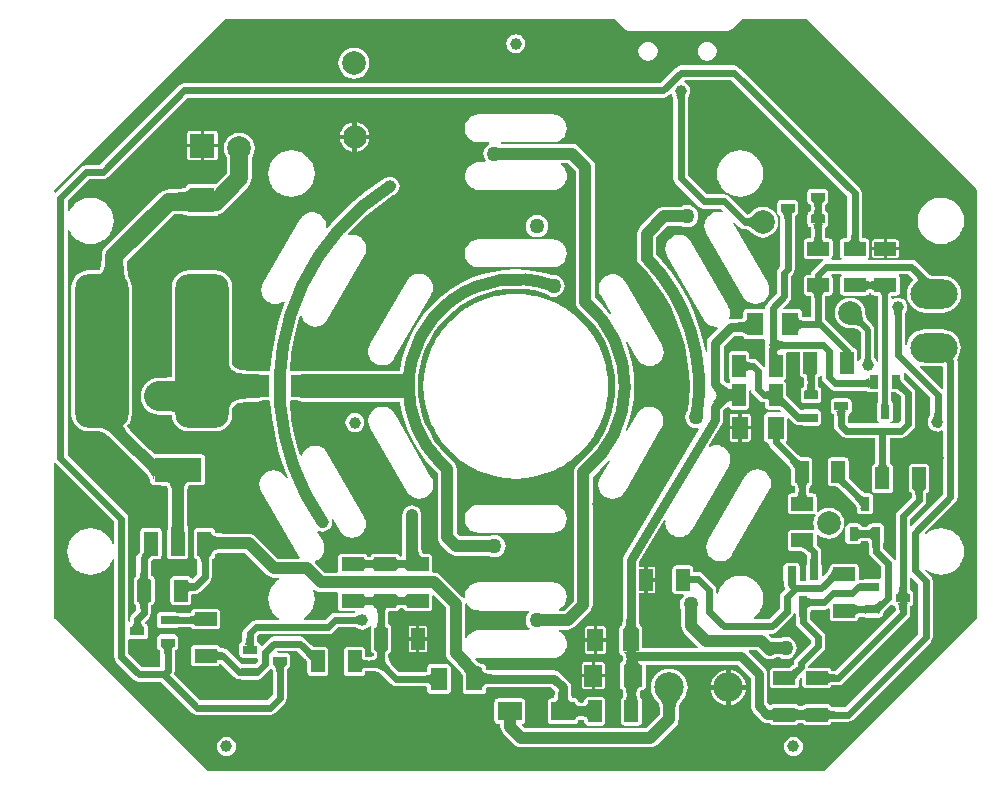
<source format=gtl>
G04 Layer_Physical_Order=1*
G04 Layer_Color=255*
%FSLAX44Y44*%
%MOMM*%
G71*
G01*
G75*
%ADD10C,1.0000*%
%ADD11C,1.0000*%
%ADD12R,1.1500X1.8500*%
%ADD13O,4.0000X2.5000*%
%ADD14R,2.0000X1.5500*%
%ADD15R,1.5500X1.8500*%
%ADD16R,1.3500X1.9500*%
%ADD17R,1.8500X1.1500*%
%ADD18R,0.7500X1.1500*%
%ADD19R,1.1500X0.7500*%
%ADD20R,2.1500X2.1000*%
%ADD21R,4.0000X2.0000*%
%ADD22R,1.2000X2.0000*%
G04:AMPARAMS|DCode=23|XSize=4.5mm|YSize=13mm|CornerRadius=1.125mm|HoleSize=0mm|Usage=FLASHONLY|Rotation=180.000|XOffset=0mm|YOffset=0mm|HoleType=Round|Shape=RoundedRectangle|*
%AMROUNDEDRECTD23*
21,1,4.5000,10.7500,0,0,180.0*
21,1,2.2500,13.0000,0,0,180.0*
1,1,2.2500,-1.1250,5.3750*
1,1,2.2500,1.1250,5.3750*
1,1,2.2500,1.1250,-5.3750*
1,1,2.2500,-1.1250,-5.3750*
%
%ADD23ROUNDEDRECTD23*%
%ADD24C,1.5000*%
%ADD25C,2.5000*%
%ADD26C,0.6000*%
%ADD27C,0.8000*%
%ADD28C,2.0000*%
%ADD29C,0.5000*%
%ADD30C,2.0000*%
%ADD31C,2.5000*%
%ADD32C,1.2700*%
G36*
X-311970Y-158927D02*
X-311880Y-159951D01*
X-311730Y-160855D01*
X-311520Y-161639D01*
X-311250Y-162302D01*
X-310920Y-162845D01*
X-310530Y-163267D01*
X-310080Y-163570D01*
X-309570Y-163752D01*
X-309000Y-163813D01*
X-320217Y-163783D01*
X-319796Y-163723D01*
X-319419Y-163543D01*
X-319086Y-163243D01*
X-318798Y-162823D01*
X-318554Y-162283D01*
X-318355Y-161623D01*
X-318200Y-160843D01*
X-318089Y-159943D01*
X-318022Y-158923D01*
X-318000Y-157783D01*
X-312000D01*
X-311970Y-158927D01*
D02*
G37*
G36*
X273268Y-164687D02*
X272969Y-164185D01*
X272548Y-163890D01*
X272005Y-163801D01*
X271340Y-163919D01*
X270552Y-164243D01*
X269643Y-164774D01*
X268611Y-165511D01*
X267457Y-166454D01*
X264783Y-168960D01*
X264540Y-160717D01*
X265347Y-159879D01*
X266704Y-158266D01*
X267256Y-157491D01*
X267722Y-156737D01*
X268104Y-156004D01*
X268401Y-155293D01*
X268613Y-154602D01*
X268741Y-153932D01*
X268783Y-153283D01*
X273268Y-164687D01*
D02*
G37*
G36*
X237081Y-164015D02*
X236959Y-164158D01*
X236851Y-164398D01*
X236758Y-164732D01*
X236679Y-165163D01*
X236615Y-165689D01*
X236529Y-167028D01*
X236500Y-168750D01*
X230500D01*
X230493Y-167841D01*
X230321Y-165163D01*
X230242Y-164732D01*
X230149Y-164398D01*
X230041Y-164158D01*
X229919Y-164015D01*
X229783Y-163967D01*
X237217D01*
X237081Y-164015D01*
D02*
G37*
G36*
X-111797Y-147095D02*
X-111595Y-147180D01*
X-111325Y-147255D01*
X-110985Y-147320D01*
X-110577Y-147375D01*
X-109553Y-147455D01*
X-107500Y-147500D01*
Y-153500D01*
X-108253Y-153505D01*
X-110985Y-153680D01*
X-111325Y-153745D01*
X-111595Y-153820D01*
X-111797Y-153905D01*
X-111929Y-154000D01*
Y-147000D01*
X-111797Y-147095D01*
D02*
G37*
G36*
X-308151Y-143217D02*
X-308239Y-143243D01*
X-308408Y-143358D01*
X-308660Y-143561D01*
X-309906Y-144701D01*
X-312717Y-147460D01*
X-317121Y-143379D01*
X-316623Y-142877D01*
X-314699Y-140695D01*
X-314717Y-140651D01*
X-308151Y-143217D01*
D02*
G37*
G36*
X-260064Y-136485D02*
X-260156Y-136874D01*
X-260236Y-137451D01*
X-260366Y-139169D01*
X-260437Y-143217D01*
X-257783D01*
X-258299Y-143277D01*
X-258761Y-143457D01*
X-259169Y-143757D01*
X-259522Y-144177D01*
X-259821Y-144717D01*
X-260065Y-145377D01*
X-260256Y-146157D01*
X-260391Y-147057D01*
X-260473Y-148077D01*
X-260500Y-149217D01*
X-266500D01*
X-266530Y-148077D01*
X-266620Y-147057D01*
X-266770Y-146157D01*
X-266980Y-145377D01*
X-267250Y-144717D01*
X-267580Y-144177D01*
X-267970Y-143757D01*
X-268420Y-143457D01*
X-268930Y-143277D01*
X-269500Y-143217D01*
X-266681D01*
X-267038Y-136283D01*
X-259962D01*
X-260064Y-136485D01*
D02*
G37*
G36*
X255507Y-147673D02*
X255758Y-151573D01*
X255851Y-151993D01*
X255959Y-152293D01*
X256081Y-152473D01*
X256217Y-152533D01*
X248783D01*
X248919Y-152473D01*
X249041Y-152293D01*
X249149Y-151993D01*
X249242Y-151573D01*
X249321Y-151033D01*
X249436Y-149593D01*
X249500Y-146533D01*
X255500D01*
X255507Y-147673D01*
D02*
G37*
G36*
X296283Y-173717D02*
X296223Y-173581D01*
X296043Y-173459D01*
X295743Y-173351D01*
X295323Y-173258D01*
X294783Y-173179D01*
X293343Y-173065D01*
X290283Y-173000D01*
Y-167000D01*
X291423Y-166993D01*
X295323Y-166742D01*
X295743Y-166649D01*
X296043Y-166541D01*
X296223Y-166419D01*
X296283Y-166283D01*
Y-173717D01*
D02*
G37*
G36*
X311960Y-186283D02*
X311154Y-187111D01*
X309244Y-189349D01*
X308778Y-190013D01*
X308396Y-190636D01*
X308099Y-191218D01*
X307887Y-191758D01*
X307759Y-192258D01*
X307717Y-192717D01*
X300232Y-185313D01*
X300698Y-185648D01*
X301249Y-185813D01*
X301885Y-185809D01*
X302606Y-185635D01*
X303412Y-185292D01*
X304303Y-184781D01*
X305279Y-184099D01*
X306340Y-183249D01*
X308717Y-181040D01*
X311960Y-186283D01*
D02*
G37*
G36*
X-309570Y-182277D02*
X-310080Y-182457D01*
X-310530Y-182757D01*
X-310920Y-183177D01*
X-311250Y-183717D01*
X-311520Y-184377D01*
X-311730Y-185157D01*
X-311880Y-186057D01*
X-311970Y-187077D01*
X-312000Y-188217D01*
X-318000D01*
X-318022Y-187077D01*
X-318200Y-185157D01*
X-318355Y-184377D01*
X-318554Y-183717D01*
X-318798Y-183177D01*
X-319086Y-182757D01*
X-319419Y-182457D01*
X-319796Y-182277D01*
X-320217Y-182217D01*
X-309000D01*
X-309570Y-182277D01*
D02*
G37*
G36*
X246777Y-178407D02*
X246957Y-178741D01*
X247257Y-179036D01*
X247677Y-179292D01*
X248217Y-179508D01*
X248877Y-179685D01*
X249657Y-179823D01*
X250557Y-179921D01*
X252717Y-180000D01*
Y-186000D01*
X251573Y-186030D01*
X250549Y-186120D01*
X249645Y-186270D01*
X248862Y-186480D01*
X248198Y-186750D01*
X247655Y-187080D01*
X247233Y-187470D01*
X246930Y-187920D01*
X246748Y-188430D01*
X246686Y-189000D01*
X246717Y-178033D01*
X246777Y-178407D01*
D02*
G37*
G36*
X-119717Y-187217D02*
X-108000D01*
X-108570Y-187277D01*
X-109080Y-187457D01*
X-109530Y-187757D01*
X-109920Y-188177D01*
X-110250Y-188717D01*
X-110520Y-189377D01*
X-110730Y-190157D01*
X-110880Y-191057D01*
X-110970Y-192077D01*
X-111000Y-193217D01*
X-117000D01*
X-117027Y-192077D01*
X-117109Y-191057D01*
X-117245Y-190157D01*
X-117435Y-189377D01*
X-117679Y-188717D01*
X-117978Y-188177D01*
X-118331Y-187757D01*
X-118739Y-187457D01*
X-119201Y-187277D01*
X-119717Y-187217D01*
X-119777Y-186701D01*
X-119957Y-186239D01*
X-120257Y-185831D01*
X-120677Y-185478D01*
X-121217Y-185179D01*
X-121877Y-184935D01*
X-122657Y-184744D01*
X-123557Y-184609D01*
X-124250Y-184553D01*
X-124943Y-184609D01*
X-125843Y-184744D01*
X-126623Y-184935D01*
X-127283Y-185179D01*
X-127823Y-185478D01*
X-128243Y-185831D01*
X-128543Y-186239D01*
X-128723Y-186701D01*
X-128783Y-187217D01*
Y-175783D01*
X-128723Y-176299D01*
X-128543Y-176761D01*
X-128243Y-177169D01*
X-127823Y-177522D01*
X-127283Y-177821D01*
X-126623Y-178065D01*
X-125843Y-178256D01*
X-124943Y-178391D01*
X-124250Y-178447D01*
X-123557Y-178391D01*
X-122657Y-178256D01*
X-121877Y-178065D01*
X-121217Y-177821D01*
X-120677Y-177522D01*
X-120257Y-177169D01*
X-119957Y-176761D01*
X-119777Y-176299D01*
X-119717Y-175783D01*
Y-187217D01*
D02*
G37*
G36*
X-277755Y-164746D02*
X-277581Y-165219D01*
X-277290Y-165636D01*
X-276883Y-165998D01*
X-276360Y-166304D01*
X-275721Y-166555D01*
X-274965Y-166749D01*
X-274093Y-166889D01*
X-273105Y-166972D01*
X-272000Y-167000D01*
Y-173000D01*
X-273105Y-173028D01*
X-274093Y-173111D01*
X-274965Y-173251D01*
X-275721Y-173445D01*
X-276360Y-173696D01*
X-276883Y-174002D01*
X-277290Y-174364D01*
X-277581Y-174781D01*
X-277755Y-175254D01*
X-277813Y-175783D01*
Y-164217D01*
X-277755Y-164746D01*
D02*
G37*
G36*
X330775Y-170923D02*
X330972Y-172843D01*
X331145Y-173623D01*
X331367Y-174283D01*
X331638Y-174823D01*
X331959Y-175243D01*
X332329Y-175543D01*
X332748Y-175723D01*
X333217Y-175783D01*
X321783D01*
X322347Y-175723D01*
X322851Y-175543D01*
X323296Y-175243D01*
X323682Y-174823D01*
X324008Y-174283D01*
X324275Y-173623D01*
X324483Y-172843D01*
X324631Y-171943D01*
X324720Y-170923D01*
X324750Y-169783D01*
X330750D01*
X330775Y-170923D01*
D02*
G37*
G36*
X-92217Y-187217D02*
X-92277Y-186701D01*
X-92457Y-186239D01*
X-92757Y-185831D01*
X-93177Y-185478D01*
X-93717Y-185179D01*
X-94377Y-184935D01*
X-95157Y-184744D01*
X-96057Y-184609D01*
X-96750Y-184553D01*
X-97443Y-184609D01*
X-98343Y-184744D01*
X-99123Y-184935D01*
X-99783Y-185179D01*
X-100323Y-185478D01*
X-100743Y-185831D01*
X-101043Y-186239D01*
X-101223Y-186701D01*
X-101283Y-187217D01*
Y-175783D01*
X-101223Y-176299D01*
X-101043Y-176761D01*
X-100743Y-177169D01*
X-100323Y-177522D01*
X-99783Y-177821D01*
X-99123Y-178065D01*
X-98343Y-178256D01*
X-97443Y-178391D01*
X-96750Y-178447D01*
X-96057Y-178391D01*
X-95157Y-178256D01*
X-94377Y-178065D01*
X-93717Y-177821D01*
X-93177Y-177522D01*
X-92757Y-177169D01*
X-92457Y-176761D01*
X-92277Y-176299D01*
X-92217Y-175783D01*
Y-187217D01*
D02*
G37*
G36*
X-119717Y-147287D02*
X-119585Y-147255D01*
X-119365Y-147180D01*
X-119193Y-147095D01*
X-119071Y-147000D01*
Y-154000D01*
X-119193Y-153905D01*
X-119365Y-153820D01*
X-119585Y-153745D01*
X-119717Y-153713D01*
Y-156217D01*
X-119777Y-155701D01*
X-119957Y-155239D01*
X-120257Y-154831D01*
X-120677Y-154478D01*
X-121217Y-154179D01*
X-121877Y-153935D01*
X-122657Y-153744D01*
X-123557Y-153609D01*
X-124250Y-153553D01*
X-124943Y-153609D01*
X-125843Y-153744D01*
X-126623Y-153935D01*
X-127283Y-154179D01*
X-127823Y-154478D01*
X-128243Y-154831D01*
X-128543Y-155239D01*
X-128723Y-155701D01*
X-128783Y-156217D01*
Y-144783D01*
X-128723Y-145299D01*
X-128543Y-145761D01*
X-128243Y-146169D01*
X-127823Y-146522D01*
X-127283Y-146821D01*
X-126623Y-147065D01*
X-125843Y-147255D01*
X-124943Y-147391D01*
X-124250Y-147447D01*
X-123557Y-147391D01*
X-122657Y-147255D01*
X-121877Y-147065D01*
X-121217Y-146821D01*
X-120677Y-146522D01*
X-120257Y-146169D01*
X-119957Y-145761D01*
X-119777Y-145299D01*
X-119717Y-144783D01*
Y-147287D01*
D02*
G37*
G36*
X240691Y10750D02*
X240924Y9579D01*
X241587Y8587D01*
X242579Y7924D01*
X243583Y7724D01*
X243616Y7642D01*
X243738Y7192D01*
X243843Y6557D01*
X243883Y6115D01*
Y803D01*
X243851Y408D01*
X243751Y-251D01*
X243636Y-726D01*
X243601Y-820D01*
X243079Y-924D01*
X242805Y-1108D01*
X242794Y-1111D01*
X242774Y-1128D01*
X242087Y-1587D01*
X241894Y-1877D01*
X241885Y-1884D01*
X241873Y-1908D01*
X241424Y-2580D01*
X241358Y-2914D01*
X241341Y-2946D01*
X241334Y-3033D01*
X241191Y-3750D01*
Y-11250D01*
X241424Y-12421D01*
X242087Y-13413D01*
X243079Y-14076D01*
X244250Y-14309D01*
X255750D01*
X256921Y-14076D01*
X257913Y-13413D01*
X258576Y-12421D01*
X258809Y-11250D01*
Y-3750D01*
X258666Y-3033D01*
X258659Y-2946D01*
X258643Y-2914D01*
X258576Y-2580D01*
X258127Y-1908D01*
X258115Y-1884D01*
X258106Y-1877D01*
X257913Y-1587D01*
X257226Y-1128D01*
X257206Y-1111D01*
X257195Y-1108D01*
X256921Y-924D01*
X256399Y-820D01*
X256364Y-726D01*
X256249Y-251D01*
X256149Y408D01*
X256117Y803D01*
Y6385D01*
X256135Y6657D01*
X256222Y7357D01*
X256326Y7880D01*
X256334Y7907D01*
X256420Y7924D01*
X256742Y8139D01*
X256774Y8150D01*
X256819Y8190D01*
X257413Y8587D01*
X257612Y8886D01*
X257734Y8913D01*
X257964Y8885D01*
X258883Y8501D01*
Y7500D01*
X259348Y5159D01*
X260674Y3174D01*
X265674Y-1826D01*
X267659Y-3152D01*
X270000Y-3618D01*
X295265D01*
X296099Y-3660D01*
X296707Y-3726D01*
X296994Y-3774D01*
X297087Y-3913D01*
X297690Y-4315D01*
X297733Y-4354D01*
X297763Y-4364D01*
X298079Y-4576D01*
X298758Y-4711D01*
X298860Y-4746D01*
X298919Y-4743D01*
X299250Y-4809D01*
X306750D01*
X306892Y-4925D01*
Y-12245D01*
X306844Y-13041D01*
X306790Y-13452D01*
X306587Y-13587D01*
X306261Y-14076D01*
X306212Y-14126D01*
X306190Y-14182D01*
X305924Y-14579D01*
X305814Y-15135D01*
X305774Y-15236D01*
X305775Y-15329D01*
X305691Y-15750D01*
Y-27250D01*
X305924Y-28421D01*
X306587Y-29413D01*
X307579Y-30076D01*
X307763Y-30113D01*
X307638Y-31383D01*
X282534D01*
X281618Y-30466D01*
Y-25303D01*
X281649Y-24908D01*
X281749Y-24249D01*
X281864Y-23774D01*
X281899Y-23680D01*
X282421Y-23576D01*
X282695Y-23392D01*
X282706Y-23389D01*
X282726Y-23372D01*
X283413Y-22913D01*
X283606Y-22623D01*
X283615Y-22616D01*
X283627Y-22592D01*
X284076Y-21921D01*
X284142Y-21586D01*
X284159Y-21553D01*
X284166Y-21467D01*
X284309Y-20750D01*
Y-13250D01*
X284076Y-12079D01*
X283413Y-11087D01*
X282421Y-10424D01*
X281250Y-10191D01*
X269750D01*
X268580Y-10424D01*
X267587Y-11087D01*
X266924Y-12079D01*
X266691Y-13250D01*
Y-20750D01*
X266834Y-21467D01*
X266841Y-21553D01*
X266858Y-21586D01*
X266924Y-21921D01*
X267373Y-22592D01*
X267385Y-22616D01*
X267393Y-22623D01*
X267587Y-22913D01*
X268274Y-23372D01*
X268294Y-23389D01*
X268305Y-23392D01*
X268580Y-23576D01*
X269101Y-23680D01*
X269136Y-23774D01*
X269251Y-24249D01*
X269351Y-24908D01*
X269382Y-25303D01*
Y-33000D01*
X269848Y-35341D01*
X271174Y-37326D01*
X275674Y-41826D01*
X277659Y-43152D01*
X280000Y-43618D01*
X304382D01*
Y-64197D01*
X304351Y-64592D01*
X304251Y-65251D01*
X304136Y-65726D01*
X304101Y-65820D01*
X303580Y-65924D01*
X303305Y-66108D01*
X303294Y-66111D01*
X303274Y-66128D01*
X302587Y-66587D01*
X302393Y-66877D01*
X302385Y-66884D01*
X302373Y-66908D01*
X301924Y-67579D01*
X301858Y-67914D01*
X301841Y-67947D01*
X301834Y-68033D01*
X301691Y-68750D01*
Y-87250D01*
X301924Y-88420D01*
X302587Y-89413D01*
X303580Y-90076D01*
X304750Y-90309D01*
X316250D01*
X317421Y-90076D01*
X318413Y-89413D01*
X319076Y-88420D01*
X319309Y-87250D01*
Y-68750D01*
X319166Y-68033D01*
X319159Y-67947D01*
X319142Y-67914D01*
X319076Y-67579D01*
X318627Y-66908D01*
X318615Y-66884D01*
X318607Y-66877D01*
X318413Y-66587D01*
X317726Y-66128D01*
X317706Y-66111D01*
X317695Y-66108D01*
X317421Y-65924D01*
X316899Y-65820D01*
X316864Y-65726D01*
X316749Y-65251D01*
X316649Y-64592D01*
X316618Y-64197D01*
Y-43618D01*
X326500D01*
X328841Y-43152D01*
X330826Y-41826D01*
X336326Y-36326D01*
X337652Y-34341D01*
X338117Y-32000D01*
Y-6000D01*
X337652Y-3659D01*
X336326Y-1674D01*
X330780Y3872D01*
X330254Y4467D01*
X329566Y5336D01*
X329046Y6091D01*
X328809Y6508D01*
Y9750D01*
X328576Y10920D01*
X328463Y11089D01*
X329450Y11899D01*
X351133Y-9784D01*
Y-24259D01*
X351113Y-24492D01*
X351044Y-24544D01*
X349762Y-26216D01*
X348956Y-28162D01*
X348681Y-30250D01*
X348956Y-32338D01*
X349762Y-34285D01*
X351044Y-35956D01*
X352715Y-37238D01*
X354662Y-38044D01*
X356750Y-38319D01*
X356904Y-38299D01*
X357250Y-38368D01*
X359591Y-37902D01*
X360259Y-37456D01*
X360612Y-37309D01*
X361883Y-37799D01*
Y-91466D01*
X335041Y-118308D01*
X333867Y-117822D01*
Y-112784D01*
X345826Y-100826D01*
X347152Y-98841D01*
X347617Y-96500D01*
Y-91804D01*
X347649Y-91407D01*
X347749Y-90749D01*
X347864Y-90274D01*
X347899Y-90180D01*
X348420Y-90076D01*
X348695Y-89892D01*
X348706Y-89889D01*
X348726Y-89872D01*
X349413Y-89413D01*
X349607Y-89123D01*
X349615Y-89116D01*
X349627Y-89092D01*
X350076Y-88420D01*
X350143Y-88086D01*
X350159Y-88054D01*
X350166Y-87967D01*
X350309Y-87250D01*
Y-68750D01*
X350076Y-67579D01*
X349413Y-66587D01*
X348420Y-65924D01*
X347250Y-65691D01*
X335750D01*
X334580Y-65924D01*
X333587Y-66587D01*
X332924Y-67579D01*
X332691Y-68750D01*
Y-87250D01*
X332834Y-87967D01*
X332841Y-88054D01*
X332858Y-88086D01*
X332924Y-88420D01*
X333373Y-89092D01*
X333385Y-89116D01*
X333394Y-89123D01*
X333587Y-89413D01*
X334274Y-89872D01*
X334294Y-89889D01*
X334305Y-89892D01*
X334580Y-90076D01*
X335101Y-90180D01*
X335136Y-90274D01*
X335251Y-90749D01*
X335351Y-91407D01*
X335382Y-91804D01*
Y-93966D01*
X323424Y-105924D01*
X322098Y-107909D01*
X321632Y-110250D01*
Y-146840D01*
X320363Y-147226D01*
X319326Y-145674D01*
X311117Y-137466D01*
Y-133962D01*
X311121Y-133811D01*
X311220Y-132560D01*
X311240Y-132423D01*
X311576Y-131920D01*
X311809Y-130750D01*
Y-119250D01*
X311576Y-118080D01*
X310913Y-117087D01*
X309921Y-116424D01*
X308750Y-116191D01*
X301250D01*
X300533Y-116334D01*
X300446Y-116341D01*
X300414Y-116358D01*
X300079Y-116424D01*
X299408Y-116873D01*
X299384Y-116885D01*
X299377Y-116894D01*
X299087Y-117087D01*
X298628Y-117774D01*
X298611Y-117794D01*
X298608Y-117805D01*
X298424Y-118080D01*
X298320Y-118601D01*
X298226Y-118636D01*
X297751Y-118751D01*
X297092Y-118851D01*
X296696Y-118883D01*
X294303D01*
X293908Y-118851D01*
X293249Y-118751D01*
X292774Y-118636D01*
X292680Y-118601D01*
X292576Y-118080D01*
X292392Y-117805D01*
X292389Y-117794D01*
X292372Y-117774D01*
X291913Y-117087D01*
X291623Y-116894D01*
X291616Y-116885D01*
X291592Y-116873D01*
X290921Y-116424D01*
X290586Y-116358D01*
X290553Y-116341D01*
X290467Y-116334D01*
X289750Y-116191D01*
X282250D01*
X281080Y-116424D01*
X280087Y-117087D01*
X279424Y-118080D01*
X279191Y-119250D01*
Y-130750D01*
X279424Y-131920D01*
X280087Y-132913D01*
X281080Y-133576D01*
X282250Y-133809D01*
X289750D01*
X290467Y-133666D01*
X290553Y-133659D01*
X290586Y-133643D01*
X290921Y-133576D01*
X291592Y-133127D01*
X291616Y-133115D01*
X291623Y-133106D01*
X291913Y-132913D01*
X292372Y-132226D01*
X292389Y-132206D01*
X292392Y-132195D01*
X292576Y-131920D01*
X292680Y-131399D01*
X292774Y-131364D01*
X293249Y-131249D01*
X293908Y-131149D01*
X294303Y-131117D01*
X296696D01*
X297092Y-131149D01*
X297751Y-131249D01*
X298226Y-131364D01*
X298320Y-131399D01*
X298424Y-131920D01*
X298608Y-132195D01*
X298611Y-132206D01*
X298628Y-132226D01*
X298721Y-132365D01*
X298883Y-134873D01*
Y-140000D01*
X299348Y-142341D01*
X300674Y-144326D01*
X308883Y-152534D01*
Y-162416D01*
X307901Y-163221D01*
X307750Y-163191D01*
X296250D01*
X295079Y-163424D01*
X294635Y-163721D01*
X292127Y-163883D01*
X290309D01*
Y-153250D01*
X290076Y-152079D01*
X289413Y-151087D01*
X288421Y-150424D01*
X287250Y-150191D01*
X268750D01*
X267579Y-150424D01*
X266587Y-151087D01*
X265924Y-152079D01*
X265691Y-153250D01*
Y-153594D01*
X265640Y-153865D01*
X265521Y-154252D01*
X265331Y-154706D01*
X265062Y-155224D01*
X264707Y-155798D01*
X264284Y-156391D01*
X263363Y-157486D01*
X260482Y-160366D01*
X259309Y-159880D01*
Y-152500D01*
X259076Y-151329D01*
X258779Y-150885D01*
X258617Y-148377D01*
Y-140500D01*
X258152Y-138159D01*
X256826Y-136174D01*
X255471Y-134820D01*
X254977Y-134256D01*
X254809Y-134040D01*
Y-126096D01*
X254945Y-125974D01*
X256079Y-125541D01*
X258444Y-127355D01*
X261606Y-128665D01*
X265000Y-129112D01*
X268394Y-128665D01*
X271556Y-127355D01*
X274272Y-125272D01*
X276355Y-122556D01*
X277665Y-119394D01*
X278112Y-116000D01*
X277665Y-112606D01*
X276355Y-109444D01*
X274272Y-106728D01*
X271556Y-104644D01*
X268394Y-103335D01*
X265000Y-102888D01*
X261606Y-103335D01*
X258444Y-104644D01*
X255824Y-106655D01*
X255479Y-106571D01*
X254650Y-106047D01*
X254809Y-105250D01*
Y-93750D01*
X254576Y-92579D01*
X253913Y-91587D01*
X252920Y-90924D01*
X251750Y-90691D01*
X248895D01*
X248885Y-90667D01*
X248763Y-90211D01*
X248657Y-89570D01*
X248617Y-89122D01*
Y-86115D01*
X248635Y-85843D01*
X248722Y-85143D01*
X248826Y-84620D01*
X248834Y-84593D01*
X248920Y-84576D01*
X249242Y-84361D01*
X249274Y-84350D01*
X249319Y-84310D01*
X249913Y-83913D01*
X250138Y-83576D01*
X250163Y-83553D01*
X250189Y-83500D01*
X250576Y-82921D01*
X250653Y-82533D01*
X250680Y-82477D01*
X250686Y-82369D01*
X250809Y-81750D01*
Y-63250D01*
X250576Y-62080D01*
X249913Y-61087D01*
X248920Y-60424D01*
X247750Y-60191D01*
X241804D01*
X241150Y-59733D01*
X239386Y-58235D01*
X228837Y-47685D01*
X228913Y-46913D01*
X229576Y-45921D01*
X229809Y-44750D01*
Y-27620D01*
X230982Y-27134D01*
X234674Y-30826D01*
X236659Y-32152D01*
X239000Y-32617D01*
X241330D01*
X242123Y-32664D01*
X242530Y-32709D01*
X243079Y-33076D01*
X244250Y-33309D01*
X255750D01*
X256921Y-33076D01*
X257913Y-32413D01*
X258576Y-31421D01*
X258809Y-30250D01*
Y-22750D01*
X258576Y-21579D01*
X257913Y-20587D01*
X256921Y-19924D01*
X255750Y-19691D01*
X244250D01*
X243079Y-19924D01*
X242614Y-20235D01*
X241470Y-20319D01*
X230868Y-9716D01*
X230382Y-9162D01*
X229732Y-8334D01*
X229232Y-7599D01*
X228877Y-6972D01*
X228809Y-6816D01*
Y1750D01*
X228576Y2921D01*
X227913Y3913D01*
X227342Y4294D01*
X227322Y4347D01*
Y5653D01*
X227342Y5706D01*
X227913Y6087D01*
X228576Y7079D01*
X228809Y8250D01*
Y26750D01*
X228637Y27612D01*
X229344Y28883D01*
X240691D01*
Y10750D01*
D02*
G37*
G36*
X313527Y-63923D02*
X313609Y-64943D01*
X313745Y-65843D01*
X313935Y-66623D01*
X314179Y-67283D01*
X314478Y-67823D01*
X314831Y-68243D01*
X315239Y-68543D01*
X315701Y-68723D01*
X316217Y-68783D01*
X304783D01*
X305299Y-68723D01*
X305761Y-68543D01*
X306169Y-68243D01*
X306522Y-67823D01*
X306821Y-67283D01*
X307065Y-66623D01*
X307255Y-65843D01*
X307391Y-64943D01*
X307473Y-63923D01*
X307500Y-62783D01*
X313500D01*
X313527Y-63923D01*
D02*
G37*
G36*
X237038Y-60254D02*
X239278Y-62157D01*
X240263Y-62846D01*
X241156Y-63361D01*
X241959Y-63700D01*
X242672Y-63866D01*
X243295Y-63856D01*
X243827Y-63672D01*
X244268Y-63313D01*
X236313Y-72268D01*
X236627Y-71782D01*
X236777Y-71215D01*
X236761Y-70568D01*
X236581Y-69840D01*
X236236Y-69032D01*
X235726Y-68143D01*
X235052Y-67174D01*
X234213Y-66124D01*
X232040Y-63783D01*
X235783Y-59040D01*
X237038Y-60254D01*
D02*
G37*
G36*
X322184Y-5103D02*
X324032Y-6684D01*
X325882Y-8534D01*
Y-29466D01*
X323966Y-31383D01*
X317362D01*
X317237Y-30113D01*
X317421Y-30076D01*
X318413Y-29413D01*
X319076Y-28421D01*
X319309Y-27250D01*
Y-15750D01*
X319225Y-15329D01*
X319226Y-15236D01*
X319186Y-15135D01*
X319076Y-14579D01*
X318810Y-14182D01*
X318788Y-14126D01*
X318739Y-14076D01*
X318413Y-13587D01*
X318221Y-13459D01*
X318108Y-12063D01*
Y-4925D01*
X318250Y-4809D01*
X321768D01*
X322184Y-5103D01*
D02*
G37*
G36*
X280701Y-20777D02*
X280239Y-20957D01*
X279831Y-21257D01*
X279478Y-21677D01*
X279179Y-22217D01*
X278935Y-22877D01*
X278745Y-23657D01*
X278609Y-24557D01*
X278527Y-25577D01*
X278500Y-26717D01*
X272500D01*
X272473Y-25577D01*
X272391Y-24557D01*
X272255Y-23657D01*
X272065Y-22877D01*
X271821Y-22217D01*
X271522Y-21677D01*
X271169Y-21257D01*
X270761Y-20957D01*
X270299Y-20777D01*
X269783Y-20717D01*
X281217D01*
X280701Y-20777D01*
D02*
G37*
G36*
X360250Y-23679D02*
X360253Y-24246D01*
X360416Y-26573D01*
X360467Y-26782D01*
X360525Y-26940D01*
X360590Y-27047D01*
X353625Y-26347D01*
X353743Y-26223D01*
X353850Y-26050D01*
X353944Y-25828D01*
X354025Y-25558D01*
X354094Y-25240D01*
X354150Y-24873D01*
X354225Y-23993D01*
X354250Y-22920D01*
X360250Y-23679D01*
D02*
G37*
G36*
X244283Y-30217D02*
X244230Y-30081D01*
X244072Y-29959D01*
X243808Y-29851D01*
X243438Y-29758D01*
X242962Y-29679D01*
X242381Y-29615D01*
X240902Y-29529D01*
X239000Y-29500D01*
Y-23500D01*
X240004Y-23493D01*
X243438Y-23242D01*
X243808Y-23149D01*
X244072Y-23041D01*
X244230Y-22919D01*
X244283Y-22783D01*
Y-30217D01*
D02*
G37*
G36*
X247296Y-81777D02*
X246919Y-81957D01*
X246586Y-82257D01*
X246298Y-82677D01*
X246054Y-83217D01*
X245855Y-83877D01*
X245700Y-84657D01*
X245589Y-85557D01*
X245522Y-86577D01*
X245500Y-87717D01*
X239500D01*
X239470Y-86577D01*
X239380Y-85557D01*
X239230Y-84657D01*
X239020Y-83877D01*
X238750Y-83217D01*
X238420Y-82677D01*
X238030Y-82257D01*
X237580Y-81957D01*
X237070Y-81777D01*
X236500Y-81717D01*
X247717D01*
X247296Y-81777D01*
D02*
G37*
G36*
X-257683Y-124132D02*
X-257383Y-124891D01*
X-256883Y-125561D01*
X-256183Y-126142D01*
X-255283Y-126633D01*
X-254183Y-127035D01*
X-252883Y-127348D01*
X-251383Y-127571D01*
X-249683Y-127705D01*
X-247783Y-127750D01*
Y-137750D01*
X-249688Y-137800D01*
X-251392Y-137950D01*
X-252895Y-138200D01*
X-254199Y-138550D01*
X-255302Y-139000D01*
X-256205Y-139550D01*
X-256908Y-140200D01*
X-257410Y-140950D01*
X-257712Y-141800D01*
X-257814Y-142750D01*
X-257783Y-123283D01*
X-257683Y-124132D01*
D02*
G37*
G36*
X-82990Y-136687D02*
X-82840Y-138391D01*
X-82590Y-139894D01*
X-82240Y-141197D01*
X-81790Y-142301D01*
X-81240Y-143203D01*
X-80590Y-143906D01*
X-79840Y-144409D01*
X-78990Y-144711D01*
X-78040Y-144813D01*
X-92217Y-144783D01*
X-93040Y-134783D01*
X-83040D01*
X-82990Y-136687D01*
D02*
G37*
G36*
X-92217Y-146995D02*
X-91573Y-146962D01*
Y-154038D01*
X-91775Y-153936D01*
X-92164Y-153844D01*
X-92217Y-153837D01*
Y-156217D01*
X-92277Y-155701D01*
X-92457Y-155239D01*
X-92757Y-154831D01*
X-93177Y-154478D01*
X-93717Y-154179D01*
X-94377Y-153935D01*
X-95157Y-153744D01*
X-96057Y-153609D01*
X-96098Y-153605D01*
X-97165Y-153587D01*
X-97443Y-153609D01*
X-98343Y-153744D01*
X-99123Y-153935D01*
X-99783Y-154179D01*
X-100323Y-154478D01*
X-100743Y-154831D01*
X-101043Y-155239D01*
X-101223Y-155701D01*
X-101283Y-156217D01*
Y-153513D01*
X-102040Y-153500D01*
Y-147500D01*
X-101283Y-147461D01*
Y-144783D01*
X-101223Y-145299D01*
X-101043Y-145761D01*
X-100743Y-146169D01*
X-100323Y-146522D01*
X-99783Y-146821D01*
X-99123Y-147065D01*
X-98343Y-147255D01*
X-98073Y-147296D01*
X-94590Y-147117D01*
X-94377Y-147065D01*
X-93717Y-146821D01*
X-93177Y-146522D01*
X-92757Y-146169D01*
X-92457Y-145761D01*
X-92277Y-145299D01*
X-92217Y-144783D01*
Y-146995D01*
D02*
G37*
G36*
X251207Y-131528D02*
X250874Y-131916D01*
X250720Y-132398D01*
X250744Y-132973D01*
X250945Y-133642D01*
X251324Y-134403D01*
X251882Y-135257D01*
X252617Y-136205D01*
X253530Y-137245D01*
X254621Y-138379D01*
X248217Y-140460D01*
X247144Y-139429D01*
X245148Y-137772D01*
X244225Y-137146D01*
X243351Y-136655D01*
X242528Y-136298D01*
X241754Y-136075D01*
X241030Y-135988D01*
X240356Y-136035D01*
X239732Y-136217D01*
X251717Y-131232D01*
X251207Y-131528D01*
D02*
G37*
G36*
X346701Y-87277D02*
X346239Y-87457D01*
X345831Y-87757D01*
X345478Y-88177D01*
X345179Y-88717D01*
X344935Y-89377D01*
X344744Y-90157D01*
X344609Y-91057D01*
X344527Y-92077D01*
X344500Y-93217D01*
X338500D01*
X338473Y-92077D01*
X338391Y-91057D01*
X338256Y-90157D01*
X338065Y-89377D01*
X337821Y-88717D01*
X337522Y-88177D01*
X337169Y-87757D01*
X336761Y-87457D01*
X336299Y-87277D01*
X335783Y-87217D01*
X347217D01*
X346701Y-87277D01*
D02*
G37*
G36*
X245530Y-88929D02*
X245620Y-89954D01*
X245770Y-90858D01*
X245980Y-91643D01*
X246250Y-92306D01*
X246580Y-92849D01*
X246970Y-93271D01*
X247420Y-93572D01*
X247930Y-93753D01*
X248500Y-93813D01*
X236500D01*
X237070Y-93753D01*
X237580Y-93572D01*
X238030Y-93271D01*
X238420Y-92849D01*
X238750Y-92306D01*
X239020Y-91643D01*
X239230Y-90858D01*
X239380Y-89954D01*
X239470Y-88929D01*
X239500Y-87783D01*
X245500D01*
X245530Y-88929D01*
D02*
G37*
G36*
X301283Y-130717D02*
X308717D01*
X308581Y-130777D01*
X308459Y-130957D01*
X308351Y-131257D01*
X308258Y-131677D01*
X308179Y-132217D01*
X308064Y-133657D01*
X308000Y-136717D01*
X302000D01*
X301993Y-135577D01*
X301742Y-131677D01*
X301649Y-131257D01*
X301541Y-130957D01*
X301419Y-130777D01*
X301283Y-130717D01*
X301223Y-130201D01*
X301043Y-129739D01*
X300743Y-129331D01*
X300323Y-128978D01*
X299783Y-128679D01*
X299123Y-128435D01*
X298343Y-128244D01*
X297443Y-128109D01*
X296423Y-128027D01*
X295500Y-128005D01*
X294577Y-128027D01*
X293557Y-128109D01*
X292657Y-128244D01*
X291877Y-128435D01*
X291217Y-128679D01*
X290677Y-128978D01*
X290257Y-129331D01*
X289957Y-129739D01*
X289777Y-130201D01*
X289717Y-130717D01*
Y-119283D01*
X289777Y-119799D01*
X289957Y-120261D01*
X290257Y-120669D01*
X290677Y-121022D01*
X291217Y-121321D01*
X291877Y-121565D01*
X292657Y-121756D01*
X293557Y-121891D01*
X294577Y-121973D01*
X295500Y-121995D01*
X296423Y-121973D01*
X297443Y-121891D01*
X298343Y-121756D01*
X299123Y-121565D01*
X299783Y-121321D01*
X300323Y-121022D01*
X300743Y-120669D01*
X301043Y-120261D01*
X301223Y-119799D01*
X301283Y-119283D01*
Y-130717D01*
D02*
G37*
G36*
X-37340Y-232556D02*
X-33653Y-235737D01*
X-32573Y-236515D01*
X-31567Y-237152D01*
X-30635Y-237647D01*
X-29776Y-238000D01*
X-28993Y-238212D01*
X-28283Y-238283D01*
X-41687Y-249425D01*
X-41066Y-248708D01*
X-40740Y-247837D01*
X-40711Y-246810D01*
X-40977Y-245628D01*
X-41540Y-244292D01*
X-42398Y-242800D01*
X-43552Y-241153D01*
X-45001Y-239352D01*
X-48788Y-235283D01*
X-38717Y-231212D01*
X-37340Y-232556D01*
D02*
G37*
G36*
X264277Y-241799D02*
X264457Y-242261D01*
X264757Y-242669D01*
X265177Y-243022D01*
X265717Y-243321D01*
X266377Y-243565D01*
X267157Y-243755D01*
X268057Y-243891D01*
X269077Y-243973D01*
X270217Y-244000D01*
Y-250000D01*
X269077Y-250027D01*
X268057Y-250109D01*
X267157Y-250245D01*
X266377Y-250435D01*
X265717Y-250679D01*
X265177Y-250978D01*
X264757Y-251331D01*
X264457Y-251739D01*
X264277Y-252201D01*
X264217Y-252717D01*
Y-241283D01*
X264277Y-241799D01*
D02*
G37*
G36*
X-71686Y-254000D02*
X-71747Y-253430D01*
X-71928Y-252920D01*
X-72229Y-252470D01*
X-72651Y-252080D01*
X-73194Y-251750D01*
X-73857Y-251480D01*
X-74641Y-251270D01*
X-75546Y-251120D01*
X-76571Y-251030D01*
X-77717Y-251000D01*
Y-245000D01*
X-76571Y-244970D01*
X-75546Y-244880D01*
X-74641Y-244730D01*
X-73857Y-244520D01*
X-73194Y-244250D01*
X-72651Y-243920D01*
X-72229Y-243530D01*
X-71928Y-243080D01*
X-71747Y-242570D01*
X-71686Y-242000D01*
Y-254000D01*
D02*
G37*
G36*
X-230937Y-245033D02*
X-230967Y-245027D01*
X-231059Y-245021D01*
X-234000Y-245000D01*
Y-239000D01*
X-230937Y-238967D01*
Y-245033D01*
D02*
G37*
G36*
X240960Y-242448D02*
X239821Y-243629D01*
X238018Y-245769D01*
X237353Y-246729D01*
X236847Y-247614D01*
X236499Y-248426D01*
X236308Y-249163D01*
X236276Y-249827D01*
X236402Y-250417D01*
X236686Y-250933D01*
X229397Y-241313D01*
X229809Y-241702D01*
X230317Y-241909D01*
X230923Y-241935D01*
X231626Y-241780D01*
X232426Y-241443D01*
X233323Y-240925D01*
X234317Y-240226D01*
X235409Y-239345D01*
X237882Y-237040D01*
X240960Y-242448D01*
D02*
G37*
G36*
X-194549Y-236277D02*
X-195011Y-236457D01*
X-195419Y-236757D01*
X-195772Y-237177D01*
X-196071Y-237717D01*
X-196315Y-238377D01*
X-196506Y-239157D01*
X-196641Y-240057D01*
X-196723Y-241077D01*
X-196750Y-242217D01*
X-202750D01*
X-202777Y-241077D01*
X-202859Y-240057D01*
X-202994Y-239157D01*
X-203185Y-238377D01*
X-203429Y-237717D01*
X-203728Y-237177D01*
X-204081Y-236757D01*
X-204489Y-236457D01*
X-204951Y-236277D01*
X-205467Y-236217D01*
X-194033D01*
X-194549Y-236277D01*
D02*
G37*
G36*
X-108799Y-223277D02*
X-109261Y-223457D01*
X-109669Y-223757D01*
X-110022Y-224177D01*
X-110321Y-224717D01*
X-110565Y-225377D01*
X-110756Y-226157D01*
X-110891Y-227057D01*
X-110973Y-228077D01*
X-110979Y-228340D01*
X-110958Y-228940D01*
X-110830Y-230087D01*
X-110618Y-231199D01*
X-110321Y-232276D01*
X-109939Y-233318D01*
X-109473Y-234325D01*
X-108921Y-235296D01*
X-108285Y-236233D01*
X-107563Y-237134D01*
X-106757Y-238000D01*
X-111000Y-242243D01*
X-111866Y-241437D01*
X-112767Y-240715D01*
X-113704Y-240079D01*
X-114675Y-239527D01*
X-115682Y-239061D01*
X-116724Y-238679D01*
X-117801Y-238382D01*
X-118913Y-238170D01*
X-120060Y-238042D01*
X-121243Y-238000D01*
X-123000Y-232000D01*
X-121860Y-231940D01*
X-120840Y-231760D01*
X-119940Y-231460D01*
X-119160Y-231040D01*
X-118500Y-230500D01*
X-117960Y-229840D01*
X-117540Y-229060D01*
X-117240Y-228160D01*
X-117089Y-227304D01*
X-117109Y-227057D01*
X-117245Y-226157D01*
X-117435Y-225377D01*
X-117679Y-224717D01*
X-117978Y-224177D01*
X-118331Y-223757D01*
X-118739Y-223457D01*
X-119201Y-223277D01*
X-119717Y-223217D01*
X-108283D01*
X-108799Y-223277D01*
D02*
G37*
G36*
X-28233Y-240260D02*
X-27992Y-240940D01*
X-27591Y-241540D01*
X-27029Y-242060D01*
X-26306Y-242500D01*
X-25422Y-242860D01*
X-24378Y-243140D01*
X-23174Y-243340D01*
X-21809Y-243460D01*
X-20283Y-243500D01*
Y-251500D01*
X-21809Y-251540D01*
X-23174Y-251660D01*
X-24378Y-251860D01*
X-25422Y-252140D01*
X-26306Y-252500D01*
X-27029Y-252940D01*
X-27591Y-253460D01*
X-27992Y-254060D01*
X-28233Y-254740D01*
X-28314Y-255500D01*
Y-239500D01*
X-28233Y-240260D01*
D02*
G37*
G36*
X245783Y-283717D02*
X245703Y-283391D01*
X245463Y-283099D01*
X245063Y-282841D01*
X244503Y-282618D01*
X243783Y-282429D01*
X242903Y-282275D01*
X241863Y-282155D01*
X241528Y-282136D01*
X239597Y-282275D01*
X238717Y-282429D01*
X237997Y-282618D01*
X237437Y-282841D01*
X237037Y-283099D01*
X236797Y-283391D01*
X236717Y-283717D01*
Y-272283D01*
X236797Y-272609D01*
X237037Y-272901D01*
X237437Y-273159D01*
X237997Y-273382D01*
X238717Y-273571D01*
X239597Y-273725D01*
X240637Y-273846D01*
X240972Y-273863D01*
X242903Y-273725D01*
X243783Y-273571D01*
X244503Y-273382D01*
X245063Y-273159D01*
X245463Y-272901D01*
X245703Y-272609D01*
X245783Y-272283D01*
Y-283717D01*
D02*
G37*
G36*
X218314Y-283283D02*
X218260Y-283039D01*
X218101Y-282821D01*
X217835Y-282629D01*
X217463Y-282462D01*
X216985Y-282321D01*
X216401Y-282205D01*
X215710Y-282115D01*
X214010Y-282013D01*
X213000Y-282000D01*
Y-274000D01*
X214010Y-273987D01*
X216401Y-273795D01*
X216985Y-273679D01*
X217463Y-273538D01*
X217835Y-273371D01*
X218101Y-273179D01*
X218260Y-272961D01*
X218314Y-272717D01*
Y-283283D01*
D02*
G37*
G36*
X264277Y-272799D02*
X264457Y-273261D01*
X264757Y-273669D01*
X265177Y-274022D01*
X265717Y-274321D01*
X266377Y-274565D01*
X267157Y-274755D01*
X268057Y-274891D01*
X269077Y-274973D01*
X270217Y-275000D01*
Y-281000D01*
X269077Y-281027D01*
X268057Y-281109D01*
X267157Y-281245D01*
X266377Y-281435D01*
X265717Y-281679D01*
X265177Y-281978D01*
X264757Y-282331D01*
X264457Y-282739D01*
X264277Y-283201D01*
X264217Y-283717D01*
Y-272283D01*
X264277Y-272799D01*
D02*
G37*
G36*
X61314Y-283000D02*
X61233Y-282240D01*
X60992Y-281560D01*
X60591Y-280960D01*
X60029Y-280440D01*
X59306Y-280000D01*
X58422Y-279640D01*
X57379Y-279360D01*
X56174Y-279160D01*
X55583Y-279108D01*
X55087Y-279149D01*
X53887Y-279335D01*
X52847Y-279595D01*
X51967Y-279929D01*
X51247Y-280338D01*
X50687Y-280821D01*
X50287Y-281379D01*
X50047Y-282011D01*
X49967Y-282717D01*
Y-267283D01*
X50047Y-267989D01*
X50287Y-268621D01*
X50687Y-269179D01*
X51247Y-269662D01*
X51967Y-270071D01*
X52847Y-270405D01*
X53887Y-270665D01*
X55087Y-270851D01*
X55583Y-270892D01*
X56174Y-270840D01*
X57379Y-270640D01*
X58422Y-270360D01*
X59306Y-270000D01*
X60029Y-269560D01*
X60591Y-269040D01*
X60992Y-268440D01*
X61233Y-267760D01*
X61314Y-267000D01*
Y-283000D01*
D02*
G37*
G36*
X340882Y-167534D02*
Y-209466D01*
X278466Y-271882D01*
X268804D01*
X268407Y-271851D01*
X267749Y-271751D01*
X267274Y-271635D01*
X267180Y-271601D01*
X267076Y-271079D01*
X266892Y-270805D01*
X266889Y-270794D01*
X266872Y-270774D01*
X266413Y-270087D01*
X266123Y-269893D01*
X266116Y-269885D01*
X266092Y-269873D01*
X265421Y-269424D01*
X265086Y-269357D01*
X265054Y-269341D01*
X264967Y-269334D01*
X264250Y-269191D01*
X245750D01*
X245391Y-269263D01*
X245319Y-269260D01*
X245214Y-269298D01*
X244580Y-269424D01*
X244237Y-269653D01*
X244198Y-269667D01*
X244149Y-269712D01*
X243587Y-270087D01*
X243348Y-270445D01*
X243317Y-270473D01*
X243289Y-270533D01*
X243285Y-270539D01*
X243129Y-270580D01*
X242528Y-270686D01*
X240945Y-270799D01*
X240895Y-270796D01*
X240037Y-270697D01*
X239371Y-270580D01*
X239215Y-270539D01*
X239211Y-270533D01*
X239183Y-270473D01*
X239152Y-270445D01*
X238913Y-270087D01*
X238351Y-269712D01*
X238302Y-269667D01*
X238263Y-269653D01*
X237921Y-269424D01*
X237286Y-269298D01*
X237181Y-269260D01*
X237110Y-269263D01*
X236750Y-269191D01*
X218250D01*
X217080Y-269424D01*
X216087Y-270087D01*
X215163Y-270178D01*
X213060Y-268076D01*
Y-243750D01*
X212820Y-241923D01*
X212115Y-240220D01*
X210992Y-238758D01*
X197074Y-224839D01*
X197600Y-223569D01*
X204158D01*
X209544Y-228956D01*
X211215Y-230238D01*
X213162Y-231044D01*
X215250Y-231319D01*
X217338Y-231044D01*
X219284Y-230238D01*
X220156Y-229569D01*
X223657D01*
X223785Y-229667D01*
X226059Y-230609D01*
X228500Y-230931D01*
X230941Y-230609D01*
X233215Y-229667D01*
X235168Y-228169D01*
X236667Y-226215D01*
X237609Y-223941D01*
X237931Y-221500D01*
X237609Y-219059D01*
X236667Y-216785D01*
X235168Y-214832D01*
X233215Y-213333D01*
X230941Y-212391D01*
X228500Y-212069D01*
X226059Y-212391D01*
X223785Y-213333D01*
X223657Y-213431D01*
X217000D01*
X216861Y-213449D01*
X214049Y-210638D01*
X214575Y-209368D01*
X217250D01*
X219591Y-208902D01*
X221576Y-207576D01*
X233826Y-195326D01*
X235152Y-193341D01*
X235484Y-191670D01*
X236762Y-191755D01*
X236882Y-193623D01*
Y-199500D01*
X237348Y-201841D01*
X238674Y-203826D01*
X249883Y-215034D01*
Y-217216D01*
X237049Y-230049D01*
X235723Y-232034D01*
X235257Y-234375D01*
Y-235256D01*
X234537Y-235977D01*
X233403Y-237034D01*
X232475Y-237782D01*
X231894Y-238191D01*
X218250D01*
X217080Y-238424D01*
X216087Y-239087D01*
X215424Y-240079D01*
X215191Y-241250D01*
Y-252750D01*
X215424Y-253920D01*
X216087Y-254913D01*
X217080Y-255576D01*
X218250Y-255809D01*
X236750D01*
X237921Y-255576D01*
X238913Y-254913D01*
X239576Y-253920D01*
X239809Y-252750D01*
Y-248596D01*
X239943Y-248362D01*
X240450Y-247630D01*
X241421Y-246477D01*
X242691Y-246941D01*
Y-252750D01*
X242924Y-253920D01*
X243587Y-254913D01*
X244580Y-255576D01*
X245750Y-255809D01*
X264250D01*
X264967Y-255666D01*
X265054Y-255659D01*
X265086Y-255642D01*
X265421Y-255576D01*
X266092Y-255127D01*
X266116Y-255115D01*
X266123Y-255107D01*
X266413Y-254913D01*
X266872Y-254226D01*
X266889Y-254206D01*
X266892Y-254195D01*
X267076Y-253920D01*
X267180Y-253399D01*
X267274Y-253364D01*
X267749Y-253249D01*
X268407Y-253149D01*
X268804Y-253118D01*
X273000D01*
X275341Y-252652D01*
X277326Y-251326D01*
X332076Y-196576D01*
X333402Y-194591D01*
X333867Y-192250D01*
Y-187718D01*
X333892Y-187376D01*
X333985Y-186696D01*
X334096Y-186198D01*
X334117Y-186136D01*
X334421Y-186076D01*
X334716Y-185878D01*
X334737Y-185872D01*
X334771Y-185842D01*
X335413Y-185413D01*
X335620Y-185102D01*
X335637Y-185088D01*
X335657Y-185047D01*
X336076Y-184421D01*
X336147Y-184063D01*
X336169Y-184019D01*
X336175Y-183920D01*
X336309Y-183250D01*
Y-175750D01*
X336176Y-175081D01*
X336169Y-174981D01*
X336147Y-174937D01*
X336076Y-174580D01*
X335657Y-173953D01*
X335637Y-173912D01*
X335620Y-173898D01*
X335413Y-173587D01*
X334771Y-173158D01*
X334737Y-173129D01*
X334716Y-173122D01*
X334421Y-172924D01*
X334117Y-172864D01*
X334096Y-172803D01*
X333997Y-172354D01*
X333867Y-171098D01*
Y-162178D01*
X335041Y-161692D01*
X340882Y-167534D01*
D02*
G37*
G36*
X105240Y-254297D02*
X104560Y-254537D01*
X103960Y-254937D01*
X103440Y-255497D01*
X103000Y-256217D01*
X102640Y-257097D01*
X102360Y-258137D01*
X102160Y-259337D01*
X102083Y-260216D01*
X102275Y-262903D01*
X102429Y-263783D01*
X102618Y-264503D01*
X102841Y-265063D01*
X103099Y-265463D01*
X103391Y-265703D01*
X103717Y-265783D01*
X92283D01*
X92609Y-265703D01*
X92901Y-265463D01*
X93159Y-265063D01*
X93382Y-264503D01*
X93571Y-263783D01*
X93725Y-262903D01*
X93846Y-261863D01*
X93936Y-260182D01*
X93778Y-258137D01*
X93605Y-257097D01*
X93383Y-256217D01*
X93112Y-255497D01*
X92791Y-254937D01*
X92421Y-254537D01*
X92002Y-254297D01*
X91533Y-254217D01*
X106000D01*
X105240Y-254297D01*
D02*
G37*
G36*
X44040Y-260809D02*
X44160Y-262174D01*
X44360Y-263379D01*
X44640Y-264422D01*
X45000Y-265306D01*
X45440Y-266029D01*
X45960Y-266591D01*
X46560Y-266992D01*
X47240Y-267233D01*
X48000Y-267313D01*
X32000D01*
X32760Y-267233D01*
X33440Y-266992D01*
X34040Y-266591D01*
X34560Y-266029D01*
X35000Y-265306D01*
X35360Y-264422D01*
X35640Y-263379D01*
X35840Y-262174D01*
X35960Y-260809D01*
X36000Y-259283D01*
X44000D01*
X44040Y-260809D01*
D02*
G37*
G36*
X-130753Y-229570D02*
X-130572Y-230080D01*
X-130271Y-230530D01*
X-129849Y-230920D01*
X-129306Y-231250D01*
X-128643Y-231520D01*
X-127859Y-231730D01*
X-126954Y-231880D01*
X-125929Y-231970D01*
X-124783Y-232000D01*
Y-238000D01*
X-125929Y-238030D01*
X-126954Y-238120D01*
X-127859Y-238270D01*
X-128643Y-238480D01*
X-129306Y-238750D01*
X-129849Y-239080D01*
X-130271Y-239470D01*
X-130572Y-239920D01*
X-130753Y-240430D01*
X-130814Y-241000D01*
Y-229000D01*
X-130753Y-229570D01*
D02*
G37*
G36*
X-170706Y-171706D02*
X-169035Y-172988D01*
X-167088Y-173794D01*
X-165000Y-174069D01*
X-151146D01*
X-150227Y-175339D01*
X-150309Y-175750D01*
Y-187250D01*
X-150076Y-188421D01*
X-149413Y-189413D01*
X-148420Y-190076D01*
X-147250Y-190309D01*
X-136378D01*
X-135776Y-191078D01*
X-135689Y-191579D01*
X-136011Y-191882D01*
X-153000D01*
X-155341Y-192348D01*
X-157326Y-193674D01*
X-161534Y-197882D01*
X-179351D01*
X-179660Y-196651D01*
X-179347Y-196483D01*
X-179114Y-196292D01*
X-178848Y-196150D01*
X-176336Y-194088D01*
X-176145Y-193855D01*
X-175912Y-193664D01*
X-173850Y-191152D01*
X-173708Y-190886D01*
X-173517Y-190653D01*
X-171985Y-187787D01*
X-171897Y-187498D01*
X-171755Y-187233D01*
X-170812Y-184123D01*
X-170782Y-183823D01*
X-170695Y-183534D01*
X-170376Y-180300D01*
X-170406Y-180000D01*
X-170376Y-179700D01*
X-170695Y-176466D01*
X-170782Y-176177D01*
X-170812Y-175877D01*
X-171755Y-172767D01*
X-171897Y-172502D01*
X-171985Y-172213D01*
X-170943Y-171469D01*
X-170706Y-171706D01*
D02*
G37*
G36*
X-133571Y-201500D02*
X-133693Y-201405D01*
X-133865Y-201320D01*
X-134085Y-201245D01*
X-134355Y-201180D01*
X-134673Y-201125D01*
X-135457Y-201045D01*
X-136437Y-201005D01*
X-137000Y-201000D01*
Y-195000D01*
X-136437Y-194995D01*
X-134673Y-194875D01*
X-134355Y-194820D01*
X-134085Y-194755D01*
X-133865Y-194680D01*
X-133693Y-194595D01*
X-133571Y-194500D01*
Y-201500D01*
D02*
G37*
G36*
X-317223Y-198923D02*
X-317141Y-199943D01*
X-317006Y-200843D01*
X-316815Y-201623D01*
X-316571Y-202283D01*
X-316272Y-202823D01*
X-315919Y-203243D01*
X-315511Y-203543D01*
X-315049Y-203723D01*
X-314533Y-203783D01*
X-325967D01*
X-325451Y-203723D01*
X-324989Y-203543D01*
X-324581Y-203243D01*
X-324228Y-202823D01*
X-323929Y-202283D01*
X-323685Y-201623D01*
X-323494Y-200843D01*
X-323359Y-199943D01*
X-323277Y-198923D01*
X-323250Y-197783D01*
X-317250D01*
X-317223Y-198923D01*
D02*
G37*
G36*
X319366Y-185082D02*
X319401Y-185134D01*
X319403Y-185139D01*
X319405Y-185140D01*
X319587Y-185413D01*
X320316Y-185900D01*
X320320Y-185903D01*
X320322Y-185904D01*
X320579Y-186076D01*
X321318Y-186223D01*
X321368Y-186348D01*
X321489Y-186801D01*
X321594Y-187439D01*
X321632Y-187877D01*
Y-189716D01*
X270466Y-240882D01*
X268804D01*
X268407Y-240851D01*
X267749Y-240751D01*
X267274Y-240636D01*
X267180Y-240601D01*
X267076Y-240079D01*
X266892Y-239805D01*
X266889Y-239794D01*
X266872Y-239774D01*
X266413Y-239087D01*
X266123Y-238894D01*
X266116Y-238885D01*
X266092Y-238873D01*
X265421Y-238424D01*
X265086Y-238358D01*
X265054Y-238341D01*
X264967Y-238334D01*
X264250Y-238191D01*
X247822D01*
X247493Y-237790D01*
Y-236909D01*
X260326Y-224076D01*
X261652Y-222091D01*
X262118Y-219750D01*
Y-212500D01*
X261652Y-210159D01*
X260326Y-208174D01*
X249118Y-196966D01*
Y-192712D01*
X249121Y-192561D01*
X249220Y-191310D01*
X249240Y-191173D01*
X249576Y-190671D01*
X249809Y-189500D01*
Y-189397D01*
X249838Y-189385D01*
X250293Y-189263D01*
X250933Y-189157D01*
X251380Y-189118D01*
X261000D01*
X263341Y-188652D01*
X264421Y-187930D01*
X265691Y-188609D01*
Y-195750D01*
X265924Y-196921D01*
X266587Y-197913D01*
X267579Y-198576D01*
X268750Y-198809D01*
X287250D01*
X288421Y-198576D01*
X289413Y-197913D01*
X290076Y-196921D01*
X290309Y-195750D01*
Y-195397D01*
X290338Y-195385D01*
X290793Y-195263D01*
X291433Y-195157D01*
X291880Y-195117D01*
X293038D01*
X293189Y-195121D01*
X294440Y-195220D01*
X294577Y-195240D01*
X295079Y-195576D01*
X296250Y-195809D01*
X307750D01*
X308586Y-195643D01*
X308622Y-195639D01*
X308633Y-195633D01*
X308920Y-195576D01*
X309913Y-194913D01*
X310576Y-193920D01*
X310752Y-193034D01*
X310763Y-192999D01*
X310766Y-192966D01*
X310809Y-192750D01*
Y-192685D01*
X310891Y-192474D01*
X311066Y-192133D01*
X311335Y-191693D01*
X311664Y-191225D01*
X313047Y-189605D01*
X317801Y-184851D01*
X317824Y-184842D01*
X319366Y-185082D01*
D02*
G37*
G36*
X332748Y-183277D02*
X332329Y-183457D01*
X331959Y-183757D01*
X331638Y-184177D01*
X331367Y-184717D01*
X331145Y-185377D01*
X330972Y-186157D01*
X330849Y-187057D01*
X330775Y-188077D01*
X330750Y-189217D01*
X324750D01*
X324720Y-188077D01*
X324631Y-187057D01*
X324483Y-186157D01*
X324275Y-185377D01*
X324008Y-184717D01*
X323682Y-184177D01*
X323296Y-183757D01*
X322851Y-183457D01*
X322347Y-183277D01*
X321783Y-183217D01*
X333217D01*
X332748Y-183277D01*
D02*
G37*
G36*
X287277Y-184609D02*
X287457Y-184901D01*
X287757Y-185159D01*
X288177Y-185382D01*
X288717Y-185571D01*
X289377Y-185725D01*
X290157Y-185846D01*
X291057Y-185931D01*
X291942Y-185959D01*
X295323Y-185742D01*
X295743Y-185649D01*
X296043Y-185541D01*
X296223Y-185419D01*
X296283Y-185283D01*
Y-192717D01*
X296223Y-192581D01*
X296043Y-192459D01*
X295743Y-192351D01*
X295323Y-192258D01*
X294783Y-192179D01*
X293343Y-192064D01*
X292002Y-192036D01*
X291049Y-192120D01*
X290145Y-192270D01*
X289362Y-192480D01*
X288698Y-192750D01*
X288155Y-193080D01*
X287733Y-193470D01*
X287430Y-193920D01*
X287248Y-194430D01*
X287187Y-195000D01*
X287217Y-184283D01*
X287277Y-184609D01*
D02*
G37*
G36*
X246581Y-189527D02*
X246459Y-189707D01*
X246351Y-190007D01*
X246258Y-190427D01*
X246179Y-190967D01*
X246064Y-192407D01*
X246000Y-195467D01*
X240000D01*
X239993Y-194327D01*
X239742Y-190427D01*
X239649Y-190007D01*
X239541Y-189707D01*
X239419Y-189527D01*
X239283Y-189467D01*
X246717D01*
X246581Y-189527D01*
D02*
G37*
G36*
X-110973Y-199923D02*
X-110891Y-200943D01*
X-110756Y-201843D01*
X-110565Y-202623D01*
X-110321Y-203283D01*
X-110022Y-203823D01*
X-109669Y-204243D01*
X-109261Y-204543D01*
X-108799Y-204723D01*
X-108283Y-204783D01*
X-119717D01*
X-119201Y-204723D01*
X-118739Y-204543D01*
X-118331Y-204243D01*
X-117978Y-203823D01*
X-117679Y-203283D01*
X-117435Y-202623D01*
X-117245Y-201843D01*
X-117109Y-200943D01*
X-117027Y-199923D01*
X-117000Y-198783D01*
X-111000D01*
X-110973Y-199923D01*
D02*
G37*
G36*
X-253260Y-223151D02*
X-253101Y-223539D01*
X-252835Y-223881D01*
X-252463Y-224178D01*
X-251985Y-224429D01*
X-251401Y-224635D01*
X-250710Y-224795D01*
X-249913Y-224909D01*
X-249010Y-224977D01*
X-248000Y-225000D01*
Y-231000D01*
X-249010Y-231023D01*
X-249913Y-231091D01*
X-250710Y-231206D01*
X-251401Y-231365D01*
X-251985Y-231571D01*
X-252463Y-231822D01*
X-252835Y-232119D01*
X-253101Y-232461D01*
X-253260Y-232849D01*
X-253314Y-233283D01*
Y-222717D01*
X-253260Y-223151D01*
D02*
G37*
G36*
X-175327Y-220888D02*
X-172908Y-222970D01*
X-171879Y-223705D01*
X-170970Y-224234D01*
X-170182Y-224559D01*
X-169514Y-224680D01*
X-168966Y-224596D01*
X-168539Y-224307D01*
X-168232Y-223813D01*
X-173186Y-235768D01*
X-173007Y-235147D01*
X-172962Y-234476D01*
X-173053Y-233754D01*
X-173278Y-232981D01*
X-173638Y-232158D01*
X-174132Y-231284D01*
X-174762Y-230360D01*
X-175526Y-229385D01*
X-176426Y-228359D01*
X-177460Y-227283D01*
X-176717Y-219540D01*
X-175327Y-220888D01*
D02*
G37*
G36*
X103796Y-224797D02*
X103419Y-225037D01*
X103086Y-225437D01*
X102798Y-225997D01*
X102554Y-226717D01*
X102355Y-227597D01*
X102199Y-228637D01*
X102189Y-228750D01*
X103250D01*
X103280Y-230092D01*
X103371Y-231293D01*
X103523Y-232352D01*
X103735Y-233271D01*
X104008Y-234048D01*
X104342Y-234683D01*
X104736Y-235178D01*
X105191Y-235531D01*
X105707Y-235743D01*
X106283Y-235814D01*
X92217D01*
X92450Y-235785D01*
X91533Y-235783D01*
X92002Y-235703D01*
X92421Y-235463D01*
X92791Y-235063D01*
X93112Y-234503D01*
X93383Y-233783D01*
X93605Y-232903D01*
X93778Y-231863D01*
X93901Y-230663D01*
X93905Y-230568D01*
X93710Y-228637D01*
X93485Y-227597D01*
X93196Y-226717D01*
X92842Y-225997D01*
X92424Y-225437D01*
X91941Y-225037D01*
X91394Y-224797D01*
X90783Y-224717D01*
X104217D01*
X103796Y-224797D01*
D02*
G37*
G36*
X-289549Y-220777D02*
X-290011Y-220957D01*
X-290419Y-221257D01*
X-290772Y-221677D01*
X-291071Y-222217D01*
X-291315Y-222877D01*
X-291506Y-223657D01*
X-291641Y-224557D01*
X-291723Y-225577D01*
X-291750Y-226717D01*
X-297750D01*
X-297777Y-225577D01*
X-297859Y-224557D01*
X-297994Y-223657D01*
X-298185Y-222877D01*
X-298429Y-222217D01*
X-298728Y-221677D01*
X-299081Y-221257D01*
X-299489Y-220957D01*
X-299951Y-220777D01*
X-300467Y-220717D01*
X-289033D01*
X-289549Y-220777D01*
D02*
G37*
G36*
X101527Y-198803D02*
X101744Y-201363D01*
X101935Y-202403D01*
X102179Y-203283D01*
X102478Y-204003D01*
X102831Y-204563D01*
X103239Y-204963D01*
X103701Y-205203D01*
X104217Y-205283D01*
X90783D01*
X91299Y-205203D01*
X91761Y-204963D01*
X92169Y-204563D01*
X92522Y-204003D01*
X92821Y-203283D01*
X93065Y-202403D01*
X93255Y-201363D01*
X93391Y-200163D01*
X93473Y-198803D01*
X93500Y-197283D01*
X101500D01*
X101527Y-198803D01*
D02*
G37*
G36*
X-41497Y-183916D02*
X-41320Y-184275D01*
X-39917Y-186103D01*
X-39616Y-186367D01*
X-39353Y-186667D01*
X-37525Y-188070D01*
X-37166Y-188247D01*
X-36833Y-188469D01*
X-34705Y-189351D01*
X-34312Y-189429D01*
X-33933Y-189557D01*
X-31649Y-189858D01*
X-31448Y-189845D01*
X-31250Y-189884D01*
X11242D01*
X11650Y-191087D01*
X11331Y-191332D01*
X9833Y-193285D01*
X8891Y-195559D01*
X8569Y-198000D01*
X8891Y-200441D01*
X9833Y-202715D01*
X11331Y-204669D01*
X11888Y-205096D01*
X11457Y-206366D01*
X-31000D01*
X-31198Y-206405D01*
X-31399Y-206392D01*
X-33683Y-206693D01*
X-34062Y-206821D01*
X-34455Y-206899D01*
X-36583Y-207781D01*
X-36916Y-208003D01*
X-37275Y-208180D01*
X-39103Y-209583D01*
X-39366Y-209883D01*
X-39667Y-210147D01*
X-41070Y-211975D01*
X-41247Y-212334D01*
X-41469Y-212667D01*
X-41661Y-213130D01*
X-42931Y-212878D01*
Y-184000D01*
X-42936Y-183965D01*
X-41719Y-183583D01*
X-41497Y-183916D01*
D02*
G37*
G36*
X-222223Y-214423D02*
X-222141Y-215443D01*
X-222006Y-216343D01*
X-221815Y-217123D01*
X-221571Y-217783D01*
X-221272Y-218323D01*
X-220919Y-218743D01*
X-220511Y-219043D01*
X-220049Y-219223D01*
X-219533Y-219283D01*
X-230967D01*
X-230451Y-219223D01*
X-229989Y-219043D01*
X-229581Y-218743D01*
X-229228Y-218323D01*
X-228929Y-217783D01*
X-228685Y-217123D01*
X-228494Y-216343D01*
X-228359Y-215443D01*
X-228277Y-214423D01*
X-228250Y-213283D01*
X-222250D01*
X-222223Y-214423D01*
D02*
G37*
G36*
X355090Y37322D02*
X356780Y34935D01*
X357364Y34211D01*
X359178Y32251D01*
X359803Y31669D01*
X360439Y31123D01*
X359333Y24258D01*
X358571Y24828D01*
X357807Y25282D01*
X357042Y25620D01*
X356275Y25843D01*
X355507Y25949D01*
X354737Y25940D01*
X353965Y25814D01*
X353192Y25573D01*
X352418Y25216D01*
X351642Y24743D01*
X354548Y38189D01*
X355090Y37322D01*
D02*
G37*
G36*
X300510Y24792D02*
X300590Y23825D01*
X300660Y23395D01*
X300750Y23001D01*
X300860Y22643D01*
X300990Y22321D01*
X301140Y22035D01*
X301310Y21785D01*
X301500Y21571D01*
X294500D01*
X294690Y21785D01*
X294860Y22035D01*
X295010Y22321D01*
X295140Y22643D01*
X295250Y23001D01*
X295340Y23395D01*
X295410Y23825D01*
X295460Y24290D01*
X295500Y25330D01*
X300500D01*
X300510Y24792D01*
D02*
G37*
G36*
X220560Y42860D02*
X220740Y41840D01*
X221040Y40940D01*
X221460Y40160D01*
X222000Y39500D01*
X222660Y38960D01*
X223440Y38540D01*
X224340Y38240D01*
X225360Y38060D01*
X226500Y38000D01*
Y32000D01*
X225360Y31940D01*
X224340Y31760D01*
X223440Y31460D01*
X222660Y31040D01*
X222000Y30500D01*
X221460Y29840D01*
X221040Y29060D01*
X220977Y28872D01*
X220980Y28862D01*
X221250Y28199D01*
X221580Y27656D01*
X221970Y27233D01*
X222420Y26931D01*
X222930Y26749D01*
X223500Y26686D01*
X220537Y26696D01*
X220500Y26000D01*
X220035Y26698D01*
X214283Y26717D01*
X214324Y26777D01*
X214361Y26957D01*
X214394Y27257D01*
X214446Y28217D01*
X214500Y32717D01*
X216022D01*
X214500Y35000D01*
X220500Y44000D01*
X220560Y42860D01*
D02*
G37*
G36*
X239247Y57930D02*
X239428Y57420D01*
X239729Y56970D01*
X240151Y56580D01*
X240694Y56250D01*
X241357Y55980D01*
X242141Y55770D01*
X243046Y55620D01*
X244071Y55530D01*
X245217Y55500D01*
Y49500D01*
X244071Y49470D01*
X243046Y49380D01*
X242141Y49230D01*
X241357Y49020D01*
X240694Y48750D01*
X240151Y48420D01*
X239729Y48030D01*
X239428Y47580D01*
X239247Y47070D01*
X239186Y46500D01*
Y58500D01*
X239247Y57930D01*
D02*
G37*
G36*
X195783Y42783D02*
X195703Y43394D01*
X195463Y43941D01*
X195063Y44424D01*
X194503Y44842D01*
X193783Y45196D01*
X192903Y45485D01*
X191863Y45710D01*
X190663Y45871D01*
X189303Y45968D01*
X187783Y46000D01*
Y54000D01*
X189307Y54040D01*
X190672Y54160D01*
X191875Y54360D01*
X192919Y54640D01*
X193802Y55000D01*
X194525Y55440D01*
X195087Y55960D01*
X195490Y56560D01*
X195732Y57240D01*
X195814Y58000D01*
X195783Y42783D01*
D02*
G37*
G36*
X275886Y93612D02*
X275587Y93413D01*
X274924Y92421D01*
X274691Y91250D01*
Y79750D01*
X274924Y78580D01*
X275587Y77587D01*
X276579Y76924D01*
X277750Y76691D01*
X296250D01*
X296967Y76834D01*
X297054Y76841D01*
X297086Y76858D01*
X297421Y76924D01*
X298092Y77373D01*
X298116Y77385D01*
X298123Y77393D01*
X298413Y77587D01*
X298872Y78274D01*
X298889Y78294D01*
X298892Y78305D01*
X299076Y78579D01*
X300000Y78919D01*
X300924Y78579D01*
X301108Y78305D01*
X301111Y78294D01*
X301128Y78274D01*
X301587Y77587D01*
X301877Y77393D01*
X301884Y77385D01*
X301908Y77373D01*
X302579Y76924D01*
X302914Y76858D01*
X302946Y76841D01*
X303033Y76834D01*
X303750Y76691D01*
X306780D01*
X306782Y76683D01*
X306863Y76197D01*
X306892Y75870D01*
Y20756D01*
X305622Y20503D01*
X304988Y22034D01*
X303793Y23591D01*
X303788Y23601D01*
X303774Y23616D01*
X303756Y23640D01*
X303745Y23667D01*
X303707Y23791D01*
X303664Y23982D01*
X303628Y24197D01*
X303608Y24447D01*
Y48000D01*
X303181Y50146D01*
X301965Y51965D01*
X297972Y55959D01*
X297727Y56294D01*
X297424Y56803D01*
X297138Y57394D01*
X296874Y58073D01*
X296637Y58839D01*
X296440Y59656D01*
X296124Y61713D01*
X296105Y61945D01*
X296112Y62000D01*
X296081Y62236D01*
X296030Y62858D01*
X295973Y63057D01*
X295665Y65394D01*
X294356Y68556D01*
X292272Y71272D01*
X289556Y73355D01*
X286394Y74665D01*
X283000Y75112D01*
X279606Y74665D01*
X276444Y73355D01*
X273728Y71272D01*
X271644Y68556D01*
X270335Y65394D01*
X269888Y62000D01*
X270335Y58606D01*
X271644Y55444D01*
X273728Y52728D01*
X276444Y50644D01*
X279606Y49335D01*
X283000Y48888D01*
X283835Y48998D01*
X283971Y48978D01*
X285076Y49038D01*
X286018Y49033D01*
X286876Y48973D01*
X287650Y48861D01*
X288341Y48704D01*
X288952Y48506D01*
X289491Y48272D01*
X289966Y48006D01*
X290307Y47762D01*
X292392Y45677D01*
Y24371D01*
X292378Y24234D01*
X292337Y23982D01*
X292293Y23791D01*
X292255Y23667D01*
X292244Y23640D01*
X292226Y23616D01*
X292212Y23601D01*
X292207Y23591D01*
X291012Y22034D01*
X290579Y20989D01*
X289309Y21241D01*
Y29250D01*
X289076Y30420D01*
X288413Y31413D01*
X287421Y32076D01*
X286250Y32309D01*
X285839D01*
X284826Y33826D01*
X262118Y56534D01*
Y75114D01*
X262157Y75557D01*
X262262Y76192D01*
X262384Y76642D01*
X262404Y76691D01*
X265250D01*
X266420Y76924D01*
X267413Y77587D01*
X268076Y78580D01*
X268309Y79750D01*
Y91250D01*
X268076Y92421D01*
X267413Y93413D01*
X267114Y93612D01*
X267499Y94882D01*
X275501D01*
X275886Y93612D01*
D02*
G37*
G36*
X299283Y-1717D02*
X299223Y-1486D01*
X299043Y-1279D01*
X298743Y-1096D01*
X298323Y-938D01*
X297783Y-804D01*
X297123Y-695D01*
X296343Y-609D01*
X294423Y-512D01*
X293283Y-500D01*
Y5500D01*
X294427Y5530D01*
X295451Y5620D01*
X296355Y5770D01*
X297138Y5980D01*
X297801Y6250D01*
X298344Y6580D01*
X298767Y6970D01*
X299069Y7420D01*
X299252Y7930D01*
X299314Y8500D01*
X299283Y-1717D01*
D02*
G37*
G36*
X343212Y17474D02*
X346250Y17175D01*
X361250D01*
X361883Y16602D01*
Y-1435D01*
X360612Y-1961D01*
X342139Y16512D01*
X342792Y17601D01*
X343212Y17474D01*
D02*
G37*
G36*
X254796Y10723D02*
X254419Y10543D01*
X254086Y10243D01*
X253798Y9823D01*
X253554Y9283D01*
X253355Y8623D01*
X253200Y7843D01*
X253089Y6943D01*
X253022Y5923D01*
X253000Y4783D01*
X247000D01*
X246970Y5923D01*
X246880Y6943D01*
X246730Y7843D01*
X246520Y8623D01*
X246250Y9283D01*
X245920Y9823D01*
X245530Y10243D01*
X245080Y10543D01*
X244570Y10723D01*
X244000Y10783D01*
X255217D01*
X254796Y10723D01*
D02*
G37*
G36*
X189162Y42911D02*
X190351Y42827D01*
X191336Y42695D01*
X192099Y42530D01*
X192625Y42357D01*
X192785Y42278D01*
X192924Y41579D01*
X193125Y41279D01*
X193133Y41255D01*
X193165Y41219D01*
X193587Y40587D01*
X193903Y40376D01*
X193919Y40358D01*
X193963Y40336D01*
X194580Y39924D01*
X194943Y39852D01*
X194989Y39829D01*
X195091Y39822D01*
X195750Y39691D01*
X209250D01*
X210112Y39863D01*
X211383Y39155D01*
Y28217D01*
X211345Y27522D01*
X211329Y27440D01*
X211291Y27353D01*
X211290Y27245D01*
X211191Y26750D01*
Y16320D01*
X209921Y15935D01*
X209326Y16826D01*
X204826Y21326D01*
X202841Y22652D01*
X200500Y23118D01*
X199158D01*
X198777Y23150D01*
X198159Y23248D01*
X197809Y23339D01*
Y26750D01*
X197576Y27920D01*
X196913Y28913D01*
X195921Y29576D01*
X194750Y29809D01*
X183250D01*
X182080Y29576D01*
X181087Y28913D01*
X180424Y27920D01*
X180191Y26750D01*
Y8250D01*
X180424Y7079D01*
X181087Y6087D01*
X181658Y5706D01*
X181678Y5653D01*
Y4347D01*
X181658Y4294D01*
X181087Y3913D01*
X180428Y2927D01*
X180424Y2921D01*
X179016Y2351D01*
X178675Y2583D01*
X177655Y3399D01*
X176657Y4328D01*
X176060Y4924D01*
Y34076D01*
X184925Y42940D01*
X187826D01*
X189162Y42911D01*
D02*
G37*
G36*
X194745Y22254D02*
X194919Y21781D01*
X195210Y21364D01*
X195617Y21002D01*
X196140Y20696D01*
X196779Y20445D01*
X197535Y20250D01*
X198407Y20111D01*
X199395Y20028D01*
X200500Y20000D01*
Y14000D01*
X199395Y13972D01*
X198407Y13889D01*
X197535Y13750D01*
X196779Y13555D01*
X196140Y13304D01*
X195617Y12998D01*
X195210Y12636D01*
X194919Y12219D01*
X194745Y11746D01*
X194687Y11217D01*
Y22783D01*
X194745Y22254D01*
D02*
G37*
G36*
X293084Y61354D02*
X293437Y59065D01*
X293686Y58029D01*
X293984Y57065D01*
X294331Y56173D01*
X294727Y55353D01*
X295172Y54606D01*
X295665Y53931D01*
X296208Y53328D01*
X292931Y49533D01*
X292301Y50097D01*
X291608Y50592D01*
X290852Y51016D01*
X290033Y51371D01*
X289152Y51656D01*
X288209Y51871D01*
X287202Y52016D01*
X286133Y52091D01*
X285001Y52097D01*
X283807Y52033D01*
X292981Y62607D01*
X293084Y61354D01*
D02*
G37*
G36*
X260998Y137723D02*
X260579Y137543D01*
X260209Y137243D01*
X259888Y136823D01*
X259617Y136283D01*
X259395Y135623D01*
X259222Y134843D01*
X259099Y133943D01*
X259025Y132923D01*
X259000Y131783D01*
X253000D01*
X252970Y132923D01*
X252881Y133943D01*
X252733Y134843D01*
X252525Y135623D01*
X252258Y136283D01*
X251932Y136823D01*
X251546Y137243D01*
X251101Y137543D01*
X250597Y137723D01*
X250033Y137783D01*
X261467D01*
X260998Y137723D01*
D02*
G37*
G36*
X290030Y127071D02*
X290120Y126046D01*
X290270Y125141D01*
X290480Y124358D01*
X290750Y123694D01*
X291080Y123151D01*
X291470Y122729D01*
X291920Y122428D01*
X292430Y122247D01*
X293000Y122186D01*
X281000D01*
X281570Y122247D01*
X282080Y122428D01*
X282530Y122729D01*
X282920Y123151D01*
X283250Y123694D01*
X283520Y124358D01*
X283730Y125141D01*
X283880Y126046D01*
X283970Y127071D01*
X284000Y128217D01*
X290000D01*
X290030Y127071D01*
D02*
G37*
G36*
X201095Y132875D02*
X200586Y133469D01*
X200027Y134000D01*
X199417Y134469D01*
X198758Y134875D01*
X198048Y135219D01*
X197289Y135500D01*
X196479Y135719D01*
X195619Y135875D01*
X194710Y135969D01*
X193750Y136000D01*
Y142000D01*
X194710Y142031D01*
X195619Y142125D01*
X196479Y142281D01*
X197289Y142500D01*
X198048Y142781D01*
X198758Y143125D01*
X199417Y143531D01*
X200027Y144000D01*
X200586Y144531D01*
X201095Y145125D01*
Y132875D01*
D02*
G37*
G36*
X235451Y147223D02*
X234989Y147043D01*
X234581Y146743D01*
X234228Y146323D01*
X233929Y145783D01*
X233685Y145123D01*
X233494Y144343D01*
X233359Y143443D01*
X233277Y142423D01*
X233250Y141283D01*
X227250D01*
X227223Y142423D01*
X227141Y143443D01*
X227006Y144343D01*
X226815Y145123D01*
X226571Y145783D01*
X226272Y146323D01*
X225919Y146743D01*
X225511Y147043D01*
X225049Y147223D01*
X224533Y147283D01*
X235967D01*
X235451Y147223D01*
D02*
G37*
G36*
X260998Y156723D02*
X260579Y156543D01*
X260209Y156243D01*
X259888Y155823D01*
X259617Y155283D01*
X259395Y154623D01*
X259222Y153843D01*
X259099Y152943D01*
X259025Y151923D01*
X259005Y151000D01*
X259025Y150077D01*
X259222Y148157D01*
X259395Y147377D01*
X259617Y146717D01*
X259888Y146177D01*
X260209Y145757D01*
X260579Y145457D01*
X260998Y145277D01*
X261467Y145217D01*
X250033D01*
X250597Y145277D01*
X251101Y145457D01*
X251546Y145757D01*
X251932Y146177D01*
X252258Y146717D01*
X252525Y147377D01*
X252733Y148157D01*
X252881Y149057D01*
X252970Y150077D01*
X252994Y151000D01*
X252970Y151923D01*
X252881Y152943D01*
X252733Y153843D01*
X252525Y154623D01*
X252258Y155283D01*
X251932Y155823D01*
X251546Y156243D01*
X251101Y156543D01*
X250597Y156723D01*
X250033Y156783D01*
X261467D01*
X260998Y156723D01*
D02*
G37*
G36*
X259030Y127071D02*
X259120Y126046D01*
X259270Y125141D01*
X259480Y124358D01*
X259750Y123694D01*
X260080Y123151D01*
X260470Y122729D01*
X260920Y122428D01*
X261430Y122247D01*
X262000Y122186D01*
X250000D01*
X250570Y122247D01*
X251080Y122428D01*
X251530Y122729D01*
X251920Y123151D01*
X252250Y123694D01*
X252520Y124358D01*
X252730Y125141D01*
X252880Y126046D01*
X252970Y127071D01*
X253000Y128217D01*
X259000D01*
X259030Y127071D01*
D02*
G37*
G36*
X261430Y79723D02*
X260920Y79543D01*
X260470Y79243D01*
X260080Y78823D01*
X259750Y78283D01*
X259480Y77623D01*
X259270Y76843D01*
X259120Y75943D01*
X259030Y74923D01*
X259000Y73783D01*
X253000D01*
X252970Y74923D01*
X252880Y75943D01*
X252730Y76843D01*
X252520Y77623D01*
X252250Y78283D01*
X251920Y78823D01*
X251530Y79243D01*
X251080Y79543D01*
X250570Y79723D01*
X250000Y79783D01*
X262000D01*
X261430Y79723D01*
D02*
G37*
G36*
X326905Y63307D02*
X326820Y63135D01*
X326745Y62915D01*
X326680Y62645D01*
X326625Y62327D01*
X326545Y61543D01*
X326505Y60563D01*
X326500Y60000D01*
X320500D01*
X320495Y60563D01*
X320375Y62327D01*
X320320Y62645D01*
X320255Y62915D01*
X320180Y63135D01*
X320095Y63307D01*
X320000Y63429D01*
X327000D01*
X326905Y63307D01*
D02*
G37*
G36*
X317025Y79733D02*
X316600Y79583D01*
X316225Y79333D01*
X315900Y78983D01*
X315625Y78533D01*
X315400Y77983D01*
X315225Y77333D01*
X315100Y76583D01*
X315025Y75733D01*
X315000Y74783D01*
X310000D01*
X309975Y75733D01*
X309900Y76583D01*
X309775Y77333D01*
X309600Y77983D01*
X309375Y78533D01*
X309100Y78983D01*
X308775Y79333D01*
X308400Y79583D01*
X307975Y79733D01*
X307500Y79783D01*
X317500D01*
X317025Y79733D01*
D02*
G37*
G36*
X303783Y79783D02*
X303723Y80299D01*
X303543Y80761D01*
X303243Y81169D01*
X302823Y81522D01*
X302283Y81821D01*
X301623Y82065D01*
X300843Y82255D01*
X300000Y82383D01*
X299157Y82255D01*
X298377Y82065D01*
X297717Y81821D01*
X297177Y81522D01*
X296757Y81169D01*
X296457Y80761D01*
X296277Y80299D01*
X296217Y79783D01*
Y91217D01*
X296277Y90701D01*
X296457Y90239D01*
X296757Y89831D01*
X297177Y89478D01*
X297717Y89179D01*
X298377Y88935D01*
X299157Y88744D01*
X300000Y88617D01*
X300843Y88744D01*
X301623Y88935D01*
X302283Y89179D01*
X302823Y89478D01*
X303243Y89831D01*
X303543Y90239D01*
X303723Y90701D01*
X303783Y91217D01*
Y79783D01*
D02*
G37*
G36*
X346439Y93846D02*
X348268Y92360D01*
X349149Y91777D01*
X350008Y91302D01*
X350846Y90935D01*
X351662Y90675D01*
X352455Y90522D01*
X353227Y90477D01*
X353977Y90539D01*
X349415Y89825D01*
X353004Y85137D01*
X340794Y86538D01*
X341278Y86895D01*
X341631Y87294D01*
X341852Y87737D01*
X341942Y88222D01*
X341909Y88650D01*
X339286Y88239D01*
X339930Y88399D01*
X340399Y88650D01*
X340693Y88990D01*
X340812Y89422D01*
X340755Y89944D01*
X340524Y90556D01*
X340117Y91259D01*
X339535Y92053D01*
X338778Y92937D01*
X337845Y93912D01*
X345492Y94751D01*
X346439Y93846D01*
D02*
G37*
G36*
X390922Y166311D02*
Y-195811D01*
X260811Y-325922D01*
X-260811D01*
X-390922Y-195811D01*
Y-65301D01*
X-389652Y-65000D01*
X-340117Y-114534D01*
Y-133791D01*
X-341387Y-133979D01*
X-341755Y-132767D01*
X-341897Y-132502D01*
X-341985Y-132213D01*
X-343517Y-129347D01*
X-343708Y-129114D01*
X-343850Y-128848D01*
X-345912Y-126336D01*
X-346145Y-126145D01*
X-346336Y-125912D01*
X-348848Y-123850D01*
X-349114Y-123708D01*
X-349347Y-123517D01*
X-352213Y-121985D01*
X-352502Y-121897D01*
X-352767Y-121755D01*
X-355877Y-120812D01*
X-356177Y-120782D01*
X-356466Y-120695D01*
X-359700Y-120376D01*
X-359851Y-120391D01*
X-360000Y-120361D01*
X-360149Y-120391D01*
X-360300Y-120376D01*
X-363534Y-120695D01*
X-363823Y-120782D01*
X-364123Y-120812D01*
X-367233Y-121755D01*
X-367498Y-121897D01*
X-367787Y-121985D01*
X-370653Y-123517D01*
X-370886Y-123708D01*
X-371152Y-123850D01*
X-373664Y-125912D01*
X-373855Y-126145D01*
X-374088Y-126336D01*
X-376150Y-128848D01*
X-376292Y-129114D01*
X-376483Y-129347D01*
X-378015Y-132213D01*
X-378103Y-132502D01*
X-378245Y-132767D01*
X-379188Y-135878D01*
X-379218Y-136177D01*
X-379305Y-136466D01*
X-379624Y-139700D01*
X-379594Y-140000D01*
X-379624Y-140300D01*
X-379305Y-143534D01*
X-379218Y-143823D01*
X-379188Y-144122D01*
X-378245Y-147233D01*
X-378103Y-147498D01*
X-378015Y-147787D01*
X-376483Y-150653D01*
X-376292Y-150886D01*
X-376150Y-151152D01*
X-374088Y-153664D01*
X-373855Y-153855D01*
X-373664Y-154088D01*
X-371152Y-156150D01*
X-370886Y-156292D01*
X-370653Y-156483D01*
X-367787Y-158015D01*
X-367498Y-158103D01*
X-367233Y-158245D01*
X-364123Y-159188D01*
X-363823Y-159218D01*
X-363534Y-159305D01*
X-360300Y-159624D01*
X-360149Y-159609D01*
X-360000Y-159639D01*
X-359851Y-159609D01*
X-359700Y-159624D01*
X-356466Y-159305D01*
X-356177Y-159218D01*
X-355877Y-159188D01*
X-352767Y-158245D01*
X-352502Y-158103D01*
X-352213Y-158015D01*
X-349347Y-156483D01*
X-349114Y-156292D01*
X-348848Y-156150D01*
X-346336Y-154088D01*
X-346145Y-153855D01*
X-345912Y-153664D01*
X-343850Y-151152D01*
X-343708Y-150886D01*
X-343517Y-150653D01*
X-341985Y-147787D01*
X-341897Y-147498D01*
X-341755Y-147233D01*
X-341387Y-146021D01*
X-340117Y-146209D01*
Y-229000D01*
X-339652Y-231341D01*
X-338326Y-233326D01*
X-323326Y-248326D01*
X-321341Y-249652D01*
X-319000Y-250117D01*
X-300534D01*
X-274326Y-276326D01*
X-272341Y-277652D01*
X-270000Y-278118D01*
X-208000D01*
X-205659Y-277652D01*
X-203674Y-276326D01*
X-195424Y-268076D01*
X-194098Y-266091D01*
X-193633Y-263750D01*
Y-240804D01*
X-193601Y-240408D01*
X-193501Y-239749D01*
X-193386Y-239274D01*
X-193351Y-239180D01*
X-192829Y-239076D01*
X-192555Y-238892D01*
X-192544Y-238889D01*
X-192524Y-238872D01*
X-191837Y-238413D01*
X-191644Y-238123D01*
X-191635Y-238116D01*
X-191623Y-238092D01*
X-191174Y-237421D01*
X-191108Y-237086D01*
X-191091Y-237054D01*
X-191084Y-236967D01*
X-190941Y-236250D01*
Y-228750D01*
X-191174Y-227579D01*
X-191837Y-226587D01*
X-192829Y-225924D01*
X-194000Y-225691D01*
X-201197D01*
X-201866Y-224421D01*
X-201658Y-224118D01*
X-185034D01*
X-178368Y-230784D01*
X-177882Y-231338D01*
X-177232Y-232166D01*
X-176732Y-232901D01*
X-176377Y-233528D01*
X-176309Y-233684D01*
Y-242250D01*
X-176076Y-243421D01*
X-175413Y-244413D01*
X-174421Y-245076D01*
X-173250Y-245309D01*
X-161750D01*
X-160579Y-245076D01*
X-159587Y-244413D01*
X-158924Y-243421D01*
X-158691Y-242250D01*
Y-223750D01*
X-158924Y-222579D01*
X-159587Y-221587D01*
X-160579Y-220924D01*
X-161750Y-220691D01*
X-170836D01*
X-171018Y-220561D01*
X-172951Y-218898D01*
X-178174Y-213674D01*
X-180159Y-212348D01*
X-182500Y-211882D01*
X-205000D01*
X-207341Y-212348D01*
X-209326Y-213674D01*
X-215171Y-219520D01*
X-215890Y-219367D01*
X-216484Y-219036D01*
X-216584Y-218533D01*
X-216591Y-218447D01*
X-216608Y-218414D01*
X-216674Y-218079D01*
X-217123Y-217408D01*
X-217135Y-217384D01*
X-217143Y-217377D01*
X-217337Y-217087D01*
X-218024Y-216628D01*
X-218044Y-216611D01*
X-218055Y-216608D01*
X-218330Y-216424D01*
X-218851Y-216320D01*
X-218886Y-216226D01*
X-219001Y-215751D01*
X-219101Y-215093D01*
X-219132Y-214697D01*
Y-211784D01*
X-217466Y-210117D01*
X-159000D01*
X-156659Y-209652D01*
X-154674Y-208326D01*
X-150466Y-204118D01*
X-135478D01*
X-135121Y-204154D01*
X-134035Y-204988D01*
X-132088Y-205794D01*
X-130000Y-206069D01*
X-127912Y-205794D01*
X-125965Y-204988D01*
X-124294Y-203706D01*
X-123469Y-202630D01*
X-122436Y-203370D01*
X-122576Y-203580D01*
X-122642Y-203914D01*
X-122659Y-203946D01*
X-122666Y-204033D01*
X-122809Y-204750D01*
Y-223250D01*
X-122666Y-223967D01*
X-122659Y-224053D01*
X-122642Y-224086D01*
X-122576Y-224421D01*
X-122127Y-225092D01*
X-122115Y-225116D01*
X-122107Y-225123D01*
X-121913Y-225413D01*
X-121226Y-225872D01*
X-121206Y-225889D01*
X-121195Y-225892D01*
X-120920Y-226076D01*
X-120399Y-226180D01*
X-120365Y-226274D01*
X-120249Y-226749D01*
X-120179Y-227212D01*
X-120213Y-227407D01*
X-120358Y-227842D01*
X-120514Y-228131D01*
X-120674Y-228326D01*
X-120869Y-228486D01*
X-121158Y-228642D01*
X-121594Y-228787D01*
X-122135Y-228883D01*
X-126123D01*
X-126570Y-228843D01*
X-127211Y-228737D01*
X-127666Y-228615D01*
X-127691Y-228605D01*
Y-223750D01*
X-127924Y-222579D01*
X-128587Y-221587D01*
X-129579Y-220924D01*
X-130750Y-220691D01*
X-142250D01*
X-143421Y-220924D01*
X-144413Y-221587D01*
X-145076Y-222579D01*
X-145309Y-223750D01*
Y-242250D01*
X-145076Y-243421D01*
X-144413Y-244413D01*
X-143421Y-245076D01*
X-142250Y-245309D01*
X-130750D01*
X-129579Y-245076D01*
X-128587Y-244413D01*
X-127924Y-243421D01*
X-127691Y-242250D01*
Y-241395D01*
X-127667Y-241385D01*
X-127211Y-241263D01*
X-126570Y-241157D01*
X-126123Y-241118D01*
X-120082D01*
X-119369Y-241197D01*
X-118495Y-241363D01*
X-117658Y-241594D01*
X-116854Y-241889D01*
X-116076Y-242250D01*
X-115321Y-242678D01*
X-114585Y-243178D01*
X-114025Y-243626D01*
X-105326Y-252326D01*
X-103341Y-253652D01*
X-101000Y-254118D01*
X-76377D01*
X-75930Y-254157D01*
X-75289Y-254263D01*
X-74833Y-254385D01*
X-74809Y-254395D01*
Y-257750D01*
X-74576Y-258921D01*
X-73913Y-259913D01*
X-72920Y-260576D01*
X-71750Y-260809D01*
X-58250D01*
X-57079Y-260576D01*
X-56087Y-259913D01*
X-55424Y-258921D01*
X-55191Y-257750D01*
Y-238250D01*
X-55424Y-237080D01*
X-56087Y-236087D01*
X-57079Y-235424D01*
X-58250Y-235191D01*
X-71750D01*
X-72920Y-235424D01*
X-73913Y-236087D01*
X-74576Y-237080D01*
X-74809Y-238250D01*
Y-241605D01*
X-74833Y-241615D01*
X-75289Y-241737D01*
X-75930Y-241843D01*
X-76377Y-241882D01*
X-98466D01*
X-105373Y-234975D01*
X-105822Y-234415D01*
X-106322Y-233679D01*
X-106750Y-232924D01*
X-107111Y-232146D01*
X-107406Y-231342D01*
X-107637Y-230505D01*
X-107803Y-229631D01*
X-107882Y-228918D01*
Y-227803D01*
X-107851Y-227407D01*
X-107751Y-226749D01*
X-107635Y-226274D01*
X-107601Y-226180D01*
X-107079Y-226076D01*
X-106805Y-225892D01*
X-106794Y-225889D01*
X-106774Y-225872D01*
X-106087Y-225413D01*
X-105893Y-225123D01*
X-105885Y-225116D01*
X-105873Y-225092D01*
X-105424Y-224421D01*
X-105358Y-224086D01*
X-105341Y-224053D01*
X-105334Y-223967D01*
X-105191Y-223250D01*
Y-204750D01*
X-105334Y-204033D01*
X-105341Y-203946D01*
X-105358Y-203914D01*
X-105424Y-203580D01*
X-105873Y-202908D01*
X-105885Y-202884D01*
X-105893Y-202877D01*
X-106087Y-202587D01*
X-106774Y-202128D01*
X-106794Y-202111D01*
X-106805Y-202108D01*
X-107079Y-201924D01*
X-107601Y-201820D01*
X-107635Y-201726D01*
X-107751Y-201251D01*
X-107851Y-200592D01*
X-107882Y-200196D01*
Y-191886D01*
X-107843Y-191443D01*
X-107738Y-190808D01*
X-107616Y-190357D01*
X-107596Y-190309D01*
X-101250D01*
X-100533Y-190166D01*
X-100447Y-190159D01*
X-100414Y-190142D01*
X-100079Y-190076D01*
X-99408Y-189627D01*
X-99384Y-189615D01*
X-99377Y-189606D01*
X-99087Y-189413D01*
X-98628Y-188726D01*
X-98611Y-188706D01*
X-98608Y-188695D01*
X-98424Y-188421D01*
X-98320Y-187899D01*
X-98226Y-187864D01*
X-97751Y-187749D01*
X-97093Y-187649D01*
X-96750Y-187622D01*
X-96407Y-187649D01*
X-95749Y-187749D01*
X-95274Y-187864D01*
X-95180Y-187899D01*
X-95076Y-188421D01*
X-94892Y-188695D01*
X-94889Y-188706D01*
X-94872Y-188726D01*
X-94413Y-189413D01*
X-94123Y-189606D01*
X-94116Y-189615D01*
X-94092Y-189627D01*
X-93420Y-190076D01*
X-93086Y-190142D01*
X-93054Y-190159D01*
X-92967Y-190166D01*
X-92250Y-190309D01*
X-73750D01*
X-72579Y-190076D01*
X-71587Y-189413D01*
X-70924Y-188421D01*
X-70691Y-187250D01*
Y-177516D01*
X-69421Y-176990D01*
X-59069Y-187342D01*
Y-226000D01*
X-58794Y-228088D01*
X-57988Y-230035D01*
X-56706Y-231706D01*
X-50795Y-237616D01*
X-47315Y-241355D01*
X-45998Y-242992D01*
X-44981Y-244443D01*
X-44809Y-244743D01*
Y-257750D01*
X-44576Y-258921D01*
X-43913Y-259913D01*
X-42920Y-260576D01*
X-41750Y-260809D01*
X-28250D01*
X-27080Y-260576D01*
X-26087Y-259913D01*
X-25424Y-258921D01*
X-25191Y-257750D01*
Y-255407D01*
X-25176Y-255394D01*
X-24924Y-255240D01*
X-24445Y-255045D01*
X-23730Y-254853D01*
X-22789Y-254697D01*
X-21635Y-254595D01*
X-20305Y-254561D01*
X29575D01*
X32940Y-257925D01*
Y-259304D01*
X32905Y-260635D01*
X32803Y-261789D01*
X32647Y-262730D01*
X32455Y-263445D01*
X32260Y-263925D01*
X32107Y-264176D01*
X32093Y-264191D01*
X30000D01*
X28830Y-264424D01*
X27837Y-265087D01*
X27174Y-266080D01*
X26941Y-267250D01*
Y-282750D01*
X27174Y-283920D01*
X27837Y-284913D01*
X28830Y-285576D01*
X30000Y-285809D01*
X50000D01*
X50729Y-285664D01*
X50812Y-285657D01*
X50842Y-285641D01*
X51171Y-285576D01*
X51854Y-285119D01*
X51873Y-285110D01*
X51878Y-285103D01*
X52163Y-284913D01*
X52630Y-284214D01*
X52643Y-284198D01*
X52646Y-284190D01*
X52826Y-283920D01*
X52981Y-283140D01*
X53006Y-283061D01*
X53019Y-282950D01*
X53042Y-282837D01*
X53273Y-282705D01*
X53765Y-282518D01*
X54493Y-282336D01*
X55447Y-282188D01*
X55574Y-282178D01*
X55789Y-282197D01*
X56730Y-282353D01*
X57445Y-282545D01*
X57925Y-282740D01*
X58176Y-282893D01*
X58191Y-282907D01*
Y-284250D01*
X58424Y-285420D01*
X59087Y-286413D01*
X60079Y-287076D01*
X61250Y-287309D01*
X72750D01*
X73921Y-287076D01*
X74913Y-286413D01*
X75576Y-285420D01*
X75809Y-284250D01*
Y-265750D01*
X75576Y-264580D01*
X74913Y-263587D01*
X73921Y-262924D01*
X72750Y-262691D01*
X61250D01*
X60079Y-262924D01*
X59087Y-263587D01*
X58424Y-264580D01*
X58191Y-265750D01*
Y-267093D01*
X58176Y-267107D01*
X57924Y-267260D01*
X57445Y-267455D01*
X56730Y-267647D01*
X55789Y-267803D01*
X55574Y-267822D01*
X55447Y-267812D01*
X54493Y-267664D01*
X53765Y-267482D01*
X53273Y-267295D01*
X53042Y-267163D01*
X53019Y-267050D01*
X53006Y-266939D01*
X52981Y-266860D01*
X52826Y-266080D01*
X52646Y-265810D01*
X52643Y-265802D01*
X52630Y-265786D01*
X52163Y-265087D01*
X51878Y-264897D01*
X51873Y-264890D01*
X51854Y-264881D01*
X51171Y-264424D01*
X50842Y-264359D01*
X50812Y-264343D01*
X50729Y-264336D01*
X50000Y-264191D01*
X47907D01*
X47894Y-264177D01*
X47740Y-263925D01*
X47545Y-263445D01*
X47353Y-262730D01*
X47197Y-261789D01*
X47095Y-260635D01*
X47060Y-259304D01*
Y-255000D01*
X46820Y-253173D01*
X46115Y-251470D01*
X44992Y-250008D01*
X37492Y-242508D01*
X36030Y-241386D01*
X34327Y-240680D01*
X32500Y-240440D01*
X-20305D01*
X-21635Y-240405D01*
X-22789Y-240303D01*
X-23730Y-240147D01*
X-24445Y-239955D01*
X-24925Y-239760D01*
X-25176Y-239607D01*
X-25191Y-239593D01*
Y-238250D01*
X-25350Y-237454D01*
X-25355Y-237398D01*
X-25360Y-237388D01*
X-25362Y-237377D01*
X-25367Y-237367D01*
X-25424Y-237080D01*
X-26087Y-236087D01*
X-27080Y-235424D01*
X-27926Y-235256D01*
X-27980Y-235239D01*
X-28037Y-235234D01*
X-28250Y-235191D01*
X-28447D01*
X-28790Y-235098D01*
X-29331Y-234875D01*
X-30030Y-234505D01*
X-30860Y-233979D01*
X-31757Y-233334D01*
X-34620Y-230863D01*
X-34062Y-229679D01*
X-33683Y-229807D01*
X-31399Y-230108D01*
X-31198Y-230095D01*
X-31000Y-230134D01*
X31500D01*
X31698Y-230095D01*
X31899Y-230108D01*
X34183Y-229807D01*
X34562Y-229679D01*
X34955Y-229601D01*
X37083Y-228719D01*
X37416Y-228497D01*
X37775Y-228320D01*
X39603Y-226917D01*
X39866Y-226616D01*
X40167Y-226353D01*
X41570Y-224525D01*
X41747Y-224166D01*
X41969Y-223833D01*
X42851Y-221705D01*
X42929Y-221312D01*
X43057Y-220933D01*
X43358Y-218649D01*
X43332Y-218250D01*
X43358Y-217851D01*
X43057Y-215567D01*
X42929Y-215188D01*
X42851Y-214795D01*
X41969Y-212667D01*
X41747Y-212334D01*
X41570Y-211975D01*
X40167Y-210147D01*
X39866Y-209883D01*
X39603Y-209583D01*
X37775Y-208180D01*
X37416Y-208003D01*
X37083Y-207781D01*
X36016Y-207339D01*
X36269Y-206069D01*
X44000D01*
X46088Y-205794D01*
X48035Y-204988D01*
X49706Y-203706D01*
X62706Y-190706D01*
X63988Y-189035D01*
X64794Y-187088D01*
X65069Y-185000D01*
Y-76472D01*
X71051Y-71051D01*
X77673Y-63745D01*
X78751Y-62291D01*
X79814Y-62989D01*
X71511Y-77371D01*
X71446Y-77562D01*
X71334Y-77730D01*
X70452Y-79858D01*
X70374Y-80251D01*
X70245Y-80630D01*
X69945Y-82914D01*
X69971Y-83313D01*
X69945Y-83713D01*
X70245Y-85997D01*
X70374Y-86376D01*
X70452Y-86768D01*
X71334Y-88897D01*
X71556Y-89229D01*
X71733Y-89588D01*
X73136Y-91416D01*
X73436Y-91680D01*
X73700Y-91981D01*
X75528Y-93383D01*
X75887Y-93560D01*
X76220Y-93782D01*
X78348Y-94664D01*
X78741Y-94742D01*
X79119Y-94871D01*
X81404Y-95171D01*
X81803Y-95145D01*
X82202Y-95171D01*
X84486Y-94871D01*
X84865Y-94742D01*
X85258Y-94664D01*
X87386Y-93782D01*
X87719Y-93560D01*
X88078Y-93383D01*
X89906Y-91981D01*
X90169Y-91680D01*
X90470Y-91416D01*
X91873Y-89588D01*
X91962Y-89407D01*
X92095Y-89255D01*
X123345Y-35129D01*
X123410Y-34938D01*
X123522Y-34770D01*
X124404Y-32641D01*
X124482Y-32249D01*
X124610Y-31870D01*
X124911Y-29586D01*
X124885Y-29187D01*
X124911Y-28788D01*
X124610Y-26503D01*
X124482Y-26124D01*
X124404Y-25732D01*
X123522Y-23603D01*
X123300Y-23271D01*
X123123Y-22912D01*
X121720Y-21084D01*
X121419Y-20820D01*
X121156Y-20519D01*
X119328Y-19117D01*
X118969Y-18940D01*
X118636Y-18718D01*
X116508Y-17836D01*
X116115Y-17758D01*
X115736Y-17629D01*
X113452Y-17329D01*
X113053Y-17355D01*
X112654Y-17329D01*
X110369Y-17629D01*
X109991Y-17758D01*
X109598Y-17836D01*
X107470Y-18718D01*
X107137Y-18940D01*
X106778Y-19117D01*
X104950Y-20519D01*
X104686Y-20820D01*
X104386Y-21084D01*
X102983Y-22912D01*
X102894Y-23093D01*
X102761Y-23245D01*
X94508Y-37538D01*
X93351Y-37003D01*
X96154Y-29168D01*
X98550Y-19603D01*
X99997Y-9849D01*
X100481Y0D01*
X99997Y9849D01*
X98550Y19603D01*
X96154Y29168D01*
X93061Y37812D01*
X94219Y38348D01*
X103083Y22994D01*
X103216Y22843D01*
X103305Y22662D01*
X104708Y20834D01*
X105009Y20570D01*
X105272Y20269D01*
X107100Y18867D01*
X107459Y18690D01*
X107792Y18468D01*
X109920Y17586D01*
X110313Y17508D01*
X110691Y17379D01*
X112976Y17079D01*
X113375Y17105D01*
X113774Y17079D01*
X116058Y17379D01*
X116437Y17508D01*
X116830Y17586D01*
X118958Y18468D01*
X119291Y18690D01*
X119650Y18867D01*
X121478Y20269D01*
X121741Y20570D01*
X122042Y20834D01*
X123445Y22662D01*
X123622Y23021D01*
X123844Y23353D01*
X124726Y25482D01*
X124804Y25874D01*
X124932Y26253D01*
X125233Y28537D01*
X125207Y28937D01*
X125233Y29336D01*
X124932Y31620D01*
X124804Y31999D01*
X124726Y32392D01*
X123844Y34520D01*
X123732Y34688D01*
X123667Y34879D01*
X92417Y89005D01*
X92284Y89157D01*
X92195Y89338D01*
X90792Y91166D01*
X90491Y91430D01*
X90228Y91731D01*
X88400Y93133D01*
X88041Y93310D01*
X87708Y93532D01*
X85580Y94414D01*
X85187Y94492D01*
X84808Y94621D01*
X82524Y94921D01*
X82125Y94895D01*
X81726Y94921D01*
X79441Y94621D01*
X79063Y94492D01*
X78670Y94414D01*
X76542Y93532D01*
X76209Y93310D01*
X75850Y93133D01*
X74022Y91731D01*
X73759Y91430D01*
X73458Y91166D01*
X72055Y89338D01*
X71878Y88979D01*
X71656Y88647D01*
X70774Y86518D01*
X70696Y86126D01*
X70568Y85747D01*
X70267Y83462D01*
X70293Y83063D01*
X70267Y82664D01*
X70568Y80380D01*
X70696Y80001D01*
X70774Y79608D01*
X71656Y77480D01*
X71768Y77312D01*
X71833Y77121D01*
X80617Y61907D01*
X79553Y61209D01*
X77673Y63745D01*
X71051Y71051D01*
X67069Y74660D01*
Y186000D01*
X66794Y188088D01*
X65988Y190035D01*
X64706Y191706D01*
X53706Y202706D01*
X52035Y203988D01*
X50088Y204794D01*
X48000Y205069D01*
X-12489D01*
X-12754Y205346D01*
X-12213Y206616D01*
X31250D01*
X31448Y206655D01*
X31649Y206642D01*
X33933Y206943D01*
X34312Y207071D01*
X34705Y207149D01*
X36833Y208031D01*
X37166Y208253D01*
X37525Y208430D01*
X39353Y209833D01*
X39616Y210133D01*
X39917Y210397D01*
X41320Y212225D01*
X41497Y212584D01*
X41719Y212917D01*
X42601Y215045D01*
X42679Y215438D01*
X42807Y215816D01*
X43108Y218101D01*
X43082Y218500D01*
X43108Y218899D01*
X42807Y221183D01*
X42679Y221562D01*
X42601Y221955D01*
X41719Y224083D01*
X41497Y224416D01*
X41320Y224775D01*
X39917Y226603D01*
X39616Y226866D01*
X39353Y227167D01*
X37525Y228570D01*
X37166Y228747D01*
X36833Y228969D01*
X34705Y229851D01*
X34312Y229929D01*
X33933Y230057D01*
X31649Y230358D01*
X31448Y230345D01*
X31250Y230384D01*
X-31250D01*
X-31448Y230345D01*
X-31649Y230358D01*
X-33933Y230057D01*
X-34312Y229929D01*
X-34705Y229851D01*
X-36833Y228969D01*
X-37166Y228747D01*
X-37525Y228570D01*
X-39353Y227167D01*
X-39616Y226866D01*
X-39917Y226603D01*
X-41320Y224775D01*
X-41497Y224416D01*
X-41719Y224083D01*
X-42601Y221955D01*
X-42679Y221562D01*
X-42807Y221183D01*
X-43108Y218899D01*
X-43082Y218500D01*
X-43108Y218101D01*
X-42807Y215816D01*
X-42679Y215438D01*
X-42601Y215045D01*
X-41719Y212917D01*
X-41497Y212584D01*
X-41320Y212225D01*
X-39917Y210397D01*
X-39616Y210133D01*
X-39353Y209833D01*
X-37525Y208430D01*
X-37166Y208253D01*
X-36833Y208031D01*
X-34705Y207149D01*
X-34312Y207071D01*
X-33933Y206943D01*
X-31649Y206642D01*
X-31448Y206655D01*
X-31250Y206616D01*
X-22537D01*
X-22284Y205346D01*
X-22715Y205167D01*
X-24669Y203668D01*
X-26167Y201715D01*
X-27109Y199441D01*
X-27431Y197000D01*
X-27109Y194559D01*
X-26167Y192285D01*
X-25300Y191154D01*
X-25926Y189884D01*
X-31000D01*
X-31198Y189845D01*
X-31399Y189858D01*
X-33683Y189557D01*
X-34062Y189429D01*
X-34455Y189351D01*
X-36583Y188469D01*
X-36916Y188247D01*
X-37275Y188070D01*
X-39103Y186667D01*
X-39366Y186367D01*
X-39667Y186103D01*
X-41070Y184275D01*
X-41247Y183916D01*
X-41469Y183583D01*
X-42351Y181455D01*
X-42429Y181062D01*
X-42557Y180683D01*
X-42858Y178399D01*
X-42832Y178000D01*
X-42858Y177601D01*
X-42557Y175317D01*
X-42429Y174938D01*
X-42351Y174545D01*
X-41469Y172417D01*
X-41247Y172084D01*
X-41070Y171725D01*
X-39667Y169897D01*
X-39366Y169634D01*
X-39103Y169333D01*
X-37275Y167930D01*
X-36916Y167753D01*
X-36583Y167531D01*
X-34455Y166649D01*
X-34062Y166571D01*
X-33683Y166443D01*
X-31399Y166142D01*
X-31198Y166155D01*
X-31000Y166116D01*
X31500D01*
X31698Y166155D01*
X31899Y166142D01*
X34183Y166443D01*
X34562Y166571D01*
X34955Y166649D01*
X37083Y167531D01*
X37416Y167753D01*
X37775Y167930D01*
X39603Y169333D01*
X39866Y169634D01*
X40167Y169897D01*
X41570Y171725D01*
X41747Y172084D01*
X41969Y172417D01*
X42851Y174545D01*
X42929Y174938D01*
X43057Y175317D01*
X43358Y177601D01*
X43332Y178000D01*
X43358Y178399D01*
X43057Y180683D01*
X42929Y181062D01*
X42851Y181455D01*
X41969Y183583D01*
X41747Y183916D01*
X41570Y184275D01*
X40167Y186103D01*
X39866Y186367D01*
X39603Y186667D01*
X38308Y187661D01*
X38739Y188931D01*
X44658D01*
X50931Y182658D01*
Y71000D01*
X51206Y68912D01*
X52012Y66965D01*
X53294Y65294D01*
X53904Y64827D01*
X59634Y59634D01*
X65191Y53501D01*
X70122Y46854D01*
X74377Y39755D01*
X77915Y32273D01*
X80703Y24481D01*
X82714Y16453D01*
X83928Y8266D01*
X84335Y0D01*
X83928Y-8266D01*
X82714Y-16453D01*
X80703Y-24481D01*
X77915Y-32273D01*
X74377Y-39755D01*
X70122Y-46854D01*
X65191Y-53501D01*
X59634Y-59634D01*
X53501Y-65191D01*
X52310Y-66075D01*
X52310Y-66075D01*
X51622Y-66709D01*
X51447Y-66938D01*
X50340Y-68380D01*
X50198Y-68723D01*
X50012Y-68966D01*
X49206Y-70912D01*
X48931Y-73000D01*
Y-181658D01*
X40658Y-189931D01*
X36623D01*
X36370Y-188661D01*
X36833Y-188469D01*
X37166Y-188247D01*
X37525Y-188070D01*
X39353Y-186667D01*
X39616Y-186367D01*
X39917Y-186103D01*
X41320Y-184275D01*
X41497Y-183916D01*
X41719Y-183583D01*
X42601Y-181455D01*
X42679Y-181062D01*
X42807Y-180683D01*
X43108Y-178399D01*
X43082Y-178000D01*
X43108Y-177601D01*
X42807Y-175317D01*
X42679Y-174938D01*
X42601Y-174545D01*
X41719Y-172417D01*
X41497Y-172084D01*
X41320Y-171725D01*
X39917Y-169897D01*
X39616Y-169634D01*
X39353Y-169333D01*
X37525Y-167930D01*
X37166Y-167753D01*
X36833Y-167531D01*
X34705Y-166649D01*
X34312Y-166571D01*
X33933Y-166443D01*
X31649Y-166142D01*
X31448Y-166155D01*
X31250Y-166116D01*
X-31250D01*
X-31448Y-166155D01*
X-31649Y-166142D01*
X-33933Y-166443D01*
X-34312Y-166571D01*
X-34705Y-166649D01*
X-36833Y-167531D01*
X-37166Y-167753D01*
X-37525Y-167930D01*
X-39353Y-169333D01*
X-39616Y-169634D01*
X-39917Y-169897D01*
X-41320Y-171725D01*
X-41497Y-172084D01*
X-41719Y-172417D01*
X-42601Y-174545D01*
X-42679Y-174938D01*
X-42807Y-175317D01*
X-43108Y-177601D01*
X-43082Y-178000D01*
X-43108Y-178399D01*
X-43003Y-179198D01*
X-44218Y-179697D01*
X-45294Y-178294D01*
X-63294Y-160294D01*
X-64966Y-159012D01*
X-66912Y-158206D01*
X-69000Y-157931D01*
X-69854D01*
X-70773Y-156661D01*
X-70691Y-156250D01*
Y-144750D01*
X-70924Y-143580D01*
X-71587Y-142587D01*
X-72579Y-141924D01*
X-73750Y-141691D01*
X-78353D01*
X-78455Y-141655D01*
X-78589Y-141565D01*
X-78787Y-141351D01*
X-79050Y-140919D01*
X-79336Y-140219D01*
X-79597Y-139245D01*
X-79803Y-138005D01*
X-79935Y-136512D01*
X-79971Y-135132D01*
Y-119320D01*
X-79931Y-119016D01*
Y-109000D01*
X-80206Y-106912D01*
X-81012Y-104965D01*
X-82294Y-103294D01*
X-83966Y-102012D01*
X-85912Y-101206D01*
X-88000Y-100931D01*
X-90088Y-101206D01*
X-92035Y-102012D01*
X-93706Y-103294D01*
X-94988Y-104965D01*
X-95794Y-106912D01*
X-96069Y-109000D01*
Y-118752D01*
X-96109Y-119056D01*
Y-144132D01*
X-97868Y-144223D01*
X-98226Y-144136D01*
X-98320Y-144101D01*
X-98424Y-143580D01*
X-98608Y-143305D01*
X-98611Y-143294D01*
X-98628Y-143274D01*
X-99087Y-142587D01*
X-99377Y-142394D01*
X-99384Y-142385D01*
X-99408Y-142373D01*
X-100079Y-141924D01*
X-100414Y-141858D01*
X-100447Y-141841D01*
X-100533Y-141834D01*
X-101250Y-141691D01*
X-119750D01*
X-120467Y-141834D01*
X-120554Y-141841D01*
X-120586Y-141858D01*
X-120920Y-141924D01*
X-121592Y-142373D01*
X-121616Y-142385D01*
X-121623Y-142394D01*
X-121913Y-142587D01*
X-122372Y-143274D01*
X-122389Y-143294D01*
X-122392Y-143305D01*
X-122576Y-143580D01*
X-122680Y-144101D01*
X-122774Y-144136D01*
X-123249Y-144251D01*
X-123907Y-144351D01*
X-124250Y-144378D01*
X-124593Y-144351D01*
X-125251Y-144251D01*
X-125726Y-144136D01*
X-125820Y-144101D01*
X-125924Y-143580D01*
X-126108Y-143305D01*
X-126111Y-143294D01*
X-126128Y-143274D01*
X-126587Y-142587D01*
X-126877Y-142394D01*
X-126884Y-142385D01*
X-126908Y-142373D01*
X-127579Y-141924D01*
X-127914Y-141858D01*
X-127947Y-141841D01*
X-128033Y-141834D01*
X-128750Y-141691D01*
X-147250D01*
X-148420Y-141924D01*
X-149413Y-142587D01*
X-150076Y-143580D01*
X-150309Y-144750D01*
Y-156250D01*
X-150227Y-156661D01*
X-151146Y-157931D01*
X-161658D01*
X-170001Y-149587D01*
X-169684Y-148109D01*
X-168292Y-147532D01*
X-167959Y-147310D01*
X-167600Y-147133D01*
X-165772Y-145731D01*
X-165509Y-145430D01*
X-165208Y-145166D01*
X-163805Y-143338D01*
X-163628Y-142979D01*
X-163406Y-142647D01*
X-162524Y-140518D01*
X-162446Y-140126D01*
X-162318Y-139747D01*
X-162017Y-137463D01*
X-162043Y-137063D01*
X-162017Y-136664D01*
X-162318Y-134380D01*
X-162446Y-134001D01*
X-162524Y-133609D01*
X-163406Y-131480D01*
X-163518Y-131312D01*
X-163583Y-131121D01*
X-168176Y-123166D01*
X-167250Y-122229D01*
X-165650Y-122892D01*
X-163562Y-123167D01*
X-161473Y-122892D01*
X-159527Y-122086D01*
X-157856Y-120804D01*
X-156574Y-119133D01*
X-155768Y-117187D01*
X-155493Y-115098D01*
X-155768Y-113010D01*
X-155884Y-112728D01*
X-154743Y-112165D01*
X-148917Y-122255D01*
X-148784Y-122407D01*
X-148695Y-122588D01*
X-147292Y-124416D01*
X-146992Y-124680D01*
X-146728Y-124981D01*
X-144900Y-126383D01*
X-144541Y-126560D01*
X-144208Y-126782D01*
X-142080Y-127664D01*
X-141687Y-127742D01*
X-141308Y-127871D01*
X-139024Y-128171D01*
X-138625Y-128145D01*
X-138226Y-128171D01*
X-135942Y-127871D01*
X-135563Y-127742D01*
X-135170Y-127664D01*
X-133042Y-126782D01*
X-132709Y-126560D01*
X-132350Y-126383D01*
X-130522Y-124980D01*
X-130259Y-124680D01*
X-129958Y-124416D01*
X-128555Y-122588D01*
X-128378Y-122229D01*
X-128156Y-121897D01*
X-127274Y-119768D01*
X-127196Y-119376D01*
X-127068Y-118997D01*
X-126767Y-116713D01*
X-126793Y-116313D01*
X-126767Y-115914D01*
X-127068Y-113630D01*
X-127196Y-113251D01*
X-127274Y-112858D01*
X-128156Y-110730D01*
X-128268Y-110562D01*
X-128333Y-110371D01*
X-159583Y-56245D01*
X-159716Y-56093D01*
X-159805Y-55912D01*
X-161208Y-54084D01*
X-161509Y-53820D01*
X-161772Y-53519D01*
X-163600Y-52117D01*
X-163959Y-51940D01*
X-164292Y-51718D01*
X-166420Y-50836D01*
X-166813Y-50758D01*
X-167192Y-50629D01*
X-169476Y-50329D01*
X-169875Y-50355D01*
X-170274Y-50329D01*
X-172558Y-50629D01*
X-172937Y-50758D01*
X-173330Y-50836D01*
X-175458Y-51718D01*
X-175791Y-51940D01*
X-176150Y-52117D01*
X-177978Y-53519D01*
X-178242Y-53820D01*
X-178542Y-54084D01*
X-179945Y-55912D01*
X-180122Y-56271D01*
X-180344Y-56603D01*
X-181226Y-58732D01*
X-182501Y-58635D01*
X-182732Y-58557D01*
X-184218Y-54091D01*
X-187608Y-40812D01*
X-190041Y-27324D01*
X-191506Y-13697D01*
X-191546Y-12569D01*
X-190307Y-11698D01*
X-189750Y-11809D01*
X-185462D01*
X-183394Y-12665D01*
X-180000Y-13112D01*
X-97893D01*
X-96977Y-19290D01*
X-94619Y-28702D01*
X-91350Y-37839D01*
X-87202Y-46610D01*
X-82213Y-54933D01*
X-76433Y-62727D01*
X-69917Y-69917D01*
X-69881Y-69881D01*
X-68372Y-71039D01*
X-66069Y-73342D01*
Y-128000D01*
X-65794Y-130088D01*
X-64988Y-132035D01*
X-63706Y-133706D01*
X-56456Y-140956D01*
X-54784Y-142238D01*
X-52838Y-143044D01*
X-50750Y-143319D01*
X-22843D01*
X-22715Y-143417D01*
X-20441Y-144359D01*
X-18000Y-144681D01*
X-15559Y-144359D01*
X-13285Y-143417D01*
X-11331Y-141918D01*
X-9833Y-139965D01*
X-8891Y-137691D01*
X-8569Y-135250D01*
X-8891Y-132809D01*
X-9833Y-130535D01*
X-11331Y-128581D01*
X-13285Y-127083D01*
X-15559Y-126141D01*
X-18000Y-125819D01*
X-20441Y-126141D01*
X-22715Y-127083D01*
X-22843Y-127181D01*
X-47408D01*
X-49931Y-124658D01*
Y-70000D01*
X-50206Y-67912D01*
X-51012Y-65965D01*
X-52294Y-64294D01*
X-58294Y-58294D01*
X-59578Y-57309D01*
X-63952Y-52484D01*
X-68788Y-45963D01*
X-72962Y-38999D01*
X-76433Y-31660D01*
X-79168Y-24015D01*
X-81141Y-16140D01*
X-82332Y-8109D01*
X-82638Y-1896D01*
X-82388Y0D01*
X-82638Y1896D01*
X-82332Y8109D01*
X-81141Y16140D01*
X-79168Y24015D01*
X-76433Y31660D01*
X-72962Y38999D01*
X-68788Y45963D01*
X-63952Y52484D01*
X-58499Y58499D01*
X-52484Y63952D01*
X-45963Y68788D01*
X-38999Y72962D01*
X-31660Y76433D01*
X-24015Y79168D01*
X-16140Y81141D01*
X-8109Y82332D01*
X0Y82731D01*
X8109Y82332D01*
X16140Y81141D01*
X24015Y79168D01*
X24945Y78836D01*
X25331Y78331D01*
X27285Y76833D01*
X29559Y75891D01*
X32000Y75569D01*
X34441Y75891D01*
X36715Y76833D01*
X38668Y78331D01*
X40167Y80285D01*
X41109Y82559D01*
X41431Y85000D01*
X41109Y87441D01*
X40167Y89715D01*
X38668Y91669D01*
X36715Y93167D01*
X34441Y94109D01*
X32000Y94431D01*
X29975Y94164D01*
X28702Y94619D01*
X19290Y96977D01*
X9692Y98401D01*
X0Y98877D01*
X-9692Y98401D01*
X-19290Y96977D01*
X-28702Y94619D01*
X-37839Y91350D01*
X-46610Y87202D01*
X-54933Y82213D01*
X-62727Y76433D01*
X-69917Y69917D01*
X-76433Y62727D01*
X-82213Y54933D01*
X-87202Y46610D01*
X-91350Y37839D01*
X-94619Y28702D01*
X-96977Y19290D01*
X-97893Y13112D01*
X-180000D01*
X-182305Y12809D01*
X-189750D01*
X-190271Y12705D01*
X-191510Y13593D01*
X-191506Y13697D01*
X-190041Y27324D01*
X-187608Y40812D01*
X-184218Y54091D01*
X-182458Y59379D01*
X-181143Y59309D01*
X-181135Y59286D01*
X-181057Y58893D01*
X-180175Y56765D01*
X-179953Y56432D01*
X-179776Y56073D01*
X-178374Y54246D01*
X-178073Y53982D01*
X-177809Y53681D01*
X-175981Y52278D01*
X-175622Y52101D01*
X-175290Y51879D01*
X-173161Y50998D01*
X-172769Y50919D01*
X-172390Y50791D01*
X-170106Y50490D01*
X-169706Y50516D01*
X-169307Y50490D01*
X-167023Y50791D01*
X-166644Y50919D01*
X-166252Y50998D01*
X-164123Y51879D01*
X-163790Y52101D01*
X-163432Y52278D01*
X-161604Y53681D01*
X-161340Y53982D01*
X-161039Y54246D01*
X-159637Y56073D01*
X-159547Y56254D01*
X-159414Y56406D01*
X-128164Y110533D01*
X-128099Y110724D01*
X-127987Y110892D01*
X-127106Y113020D01*
X-127028Y113413D01*
X-126899Y113791D01*
X-126598Y116076D01*
X-126624Y116475D01*
X-126598Y116874D01*
X-126899Y119158D01*
X-127028Y119537D01*
X-127106Y119930D01*
X-127987Y122058D01*
X-128210Y122391D01*
X-128387Y122750D01*
X-129789Y124578D01*
X-130090Y124841D01*
X-130354Y125142D01*
X-132182Y126545D01*
X-132540Y126722D01*
X-132873Y126944D01*
X-135002Y127826D01*
X-135394Y127904D01*
X-135773Y128032D01*
X-138057Y128333D01*
X-138456Y128307D01*
X-138856Y128333D01*
X-141140Y128032D01*
X-141260Y127992D01*
X-141758Y128573D01*
X-141951Y129113D01*
X-135761Y135761D01*
X-125730Y145100D01*
X-115058Y153700D01*
X-103800Y161517D01*
X-102471Y162306D01*
X-102420Y162327D01*
X-102162Y162489D01*
X-102177Y162513D01*
X-100749Y163609D01*
X-99466Y165280D01*
X-98660Y167226D01*
X-98385Y169315D01*
X-98660Y171403D01*
X-99466Y173349D01*
X-100749Y175021D01*
X-102420Y176303D01*
X-104366Y177109D01*
X-106454Y177384D01*
X-108542Y177109D01*
X-110489Y176303D01*
X-110992Y175916D01*
X-115620Y173038D01*
X-126690Y165106D01*
X-137217Y156466D01*
X-147157Y147157D01*
X-156466Y137217D01*
X-159443Y133590D01*
X-160655Y134116D01*
X-160517Y135164D01*
X-160543Y135563D01*
X-160517Y135962D01*
X-160818Y138247D01*
X-160946Y138626D01*
X-161024Y139018D01*
X-161906Y141147D01*
X-162128Y141479D01*
X-162305Y141838D01*
X-163708Y143666D01*
X-164009Y143930D01*
X-164272Y144231D01*
X-166100Y145633D01*
X-166459Y145810D01*
X-166792Y146032D01*
X-168920Y146914D01*
X-169313Y146992D01*
X-169692Y147121D01*
X-171976Y147421D01*
X-172375Y147395D01*
X-172774Y147421D01*
X-175058Y147121D01*
X-175437Y146992D01*
X-175830Y146914D01*
X-177958Y146032D01*
X-178291Y145810D01*
X-178650Y145633D01*
X-180478Y144231D01*
X-180741Y143930D01*
X-181042Y143666D01*
X-182445Y141838D01*
X-182534Y141657D01*
X-182667Y141505D01*
X-213917Y87379D01*
X-213982Y87188D01*
X-214094Y87020D01*
X-214976Y84892D01*
X-215054Y84499D01*
X-215182Y84120D01*
X-215483Y81836D01*
X-215457Y81437D01*
X-215483Y81038D01*
X-215182Y78753D01*
X-215054Y78374D01*
X-214976Y77982D01*
X-214094Y75853D01*
X-213872Y75521D01*
X-213695Y75162D01*
X-212292Y73334D01*
X-211991Y73070D01*
X-211728Y72769D01*
X-209900Y71367D01*
X-209541Y71190D01*
X-209208Y70968D01*
X-207080Y70086D01*
X-206687Y70008D01*
X-206308Y69879D01*
X-204024Y69579D01*
X-203625Y69605D01*
X-203226Y69579D01*
X-200942Y69879D01*
X-200563Y70008D01*
X-200170Y70086D01*
X-198042Y70968D01*
X-197709Y71190D01*
X-197350Y71367D01*
X-196493Y72024D01*
X-195433Y71237D01*
X-197067Y66895D01*
X-201020Y53863D01*
X-204113Y40601D01*
X-206331Y27164D01*
X-207657Y13705D01*
X-207742Y13561D01*
X-208965Y12752D01*
X-209250Y12809D01*
X-216945D01*
X-219250Y13112D01*
X-224988D01*
X-226627Y13155D01*
X-229820Y13437D01*
X-232561Y13893D01*
X-234836Y14504D01*
X-236634Y15239D01*
X-237966Y16051D01*
X-238879Y16898D01*
X-239468Y17780D01*
X-239821Y18779D01*
X-239877Y19303D01*
Y83751D01*
X-240366Y87471D01*
X-241802Y90937D01*
X-244086Y93914D01*
X-247063Y96198D01*
X-250530Y97634D01*
X-254250Y98124D01*
X-276750D01*
X-280470Y97634D01*
X-283936Y96198D01*
X-286913Y93914D01*
X-289197Y90937D01*
X-290633Y87471D01*
X-291123Y83751D01*
Y7665D01*
X-299426Y7075D01*
X-302000D01*
X-305039Y6776D01*
X-307960Y5889D01*
X-310653Y4450D01*
X-313013Y2513D01*
X-314950Y153D01*
X-316389Y-2540D01*
X-317276Y-5462D01*
X-317575Y-8500D01*
X-317276Y-11538D01*
X-316389Y-14460D01*
X-314950Y-17153D01*
X-313013Y-19513D01*
X-310653Y-21450D01*
X-307960Y-22889D01*
X-305039Y-23776D01*
X-302000Y-24075D01*
X-301167D01*
X-294984Y-24191D01*
X-291786Y-24419D01*
X-291021Y-24518D01*
X-290633Y-27469D01*
X-289197Y-30936D01*
X-286913Y-33912D01*
X-283936Y-36196D01*
X-280470Y-37632D01*
X-276750Y-38122D01*
X-254250D01*
X-250530Y-37632D01*
X-247063Y-36196D01*
X-244086Y-33912D01*
X-241802Y-30936D01*
X-240366Y-27469D01*
X-239877Y-23749D01*
Y-19303D01*
X-239821Y-18779D01*
X-239468Y-17780D01*
X-238879Y-16898D01*
X-237966Y-16051D01*
X-236635Y-15239D01*
X-234836Y-14504D01*
X-232561Y-13893D01*
X-229820Y-13437D01*
X-226627Y-13155D01*
X-224988Y-13112D01*
X-219250D01*
X-215856Y-12665D01*
X-213788Y-11809D01*
X-209250D01*
X-208997Y-11759D01*
X-207695Y-12730D01*
X-207666Y-13611D01*
X-206331Y-27164D01*
X-204113Y-40601D01*
X-201020Y-53863D01*
X-197067Y-66895D01*
X-193077Y-77495D01*
X-194229Y-78040D01*
X-194833Y-76995D01*
X-194966Y-76843D01*
X-195055Y-76662D01*
X-196458Y-74834D01*
X-196759Y-74570D01*
X-197022Y-74269D01*
X-198850Y-72867D01*
X-199209Y-72690D01*
X-199542Y-72468D01*
X-201670Y-71586D01*
X-202063Y-71508D01*
X-202442Y-71379D01*
X-204726Y-71079D01*
X-205125Y-71105D01*
X-205524Y-71079D01*
X-207808Y-71379D01*
X-208187Y-71508D01*
X-208580Y-71586D01*
X-210708Y-72468D01*
X-211041Y-72690D01*
X-211400Y-72867D01*
X-213228Y-74269D01*
X-213491Y-74570D01*
X-213792Y-74834D01*
X-215195Y-76662D01*
X-215372Y-77021D01*
X-215594Y-77353D01*
X-216476Y-79482D01*
X-216554Y-79874D01*
X-216682Y-80253D01*
X-216983Y-82537D01*
X-216957Y-82937D01*
X-216983Y-83336D01*
X-216682Y-85620D01*
X-216554Y-85999D01*
X-216476Y-86391D01*
X-215594Y-88520D01*
X-215482Y-88688D01*
X-215417Y-88879D01*
X-184167Y-143006D01*
X-184034Y-143157D01*
X-183945Y-143338D01*
X-182930Y-144661D01*
X-183556Y-145931D01*
X-201658D01*
X-220544Y-127044D01*
X-222215Y-125762D01*
X-224162Y-124956D01*
X-226250Y-124681D01*
X-248182D01*
X-249527Y-124649D01*
X-251037Y-124530D01*
X-252299Y-124342D01*
X-253298Y-124102D01*
X-254018Y-123839D01*
X-254458Y-123599D01*
X-254650Y-123440D01*
X-254688Y-123388D01*
X-254691Y-123380D01*
Y-123250D01*
X-254730Y-123056D01*
X-254745Y-122925D01*
X-254773Y-122840D01*
X-254924Y-122079D01*
X-255110Y-121802D01*
X-255114Y-121790D01*
X-255133Y-121767D01*
X-255587Y-121087D01*
X-255880Y-120892D01*
X-255888Y-120882D01*
X-255914Y-120868D01*
X-256579Y-120424D01*
X-256917Y-120357D01*
X-256951Y-120339D01*
X-257040Y-120332D01*
X-257750Y-120191D01*
X-269750D01*
X-270921Y-120424D01*
X-271913Y-121087D01*
X-272576Y-122079D01*
X-272809Y-123250D01*
Y-143250D01*
X-272576Y-144420D01*
X-271913Y-145413D01*
X-270921Y-146076D01*
X-269917Y-146276D01*
X-269884Y-146358D01*
X-269762Y-146808D01*
X-269657Y-147443D01*
X-269618Y-147886D01*
Y-158966D01*
X-273563Y-162912D01*
X-274900Y-162585D01*
X-274965Y-162518D01*
X-275587Y-161587D01*
X-276579Y-160924D01*
X-277750Y-160691D01*
X-289250D01*
X-290421Y-160924D01*
X-291413Y-161587D01*
X-292076Y-162579D01*
X-292309Y-163750D01*
Y-182250D01*
X-292076Y-183421D01*
X-291413Y-184413D01*
X-290421Y-185076D01*
X-289250Y-185309D01*
X-277750D01*
X-276579Y-185076D01*
X-275587Y-184413D01*
X-274924Y-183421D01*
X-274691Y-182250D01*
Y-176339D01*
X-274341Y-176248D01*
X-273723Y-176150D01*
X-273342Y-176117D01*
X-272000D01*
X-269659Y-175652D01*
X-267674Y-174326D01*
X-259174Y-165826D01*
X-257848Y-163841D01*
X-257383Y-161500D01*
Y-147803D01*
X-257351Y-147408D01*
X-257251Y-146749D01*
X-257136Y-146274D01*
X-257101Y-146180D01*
X-256579Y-146076D01*
X-256305Y-145892D01*
X-256294Y-145889D01*
X-256274Y-145872D01*
X-255587Y-145413D01*
X-255394Y-145123D01*
X-255385Y-145116D01*
X-255373Y-145092D01*
X-254924Y-144420D01*
X-254858Y-144086D01*
X-254841Y-144053D01*
X-254834Y-143967D01*
X-254691Y-143250D01*
Y-142435D01*
X-254656Y-142334D01*
X-254566Y-142201D01*
X-254352Y-142003D01*
X-253920Y-141740D01*
X-253221Y-141454D01*
X-252246Y-141193D01*
X-251006Y-140987D01*
X-249513Y-140855D01*
X-248132Y-140819D01*
X-229592D01*
X-210706Y-159706D01*
X-209035Y-160988D01*
X-207088Y-161794D01*
X-205000Y-162069D01*
X-200558D01*
X-200249Y-163301D01*
X-200653Y-163517D01*
X-200886Y-163708D01*
X-201152Y-163850D01*
X-203664Y-165912D01*
X-203855Y-166145D01*
X-204088Y-166336D01*
X-206150Y-168848D01*
X-206292Y-169114D01*
X-206483Y-169347D01*
X-208015Y-172213D01*
X-208103Y-172502D01*
X-208245Y-172767D01*
X-209188Y-175877D01*
X-209218Y-176177D01*
X-209305Y-176466D01*
X-209624Y-179700D01*
X-209594Y-180000D01*
X-209624Y-180300D01*
X-209305Y-183534D01*
X-209218Y-183823D01*
X-209188Y-184123D01*
X-208245Y-187233D01*
X-208103Y-187498D01*
X-208015Y-187787D01*
X-206483Y-190653D01*
X-206292Y-190886D01*
X-206150Y-191152D01*
X-204088Y-193664D01*
X-203855Y-193855D01*
X-203664Y-194088D01*
X-201152Y-196150D01*
X-200886Y-196292D01*
X-200653Y-196483D01*
X-200340Y-196651D01*
X-200649Y-197882D01*
X-220000D01*
X-222341Y-198348D01*
X-224326Y-199674D01*
X-229576Y-204924D01*
X-230902Y-206909D01*
X-231368Y-209250D01*
Y-214697D01*
X-231399Y-215093D01*
X-231499Y-215751D01*
X-231614Y-216226D01*
X-231649Y-216320D01*
X-232171Y-216424D01*
X-232445Y-216608D01*
X-232456Y-216611D01*
X-232476Y-216628D01*
X-233163Y-217087D01*
X-233357Y-217377D01*
X-233365Y-217384D01*
X-233377Y-217408D01*
X-233826Y-218079D01*
X-233892Y-218414D01*
X-233909Y-218447D01*
X-233916Y-218533D01*
X-234059Y-219250D01*
Y-226750D01*
X-233826Y-227920D01*
X-233163Y-228913D01*
X-232171Y-229576D01*
X-231000Y-229809D01*
X-219500D01*
X-219388Y-229786D01*
X-218118Y-230829D01*
Y-232466D01*
X-220843Y-235191D01*
X-231000D01*
X-231965Y-235383D01*
X-243674Y-223674D01*
X-245659Y-222348D01*
X-248000Y-221882D01*
X-249368D01*
X-249580Y-221866D01*
X-250147Y-221785D01*
X-250290Y-221752D01*
X-250424Y-221080D01*
X-251087Y-220087D01*
X-252080Y-219424D01*
X-253250Y-219191D01*
X-271750D01*
X-272920Y-219424D01*
X-273913Y-220087D01*
X-274576Y-221080D01*
X-274809Y-222250D01*
Y-233750D01*
X-274576Y-234921D01*
X-273913Y-235913D01*
X-272920Y-236576D01*
X-271750Y-236809D01*
X-253250D01*
X-252080Y-236576D01*
X-251087Y-235913D01*
X-250866Y-235582D01*
X-249311Y-235340D01*
X-238326Y-246326D01*
X-236341Y-247652D01*
X-234000Y-248117D01*
X-232857D01*
X-232171Y-248576D01*
X-231000Y-248809D01*
X-219500D01*
X-218330Y-248576D01*
X-217337Y-247913D01*
X-217240Y-247767D01*
X-216659Y-247652D01*
X-214674Y-246326D01*
X-207674Y-239326D01*
X-207321Y-239111D01*
X-207148Y-239134D01*
X-206032Y-239613D01*
X-205999Y-239749D01*
X-205899Y-240408D01*
X-205868Y-240804D01*
Y-261216D01*
X-210534Y-265882D01*
X-267466D01*
X-289562Y-243786D01*
X-289098Y-243091D01*
X-288632Y-240750D01*
Y-225303D01*
X-288601Y-224907D01*
X-288501Y-224249D01*
X-288386Y-223774D01*
X-288351Y-223680D01*
X-287829Y-223576D01*
X-287555Y-223392D01*
X-287544Y-223389D01*
X-287524Y-223372D01*
X-286837Y-222913D01*
X-286643Y-222623D01*
X-286635Y-222616D01*
X-286623Y-222592D01*
X-286174Y-221921D01*
X-286108Y-221586D01*
X-286091Y-221553D01*
X-286084Y-221467D01*
X-285941Y-220750D01*
Y-213250D01*
X-286174Y-212080D01*
X-286837Y-211087D01*
X-287829Y-210424D01*
X-289000Y-210191D01*
X-300500D01*
X-301670Y-210424D01*
X-302663Y-211087D01*
X-303326Y-212080D01*
X-303559Y-213250D01*
Y-220750D01*
X-303416Y-221467D01*
X-303409Y-221553D01*
X-303392Y-221586D01*
X-303326Y-221921D01*
X-302877Y-222592D01*
X-302865Y-222616D01*
X-302857Y-222623D01*
X-302663Y-222913D01*
X-301976Y-223372D01*
X-301956Y-223389D01*
X-301945Y-223392D01*
X-301670Y-223576D01*
X-301149Y-223680D01*
X-301114Y-223774D01*
X-300999Y-224249D01*
X-300899Y-224907D01*
X-300868Y-225303D01*
Y-237882D01*
X-316466D01*
X-327882Y-226466D01*
Y-215011D01*
X-326612Y-214187D01*
X-326000Y-214309D01*
X-314500D01*
X-313329Y-214076D01*
X-312337Y-213413D01*
X-311674Y-212421D01*
X-311441Y-211250D01*
Y-203750D01*
X-311584Y-203033D01*
X-311591Y-202946D01*
X-311607Y-202914D01*
X-311674Y-202579D01*
X-312123Y-201908D01*
X-312135Y-201884D01*
X-312143Y-201877D01*
X-312337Y-201587D01*
X-313024Y-201128D01*
X-313044Y-201111D01*
X-313055Y-201108D01*
X-313329Y-200924D01*
X-313710Y-200848D01*
X-314003Y-199654D01*
X-310674Y-196326D01*
X-309348Y-194341D01*
X-308883Y-192000D01*
Y-186886D01*
X-308843Y-186443D01*
X-308738Y-185808D01*
X-308616Y-185357D01*
X-308583Y-185275D01*
X-307579Y-185076D01*
X-306587Y-184413D01*
X-305924Y-183421D01*
X-305691Y-182250D01*
Y-163750D01*
X-305924Y-162579D01*
X-306587Y-161587D01*
X-307579Y-160924D01*
X-308590Y-160723D01*
X-308615Y-160662D01*
X-308737Y-160207D01*
X-308843Y-159566D01*
X-308883Y-159121D01*
Y-148034D01*
X-307425Y-146577D01*
X-307132Y-146309D01*
X-302750D01*
X-301579Y-146076D01*
X-300587Y-145413D01*
X-299924Y-144420D01*
X-299691Y-143250D01*
Y-123250D01*
X-299924Y-122079D01*
X-300587Y-121087D01*
X-301579Y-120424D01*
X-302750Y-120191D01*
X-314750D01*
X-315921Y-120424D01*
X-316913Y-121087D01*
X-317576Y-122079D01*
X-317809Y-123250D01*
Y-139597D01*
X-318260Y-140108D01*
X-319326Y-141174D01*
X-320652Y-143159D01*
X-321118Y-145500D01*
Y-159385D01*
X-321135Y-159656D01*
X-321222Y-160357D01*
X-321326Y-160880D01*
X-321334Y-160907D01*
X-321421Y-160924D01*
X-321743Y-161139D01*
X-321774Y-161150D01*
X-321819Y-161190D01*
X-322413Y-161587D01*
X-322638Y-161924D01*
X-322663Y-161947D01*
X-322689Y-162001D01*
X-323076Y-162579D01*
X-323153Y-162967D01*
X-323180Y-163023D01*
X-323186Y-163131D01*
X-323309Y-163750D01*
Y-182250D01*
X-323186Y-182869D01*
X-323180Y-182977D01*
X-323153Y-183033D01*
X-323076Y-183421D01*
X-322689Y-184000D01*
X-322663Y-184053D01*
X-322638Y-184076D01*
X-322413Y-184413D01*
X-321819Y-184810D01*
X-321774Y-184850D01*
X-321743Y-184861D01*
X-321421Y-185076D01*
X-321334Y-185093D01*
X-321326Y-185120D01*
X-321231Y-185597D01*
X-321118Y-186822D01*
Y-189466D01*
X-324576Y-192924D01*
X-325902Y-194909D01*
X-326367Y-197250D01*
Y-199196D01*
X-326389Y-199464D01*
X-326613Y-199653D01*
X-326713Y-199641D01*
X-327882Y-198786D01*
Y-112000D01*
X-328348Y-109659D01*
X-329674Y-107674D01*
X-379422Y-57927D01*
Y131389D01*
X-378827Y131877D01*
X-377707Y131636D01*
X-376483Y129347D01*
X-376292Y129114D01*
X-376150Y128848D01*
X-374088Y126336D01*
X-373855Y126145D01*
X-373664Y125912D01*
X-371152Y123850D01*
X-370886Y123708D01*
X-370653Y123517D01*
X-367787Y121985D01*
X-367498Y121897D01*
X-367233Y121755D01*
X-364123Y120812D01*
X-363823Y120782D01*
X-363534Y120695D01*
X-360300Y120376D01*
X-360149Y120391D01*
X-360000Y120361D01*
X-359851Y120391D01*
X-359700Y120376D01*
X-356466Y120695D01*
X-356177Y120782D01*
X-355877Y120812D01*
X-352767Y121755D01*
X-352502Y121897D01*
X-352213Y121985D01*
X-349347Y123517D01*
X-349114Y123708D01*
X-348848Y123850D01*
X-346336Y125912D01*
X-346145Y126145D01*
X-345912Y126336D01*
X-343850Y128848D01*
X-343708Y129114D01*
X-343517Y129347D01*
X-341985Y132213D01*
X-341897Y132502D01*
X-341755Y132767D01*
X-340812Y135878D01*
X-340782Y136177D01*
X-340695Y136466D01*
X-340376Y139700D01*
X-340406Y140000D01*
X-340376Y140300D01*
X-340695Y143534D01*
X-340782Y143823D01*
X-340812Y144122D01*
X-341755Y147233D01*
X-341897Y147498D01*
X-341985Y147787D01*
X-343517Y150653D01*
X-343708Y150886D01*
X-343850Y151152D01*
X-345912Y153664D01*
X-346145Y153855D01*
X-346336Y154088D01*
X-348848Y156150D01*
X-349114Y156292D01*
X-349347Y156483D01*
X-352213Y158015D01*
X-352502Y158103D01*
X-352767Y158245D01*
X-355877Y159188D01*
X-356177Y159218D01*
X-356466Y159305D01*
X-359700Y159624D01*
X-359851Y159609D01*
X-360000Y159639D01*
X-360149Y159609D01*
X-360300Y159624D01*
X-363534Y159305D01*
X-363823Y159218D01*
X-364123Y159188D01*
X-367233Y158245D01*
X-367498Y158103D01*
X-367787Y158015D01*
X-370653Y156483D01*
X-370886Y156292D01*
X-371152Y156150D01*
X-373664Y154088D01*
X-373855Y153855D01*
X-374088Y153664D01*
X-376150Y151152D01*
X-376292Y150886D01*
X-376483Y150653D01*
X-377707Y148364D01*
X-378827Y148123D01*
X-379422Y148611D01*
Y156927D01*
X-361256Y175093D01*
X-349790D01*
X-347449Y175558D01*
X-345464Y176884D01*
X-277966Y244382D01*
X125094D01*
X127435Y244848D01*
X129420Y246174D01*
X130573Y247327D01*
X132071Y247030D01*
X132512Y245965D01*
X133339Y244888D01*
X133383Y244250D01*
Y176500D01*
X133848Y174159D01*
X135174Y172174D01*
X155174Y152174D01*
X157159Y150848D01*
X159500Y150382D01*
X173716D01*
X175899Y148199D01*
X175180Y147122D01*
X175080Y147164D01*
X174687Y147242D01*
X174308Y147371D01*
X172024Y147671D01*
X171625Y147645D01*
X171226Y147671D01*
X168941Y147371D01*
X168563Y147242D01*
X168170Y147164D01*
X166042Y146282D01*
X165709Y146060D01*
X165350Y145883D01*
X163522Y144481D01*
X163259Y144180D01*
X162958Y143916D01*
X161555Y142088D01*
X161378Y141729D01*
X161156Y141397D01*
X160274Y139268D01*
X160196Y138876D01*
X160068Y138497D01*
X159767Y136213D01*
X159793Y135813D01*
X159767Y135414D01*
X160068Y133130D01*
X160196Y132751D01*
X160274Y132359D01*
X161156Y130230D01*
X161268Y130062D01*
X161333Y129871D01*
X192583Y75745D01*
X192716Y75593D01*
X192805Y75412D01*
X194208Y73584D01*
X194509Y73320D01*
X194772Y73019D01*
X196600Y71617D01*
X196959Y71440D01*
X197292Y71218D01*
X199420Y70336D01*
X199813Y70258D01*
X200191Y70129D01*
X202476Y69829D01*
X202875Y69855D01*
X203274Y69829D01*
X205558Y70129D01*
X205937Y70258D01*
X206330Y70336D01*
X208458Y71218D01*
X208791Y71440D01*
X209150Y71617D01*
X210978Y73019D01*
X211241Y73320D01*
X211542Y73584D01*
X212945Y75412D01*
X213122Y75771D01*
X213344Y76103D01*
X214226Y78232D01*
X214304Y78624D01*
X214432Y79003D01*
X214733Y81287D01*
X214707Y81687D01*
X214733Y82086D01*
X214432Y84370D01*
X214304Y84749D01*
X214226Y85141D01*
X213344Y87270D01*
X213232Y87438D01*
X213167Y87629D01*
X183789Y138514D01*
X184805Y139294D01*
X189424Y134674D01*
X191409Y133348D01*
X193750Y132882D01*
X194820D01*
X195189Y132844D01*
X195806Y132732D01*
X196357Y132583D01*
X196847Y132402D01*
X197285Y132190D01*
X197678Y131948D01*
X198036Y131672D01*
X198366Y131359D01*
X198774Y130884D01*
X198867Y130811D01*
X198932Y130712D01*
X199016Y130656D01*
X199728Y129728D01*
X202444Y127645D01*
X205606Y126335D01*
X209000Y125888D01*
X212394Y126335D01*
X215556Y127645D01*
X218272Y129728D01*
X220355Y132444D01*
X221665Y135606D01*
X222112Y139000D01*
X221665Y142394D01*
X220355Y145556D01*
X218272Y148272D01*
X215556Y150356D01*
X212394Y151665D01*
X209000Y152112D01*
X205606Y151665D01*
X202444Y150356D01*
X199728Y148272D01*
X199016Y147344D01*
X198932Y147288D01*
X198867Y147189D01*
X198774Y147116D01*
X198366Y146642D01*
X198036Y146327D01*
X197678Y146052D01*
X197285Y145810D01*
X196847Y145598D01*
X196357Y145417D01*
X196064Y145337D01*
X180576Y160826D01*
X178591Y162152D01*
X176250Y162617D01*
X162034D01*
X145618Y179034D01*
Y244522D01*
X145654Y244879D01*
X146488Y245965D01*
X147294Y247912D01*
X147569Y250000D01*
X147294Y252088D01*
X146488Y254035D01*
X145206Y255706D01*
X143534Y256988D01*
X142923Y257241D01*
X142613Y258602D01*
X143279Y259382D01*
X182216D01*
X280882Y160716D01*
Y126877D01*
X280843Y126430D01*
X280737Y125789D01*
X280615Y125334D01*
X280605Y125309D01*
X277750D01*
X276579Y125076D01*
X275587Y124413D01*
X274924Y123420D01*
X274691Y122250D01*
Y110750D01*
X274924Y109579D01*
X275587Y108587D01*
X275886Y108387D01*
X275501Y107118D01*
X267499D01*
X267114Y108387D01*
X267413Y108587D01*
X268076Y109579D01*
X268309Y110750D01*
Y122250D01*
X268076Y123420D01*
X267413Y124413D01*
X266420Y125076D01*
X265250Y125309D01*
X262395D01*
X262385Y125333D01*
X262263Y125789D01*
X262157Y126430D01*
X262118Y126877D01*
Y133282D01*
X262142Y133624D01*
X262236Y134304D01*
X262346Y134802D01*
X262367Y134864D01*
X262670Y134924D01*
X262966Y135122D01*
X262987Y135128D01*
X263021Y135158D01*
X263663Y135587D01*
X263871Y135898D01*
X263887Y135912D01*
X263907Y135953D01*
X264326Y136580D01*
X264397Y136937D01*
X264419Y136981D01*
X264426Y137080D01*
X264559Y137750D01*
Y145250D01*
X264426Y145920D01*
X264419Y146019D01*
X264397Y146063D01*
X264326Y146420D01*
X263907Y147047D01*
X263887Y147088D01*
X263871Y147102D01*
X263663Y147413D01*
X263021Y147842D01*
X262987Y147872D01*
X262966Y147878D01*
X262670Y148076D01*
X262366Y148136D01*
X262346Y148197D01*
X262247Y148646D01*
X262118Y149902D01*
Y152282D01*
X262142Y152624D01*
X262236Y153304D01*
X262346Y153802D01*
X262367Y153863D01*
X262670Y153924D01*
X262966Y154122D01*
X262987Y154128D01*
X263021Y154158D01*
X263663Y154587D01*
X263871Y154898D01*
X263887Y154912D01*
X263907Y154952D01*
X264326Y155579D01*
X264397Y155937D01*
X264419Y155981D01*
X264426Y156080D01*
X264559Y156750D01*
Y164250D01*
X264326Y165420D01*
X263663Y166413D01*
X262670Y167076D01*
X261500Y167309D01*
X250000D01*
X248829Y167076D01*
X247837Y166413D01*
X247174Y165420D01*
X246941Y164250D01*
Y156750D01*
X247093Y155989D01*
X247099Y155918D01*
X247111Y155894D01*
X247174Y155579D01*
X247651Y154866D01*
X247653Y154861D01*
X247655Y154860D01*
X247837Y154587D01*
X248566Y154100D01*
X248570Y154097D01*
X248572Y154096D01*
X248829Y153924D01*
X249568Y153777D01*
X249618Y153652D01*
X249739Y153199D01*
X249844Y152561D01*
X249883Y152123D01*
Y149877D01*
X249844Y149439D01*
X249739Y148801D01*
X249618Y148348D01*
X249568Y148223D01*
X248829Y148076D01*
X248572Y147904D01*
X248570Y147903D01*
X248566Y147900D01*
X247837Y147413D01*
X247655Y147140D01*
X247653Y147139D01*
X247651Y147134D01*
X247174Y146420D01*
X247111Y146105D01*
X247099Y146082D01*
X247093Y146011D01*
X246941Y145250D01*
Y137750D01*
X247093Y136989D01*
X247099Y136918D01*
X247111Y136895D01*
X247174Y136580D01*
X247651Y135866D01*
X247653Y135861D01*
X247655Y135860D01*
X247837Y135587D01*
X248566Y135100D01*
X248570Y135097D01*
X248572Y135096D01*
X248829Y134924D01*
X249568Y134777D01*
X249618Y134652D01*
X249739Y134199D01*
X249844Y133561D01*
X249883Y133123D01*
Y126877D01*
X249843Y126430D01*
X249737Y125789D01*
X249615Y125334D01*
X249605Y125309D01*
X246750D01*
X245579Y125076D01*
X244587Y124413D01*
X243924Y123420D01*
X243691Y122250D01*
Y110750D01*
X243924Y109579D01*
X244587Y108587D01*
X245579Y107924D01*
X246750Y107691D01*
X259928D01*
X260314Y106421D01*
X258674Y105326D01*
X251674Y98326D01*
X250348Y96341D01*
X249944Y94309D01*
X246750D01*
X245579Y94076D01*
X244587Y93413D01*
X243924Y92421D01*
X243691Y91250D01*
Y79750D01*
X243924Y78580D01*
X244587Y77587D01*
X245579Y76924D01*
X246750Y76691D01*
X249596D01*
X249616Y76642D01*
X249737Y76192D01*
X249843Y75557D01*
X249883Y75114D01*
Y58618D01*
X243877D01*
X243430Y58657D01*
X242789Y58763D01*
X242334Y58885D01*
X242309Y58895D01*
Y62250D01*
X242076Y63421D01*
X241413Y64413D01*
X240420Y65076D01*
X239250Y65309D01*
X226756D01*
X226230Y66579D01*
X231326Y71674D01*
X232652Y73659D01*
X233118Y76000D01*
Y93466D01*
X234576Y94924D01*
X235902Y96909D01*
X236367Y99250D01*
Y142697D01*
X236399Y143092D01*
X236499Y143751D01*
X236614Y144226D01*
X236649Y144320D01*
X237171Y144424D01*
X237445Y144608D01*
X237456Y144611D01*
X237476Y144628D01*
X238163Y145087D01*
X238356Y145377D01*
X238365Y145384D01*
X238377Y145408D01*
X238826Y146080D01*
X238892Y146414D01*
X238909Y146447D01*
X238916Y146533D01*
X239059Y147250D01*
Y154750D01*
X238826Y155920D01*
X238163Y156913D01*
X237171Y157576D01*
X236000Y157809D01*
X224500D01*
X223330Y157576D01*
X222337Y156913D01*
X221674Y155920D01*
X221441Y154750D01*
Y147250D01*
X221584Y146533D01*
X221591Y146447D01*
X221608Y146414D01*
X221674Y146080D01*
X222123Y145408D01*
X222135Y145384D01*
X222143Y145377D01*
X222337Y145087D01*
X223024Y144628D01*
X223044Y144611D01*
X223055Y144608D01*
X223330Y144424D01*
X223851Y144320D01*
X223886Y144226D01*
X224001Y143751D01*
X224101Y143092D01*
X224132Y142697D01*
Y101784D01*
X222674Y100326D01*
X221348Y98341D01*
X220882Y96000D01*
Y78534D01*
X213174Y70826D01*
X211848Y68841D01*
X211383Y66500D01*
Y65844D01*
X210112Y65137D01*
X209250Y65309D01*
X195750D01*
X194580Y65076D01*
X193587Y64413D01*
X192924Y63421D01*
X192691Y62250D01*
Y57910D01*
X192673Y57894D01*
X192421Y57740D01*
X191941Y57545D01*
X191227Y57353D01*
X190286Y57197D01*
X189133Y57095D01*
X187804Y57060D01*
X182000D01*
X181444Y56987D01*
X180670Y57995D01*
X180976Y58732D01*
X181054Y59124D01*
X181182Y59503D01*
X181483Y61787D01*
X181457Y62187D01*
X181483Y62586D01*
X181182Y64870D01*
X181054Y65249D01*
X180976Y65641D01*
X180094Y67770D01*
X179982Y67938D01*
X179917Y68129D01*
X148667Y122255D01*
X148534Y122407D01*
X148445Y122588D01*
X147042Y124416D01*
X146741Y124680D01*
X146478Y124981D01*
X144650Y126383D01*
X144291Y126560D01*
X143958Y126782D01*
X141830Y127664D01*
X141437Y127742D01*
X141058Y127871D01*
X138774Y128171D01*
X138375Y128145D01*
X137976Y128171D01*
X135691Y127871D01*
X135313Y127742D01*
X134920Y127664D01*
X132792Y126782D01*
X132459Y126560D01*
X132100Y126383D01*
X130272Y124981D01*
X130009Y124680D01*
X129708Y124416D01*
X128305Y122588D01*
X128128Y122229D01*
X127906Y121897D01*
X127024Y119768D01*
X126946Y119376D01*
X126818Y118997D01*
X126517Y116713D01*
X126543Y116313D01*
X126517Y115914D01*
X126818Y113630D01*
X126946Y113251D01*
X127024Y112858D01*
X127906Y110730D01*
X128018Y110562D01*
X128083Y110371D01*
X159333Y56245D01*
X159466Y56093D01*
X159555Y55912D01*
X160958Y54084D01*
X161259Y53820D01*
X161522Y53519D01*
X163350Y52117D01*
X163709Y51940D01*
X164042Y51718D01*
X166170Y50836D01*
X166563Y50758D01*
X166942Y50629D01*
X169226Y50329D01*
X169625Y50355D01*
X170024Y50329D01*
X170627Y50408D01*
X171220Y49205D01*
X164007Y41992D01*
X162885Y40530D01*
X162180Y38827D01*
X161940Y37000D01*
Y28886D01*
X160670Y28761D01*
X158807Y38126D01*
X155326Y50469D01*
X150887Y62500D01*
X145519Y74145D01*
X139253Y85334D01*
X132128Y95997D01*
X124189Y106067D01*
X119069Y111606D01*
Y125966D01*
X129034Y135931D01*
X140157D01*
X140285Y135833D01*
X142559Y134891D01*
X145000Y134569D01*
X147441Y134891D01*
X149715Y135833D01*
X151669Y137331D01*
X153167Y139285D01*
X154109Y141559D01*
X154431Y144000D01*
X154109Y146441D01*
X153167Y148715D01*
X151669Y150668D01*
X149715Y152167D01*
X147441Y153109D01*
X145000Y153431D01*
X142559Y153109D01*
X140285Y152167D01*
X140157Y152069D01*
X125692D01*
X123603Y151794D01*
X121657Y150988D01*
X119986Y149706D01*
X105294Y135014D01*
X104012Y133343D01*
X103206Y131397D01*
X102931Y129308D01*
Y110777D01*
X102662Y108736D01*
X102937Y106648D01*
X103743Y104702D01*
X104981Y103089D01*
X104980Y103089D01*
X111917Y95586D01*
X119071Y86510D01*
X125492Y76901D01*
X131138Y66818D01*
X135976Y56323D01*
X139976Y45481D01*
X143113Y34358D01*
X145368Y23024D01*
X146726Y11548D01*
X147180Y0D01*
X146726Y-11548D01*
X145709Y-20143D01*
X144833Y-21285D01*
X143891Y-23559D01*
X143569Y-26000D01*
X143891Y-28441D01*
X144833Y-30715D01*
X146332Y-32668D01*
X148285Y-34167D01*
X150559Y-35109D01*
X153000Y-35431D01*
X154621Y-35217D01*
X155396Y-36396D01*
X91440Y-143377D01*
X91419Y-143427D01*
X91385Y-143470D01*
X91053Y-144271D01*
X90709Y-145069D01*
X90701Y-145123D01*
X90680Y-145173D01*
X90567Y-146033D01*
X90440Y-146892D01*
X90447Y-146946D01*
X90440Y-147000D01*
Y-197346D01*
X90416Y-198684D01*
X90343Y-199899D01*
X90228Y-200915D01*
X90081Y-201717D01*
X89924Y-202283D01*
X89891Y-202362D01*
X89579Y-202424D01*
X89234Y-202655D01*
X89193Y-202670D01*
X89144Y-202715D01*
X88587Y-203087D01*
X88346Y-203448D01*
X88314Y-203477D01*
X88286Y-203538D01*
X87924Y-204079D01*
X87842Y-204493D01*
X87811Y-204559D01*
X87806Y-204671D01*
X87691Y-205250D01*
Y-224750D01*
X87822Y-225409D01*
X87829Y-225511D01*
X87852Y-225557D01*
X87924Y-225921D01*
X88336Y-226537D01*
X88358Y-226581D01*
X88376Y-226597D01*
X88587Y-226913D01*
X89219Y-227335D01*
X89256Y-227367D01*
X89279Y-227375D01*
X89579Y-227576D01*
X90278Y-227715D01*
X90357Y-227875D01*
X90530Y-228401D01*
X90684Y-229115D01*
X90833Y-230596D01*
X90745Y-231456D01*
X90609Y-232277D01*
X90460Y-232867D01*
X90447Y-232901D01*
X90330Y-232924D01*
X89954Y-233175D01*
X89904Y-233194D01*
X89853Y-233243D01*
X89337Y-233587D01*
X89076Y-233978D01*
X89037Y-234015D01*
X89008Y-234079D01*
X88674Y-234580D01*
X88585Y-235027D01*
X88550Y-235105D01*
X88547Y-235217D01*
X88441Y-235750D01*
Y-254250D01*
X88547Y-254783D01*
X88550Y-254895D01*
X88585Y-254973D01*
X88674Y-255420D01*
X89008Y-255921D01*
X89037Y-255985D01*
X89076Y-256022D01*
X89337Y-256413D01*
X89853Y-256757D01*
X89904Y-256806D01*
X89954Y-256825D01*
X90330Y-257076D01*
X90447Y-257099D01*
X90460Y-257134D01*
X90609Y-257723D01*
X90738Y-258506D01*
X90871Y-260218D01*
X90796Y-261605D01*
X90697Y-262463D01*
X90580Y-263129D01*
X90539Y-263285D01*
X90533Y-263289D01*
X90473Y-263317D01*
X90445Y-263348D01*
X90087Y-263587D01*
X89712Y-264149D01*
X89667Y-264198D01*
X89653Y-264237D01*
X89424Y-264580D01*
X89298Y-265214D01*
X89260Y-265319D01*
X89263Y-265391D01*
X89191Y-265750D01*
Y-284250D01*
X89424Y-285420D01*
X90087Y-286413D01*
X91080Y-287076D01*
X92250Y-287309D01*
X103750D01*
X104921Y-287076D01*
X105913Y-286413D01*
X106576Y-285420D01*
X106809Y-284250D01*
Y-265750D01*
X106737Y-265391D01*
X106740Y-265319D01*
X106702Y-265214D01*
X106576Y-264580D01*
X106347Y-264237D01*
X106333Y-264198D01*
X106288Y-264149D01*
X105913Y-263587D01*
X105555Y-263348D01*
X105527Y-263317D01*
X105467Y-263289D01*
X105461Y-263285D01*
X105420Y-263129D01*
X105315Y-262528D01*
X105151Y-260241D01*
X105197Y-259723D01*
X105353Y-258787D01*
X105544Y-258077D01*
X105738Y-257603D01*
X105890Y-257354D01*
X105932Y-257309D01*
X107000D01*
X108170Y-257076D01*
X109163Y-256413D01*
X109826Y-255420D01*
X110059Y-254250D01*
Y-235810D01*
X188076D01*
X198940Y-246674D01*
Y-271000D01*
X199180Y-272827D01*
X199886Y-274530D01*
X201007Y-275992D01*
X208008Y-282992D01*
X209470Y-284114D01*
X211173Y-284820D01*
X212921Y-285050D01*
X212961Y-285058D01*
X212988Y-285059D01*
X213000Y-285060D01*
X213109D01*
X213898Y-285070D01*
X215420Y-285162D01*
X215601Y-285186D01*
X216087Y-285913D01*
X217080Y-286576D01*
X218250Y-286809D01*
X236750D01*
X237110Y-286737D01*
X237181Y-286740D01*
X237286Y-286702D01*
X237921Y-286576D01*
X238263Y-286347D01*
X238302Y-286333D01*
X238351Y-286288D01*
X238913Y-285913D01*
X239152Y-285555D01*
X239183Y-285527D01*
X239211Y-285467D01*
X239215Y-285461D01*
X239371Y-285420D01*
X239972Y-285315D01*
X241556Y-285201D01*
X241605Y-285204D01*
X242463Y-285303D01*
X243129Y-285420D01*
X243285Y-285461D01*
X243289Y-285467D01*
X243317Y-285527D01*
X243348Y-285555D01*
X243587Y-285913D01*
X244149Y-286288D01*
X244198Y-286333D01*
X244237Y-286347D01*
X244580Y-286576D01*
X245214Y-286702D01*
X245319Y-286740D01*
X245391Y-286737D01*
X245750Y-286809D01*
X264250D01*
X264967Y-286666D01*
X265054Y-286659D01*
X265086Y-286642D01*
X265421Y-286576D01*
X266092Y-286127D01*
X266116Y-286115D01*
X266123Y-286106D01*
X266413Y-285913D01*
X266872Y-285226D01*
X266889Y-285206D01*
X266892Y-285195D01*
X267076Y-284921D01*
X267180Y-284399D01*
X267274Y-284364D01*
X267749Y-284249D01*
X268407Y-284149D01*
X268804Y-284118D01*
X281000D01*
X283341Y-283652D01*
X285326Y-282326D01*
X351326Y-216326D01*
X352652Y-214341D01*
X353117Y-212000D01*
Y-165000D01*
X352652Y-162659D01*
X351326Y-160674D01*
X346597Y-155945D01*
X347451Y-155003D01*
X348848Y-156150D01*
X349114Y-156292D01*
X349347Y-156483D01*
X352213Y-158015D01*
X352502Y-158103D01*
X352767Y-158245D01*
X355877Y-159188D01*
X356177Y-159218D01*
X356466Y-159305D01*
X359700Y-159624D01*
X359851Y-159609D01*
X360000Y-159639D01*
X360149Y-159609D01*
X360300Y-159624D01*
X363534Y-159305D01*
X363823Y-159218D01*
X364123Y-159188D01*
X367233Y-158245D01*
X367498Y-158103D01*
X367787Y-158015D01*
X370653Y-156483D01*
X370886Y-156292D01*
X371152Y-156150D01*
X373664Y-154088D01*
X373855Y-153855D01*
X374088Y-153664D01*
X376150Y-151152D01*
X376292Y-150886D01*
X376483Y-150653D01*
X378015Y-147787D01*
X378103Y-147498D01*
X378245Y-147233D01*
X379188Y-144122D01*
X379218Y-143823D01*
X379305Y-143534D01*
X379624Y-140300D01*
X379594Y-140000D01*
X379624Y-139700D01*
X379305Y-136466D01*
X379218Y-136177D01*
X379188Y-135878D01*
X378245Y-132767D01*
X378103Y-132502D01*
X378015Y-132213D01*
X376483Y-129347D01*
X376292Y-129114D01*
X376150Y-128848D01*
X374088Y-126336D01*
X373855Y-126145D01*
X373664Y-125912D01*
X371152Y-123850D01*
X370886Y-123708D01*
X370653Y-123517D01*
X367787Y-121985D01*
X367498Y-121897D01*
X367233Y-121755D01*
X364123Y-120812D01*
X363823Y-120782D01*
X363534Y-120695D01*
X360300Y-120376D01*
X360149Y-120391D01*
X360000Y-120361D01*
X359851Y-120391D01*
X359700Y-120376D01*
X356466Y-120695D01*
X356177Y-120782D01*
X355877Y-120812D01*
X352767Y-121755D01*
X352502Y-121897D01*
X352213Y-121985D01*
X349347Y-123517D01*
X349114Y-123708D01*
X348848Y-123850D01*
X347450Y-124997D01*
X346596Y-124055D01*
X372326Y-98326D01*
X373652Y-96341D01*
X374118Y-94000D01*
Y21000D01*
X374060Y21291D01*
X374089Y21586D01*
X373829Y22453D01*
X373652Y23341D01*
X373619Y23389D01*
X374200Y24097D01*
X375639Y26790D01*
X376526Y29711D01*
X376825Y32750D01*
X376526Y35789D01*
X375639Y38710D01*
X374200Y41403D01*
X372263Y43763D01*
X369903Y45700D01*
X367210Y47139D01*
X364288Y48026D01*
X361250Y48325D01*
X346250D01*
X343212Y48026D01*
X340290Y47139D01*
X337597Y45700D01*
X335237Y43763D01*
X333300Y41403D01*
X331861Y38710D01*
X330974Y35789D01*
X330887Y34908D01*
X329618Y34970D01*
Y61522D01*
X329654Y61878D01*
X330488Y62965D01*
X331294Y64912D01*
X331569Y67000D01*
X331294Y69088D01*
X330488Y71034D01*
X329206Y72706D01*
X327534Y73988D01*
X325588Y74794D01*
X323500Y75069D01*
X321412Y74794D01*
X319466Y73988D01*
X319247Y73820D01*
X318108Y74382D01*
Y75870D01*
X318137Y76197D01*
X318218Y76683D01*
X318220Y76691D01*
X322250D01*
X323420Y76924D01*
X324413Y77587D01*
X325076Y78580D01*
X325309Y79750D01*
Y91250D01*
X325076Y92421D01*
X324413Y93413D01*
X324114Y93612D01*
X324499Y94882D01*
X332466D01*
X336149Y91200D01*
X336154Y89561D01*
X335487Y89013D01*
X333550Y86653D01*
X332111Y83960D01*
X331224Y81039D01*
X330925Y78000D01*
X331224Y74962D01*
X332111Y72040D01*
X333550Y69347D01*
X335487Y66987D01*
X337847Y65050D01*
X340540Y63611D01*
X343461Y62724D01*
X346500Y62425D01*
X361500D01*
X364538Y62724D01*
X367460Y63611D01*
X370153Y65050D01*
X372513Y66987D01*
X374450Y69347D01*
X375889Y72040D01*
X376776Y74962D01*
X377075Y78000D01*
X376776Y81039D01*
X375889Y83960D01*
X374450Y86653D01*
X372513Y89013D01*
X370153Y90950D01*
X367460Y92389D01*
X364538Y93276D01*
X361500Y93575D01*
X353830D01*
X353725Y93587D01*
X353581Y93575D01*
X352777D01*
X352418Y93644D01*
X351928Y93800D01*
X351365Y94047D01*
X350734Y94396D01*
X350080Y94829D01*
X348707Y95945D01*
X339326Y105326D01*
X337341Y106652D01*
X335000Y107118D01*
X298499D01*
X298114Y108387D01*
X298413Y108587D01*
X299076Y109579D01*
X299309Y110750D01*
Y122250D01*
X299076Y123420D01*
X298413Y124413D01*
X297421Y125076D01*
X296250Y125309D01*
X293395D01*
X293385Y125333D01*
X293263Y125789D01*
X293157Y126430D01*
X293118Y126877D01*
Y163250D01*
X292652Y165591D01*
X291326Y167576D01*
X189076Y269826D01*
X187091Y271152D01*
X184750Y271618D01*
X140094D01*
X137753Y271152D01*
X135768Y269826D01*
X122560Y256618D01*
X-280500D01*
X-282841Y256152D01*
X-284826Y254826D01*
X-352324Y187327D01*
X-363790D01*
X-366131Y186862D01*
X-368116Y185536D01*
X-389652Y164000D01*
X-390922Y164301D01*
Y165811D01*
X-245811Y310922D01*
X83311D01*
X92116Y302116D01*
X92116Y302116D01*
X93439Y301232D01*
X95000Y300922D01*
X180000D01*
X180000Y300922D01*
X181561Y301232D01*
X182884Y302116D01*
X191689Y310922D01*
X246311D01*
X390922Y166311D01*
D02*
G37*
G36*
X315012Y-11733D02*
X315195Y-13983D01*
X315304Y-14533D01*
X315438Y-14983D01*
X315596Y-15333D01*
X315779Y-15583D01*
X315986Y-15733D01*
X316217Y-15783D01*
X308783D01*
X309014Y-15733D01*
X309221Y-15583D01*
X309404Y-15333D01*
X309562Y-14983D01*
X309696Y-14533D01*
X309805Y-13983D01*
X309890Y-13333D01*
X309988Y-11733D01*
X310000Y-10783D01*
X315000D01*
X315012Y-11733D01*
D02*
G37*
G36*
X175655Y1082D02*
X176856Y120D01*
X178105Y-728D01*
X179400Y-1463D01*
X180743Y-2086D01*
X182132Y-2595D01*
X183230Y-2898D01*
X183265Y-2866D01*
X183314Y-2717D01*
Y-2921D01*
X183568Y-2991D01*
X185051Y-3274D01*
X186580Y-3443D01*
X188157Y-3500D01*
Y-11500D01*
X186580Y-11557D01*
X185051Y-11726D01*
X183568Y-12009D01*
X183314Y-12079D01*
Y-12283D01*
X183265Y-12134D01*
X183230Y-12102D01*
X182132Y-12405D01*
X180743Y-12914D01*
X179400Y-13536D01*
X178105Y-14272D01*
X176856Y-15120D01*
X175655Y-16082D01*
X174500Y-17157D01*
X167186Y-13157D01*
X168204Y-12026D01*
X168997Y-10894D01*
X169562Y-9763D01*
X169902Y-8631D01*
X170015Y-7500D01*
X169902Y-6369D01*
X169562Y-5237D01*
X168997Y-4106D01*
X168204Y-2975D01*
X167186Y-1843D01*
X174500Y2157D01*
X175655Y1082D01*
D02*
G37*
G36*
X199348Y-4841D02*
X200674Y-6826D01*
X205674Y-11826D01*
X207659Y-13152D01*
X210000Y-13618D01*
X211191D01*
Y-16750D01*
X211424Y-17921D01*
X212087Y-18913D01*
X213079Y-19576D01*
X214250Y-19809D01*
X223336D01*
X223518Y-19939D01*
X224660Y-20921D01*
X224188Y-22191D01*
X213250D01*
X212080Y-22424D01*
X211087Y-23087D01*
X210424Y-24079D01*
X210191Y-25250D01*
Y-44750D01*
X210424Y-45921D01*
X211087Y-46913D01*
X212080Y-47576D01*
X213250Y-47809D01*
X213944D01*
X214348Y-49841D01*
X215674Y-51826D01*
X230909Y-67060D01*
X231894Y-68122D01*
X232599Y-69004D01*
X233139Y-69780D01*
X233191Y-69871D01*
Y-81750D01*
X233424Y-82921D01*
X234087Y-83913D01*
X235079Y-84576D01*
X236083Y-84775D01*
X236116Y-84858D01*
X236238Y-85308D01*
X236343Y-85943D01*
X236383Y-86385D01*
Y-89123D01*
X236343Y-89570D01*
X236237Y-90211D01*
X236115Y-90666D01*
X236105Y-90691D01*
X233250D01*
X232080Y-90924D01*
X231087Y-91587D01*
X230424Y-92579D01*
X230191Y-93750D01*
Y-105250D01*
X230424Y-106420D01*
X231087Y-107413D01*
X232080Y-108076D01*
X233250Y-108309D01*
X251750D01*
X252920Y-108076D01*
X253275Y-107839D01*
X254155Y-108778D01*
X253645Y-109444D01*
X252335Y-112606D01*
X251888Y-116000D01*
X252335Y-119394D01*
X252840Y-120613D01*
X251926Y-121726D01*
X251750Y-121691D01*
X233250D01*
X232080Y-121924D01*
X231087Y-122587D01*
X230424Y-123580D01*
X230191Y-124750D01*
Y-136250D01*
X230424Y-137421D01*
X231087Y-138413D01*
X232080Y-139076D01*
X233250Y-139309D01*
X241784D01*
X241989Y-139398D01*
X242613Y-139749D01*
X243309Y-140221D01*
X244842Y-141494D01*
X246383Y-143034D01*
Y-149288D01*
X246379Y-149439D01*
X246280Y-150690D01*
X246260Y-150827D01*
X245924Y-151329D01*
X245691Y-152500D01*
Y-164000D01*
X244967Y-164882D01*
X241033D01*
X240309Y-164000D01*
Y-152500D01*
X240076Y-151329D01*
X239413Y-150337D01*
X238421Y-149674D01*
X237250Y-149441D01*
X229750D01*
X228580Y-149674D01*
X227587Y-150337D01*
X226924Y-151329D01*
X226691Y-152500D01*
Y-164000D01*
X226924Y-165170D01*
X227292Y-165721D01*
X227383Y-167136D01*
Y-168750D01*
X227848Y-171091D01*
X228012Y-171336D01*
X225174Y-174174D01*
X223848Y-176159D01*
X223382Y-178500D01*
Y-188466D01*
X214716Y-197132D01*
X201955D01*
X201502Y-195863D01*
X203664Y-194088D01*
X203855Y-193855D01*
X204088Y-193664D01*
X206150Y-191152D01*
X206292Y-190886D01*
X206483Y-190653D01*
X208015Y-187787D01*
X208103Y-187498D01*
X208245Y-187233D01*
X209188Y-184123D01*
X209218Y-183823D01*
X209305Y-183534D01*
X209624Y-180300D01*
X209594Y-180000D01*
X209624Y-179700D01*
X209305Y-176466D01*
X209218Y-176177D01*
X209188Y-175877D01*
X208245Y-172767D01*
X208103Y-172502D01*
X208015Y-172213D01*
X206483Y-169347D01*
X206292Y-169114D01*
X206150Y-168848D01*
X204088Y-166336D01*
X203855Y-166145D01*
X203664Y-165912D01*
X201152Y-163850D01*
X200886Y-163708D01*
X200653Y-163517D01*
X197787Y-161985D01*
X197498Y-161897D01*
X197233Y-161755D01*
X194123Y-160812D01*
X193823Y-160782D01*
X193534Y-160695D01*
X190300Y-160376D01*
X190149Y-160391D01*
X190000Y-160361D01*
X189851Y-160391D01*
X189700Y-160376D01*
X186466Y-160695D01*
X186177Y-160782D01*
X185877Y-160812D01*
X182767Y-161755D01*
X182502Y-161897D01*
X182213Y-161985D01*
X179347Y-163517D01*
X179114Y-163708D01*
X178848Y-163850D01*
X176336Y-165912D01*
X176145Y-166145D01*
X175912Y-166336D01*
X173850Y-168848D01*
X173708Y-169114D01*
X173517Y-169347D01*
X171985Y-172213D01*
X171897Y-172502D01*
X171755Y-172767D01*
X170888Y-175627D01*
X169618Y-175439D01*
Y-172500D01*
X169152Y-170159D01*
X167826Y-168174D01*
X158326Y-158674D01*
X156341Y-157348D01*
X154000Y-156882D01*
X150309D01*
Y-154750D01*
X150076Y-153580D01*
X149413Y-152587D01*
X148420Y-151924D01*
X147250Y-151691D01*
X135750D01*
X134579Y-151924D01*
X133587Y-152587D01*
X132924Y-153580D01*
X132691Y-154750D01*
Y-173250D01*
X132924Y-174421D01*
X133587Y-175413D01*
X134579Y-176076D01*
X135750Y-176309D01*
X141806D01*
X142237Y-177579D01*
X141581Y-178081D01*
X140083Y-180035D01*
X139141Y-182309D01*
X138819Y-184750D01*
X139141Y-187191D01*
X140083Y-189465D01*
X140181Y-189593D01*
Y-203000D01*
X140456Y-205088D01*
X141262Y-207034D01*
X142544Y-208706D01*
X154258Y-220420D01*
X153732Y-221690D01*
X107309D01*
Y-205250D01*
X107194Y-204671D01*
X107189Y-204559D01*
X107158Y-204493D01*
X107076Y-204079D01*
X106714Y-203538D01*
X106686Y-203477D01*
X106654Y-203448D01*
X106413Y-203087D01*
X105856Y-202715D01*
X105807Y-202670D01*
X105766Y-202655D01*
X105421Y-202424D01*
X105109Y-202362D01*
X105076Y-202283D01*
X104919Y-201717D01*
X104780Y-200957D01*
X104584Y-198646D01*
X104560Y-197346D01*
Y-175445D01*
X104750Y-175289D01*
X109000D01*
Y-164000D01*
Y-152711D01*
X104750D01*
X104560Y-152555D01*
Y-148949D01*
X125734Y-113532D01*
X126959Y-113959D01*
X126767Y-115414D01*
X126793Y-115813D01*
X126767Y-116213D01*
X127068Y-118497D01*
X127196Y-118876D01*
X127274Y-119268D01*
X128156Y-121397D01*
X128378Y-121729D01*
X128555Y-122088D01*
X129958Y-123916D01*
X130259Y-124180D01*
X130522Y-124480D01*
X132350Y-125883D01*
X132709Y-126060D01*
X133042Y-126282D01*
X135170Y-127164D01*
X135563Y-127242D01*
X135942Y-127371D01*
X138226Y-127671D01*
X138625Y-127645D01*
X139024Y-127671D01*
X141308Y-127371D01*
X141687Y-127242D01*
X142080Y-127164D01*
X144208Y-126282D01*
X144541Y-126060D01*
X144900Y-125883D01*
X146728Y-124481D01*
X146992Y-124180D01*
X147292Y-123916D01*
X148695Y-122088D01*
X148784Y-121907D01*
X148917Y-121755D01*
X180167Y-67629D01*
X180232Y-67438D01*
X180344Y-67270D01*
X181226Y-65141D01*
X181304Y-64749D01*
X181432Y-64370D01*
X181733Y-62086D01*
X181707Y-61687D01*
X181733Y-61287D01*
X181432Y-59003D01*
X181304Y-58624D01*
X181226Y-58232D01*
X180344Y-56103D01*
X180122Y-55771D01*
X179945Y-55412D01*
X178542Y-53584D01*
X178242Y-53320D01*
X177978Y-53019D01*
X176150Y-51617D01*
X175791Y-51440D01*
X175458Y-51218D01*
X173330Y-50336D01*
X172937Y-50258D01*
X172558Y-50129D01*
X170274Y-49829D01*
X169875Y-49855D01*
X169476Y-49829D01*
X167192Y-50129D01*
X166813Y-50258D01*
X166420Y-50336D01*
X164524Y-51121D01*
X163950Y-50675D01*
X163623Y-50154D01*
X174528Y-31912D01*
X174550Y-31862D01*
X174583Y-31820D01*
X174915Y-31018D01*
X175260Y-30220D01*
X175268Y-30167D01*
X175288Y-30117D01*
X175402Y-29255D01*
X175528Y-28397D01*
X175522Y-28343D01*
X175529Y-28289D01*
Y-20456D01*
X176657Y-19328D01*
X177655Y-18399D01*
X178675Y-17583D01*
X179016Y-17351D01*
X180424Y-17921D01*
X180428Y-17927D01*
X181087Y-18913D01*
X182080Y-19576D01*
X183250Y-19809D01*
X194750D01*
X195921Y-19576D01*
X196913Y-18913D01*
X197576Y-17921D01*
X197809Y-16750D01*
Y-3612D01*
X199079Y-3487D01*
X199348Y-4841D01*
D02*
G37*
G36*
X-287973Y-22496D02*
X-288114Y-22212D01*
X-288534Y-21958D01*
X-289236Y-21733D01*
X-290218Y-21539D01*
X-291480Y-21374D01*
X-294846Y-21135D01*
X-302000Y-21000D01*
Y4000D01*
X-299335Y4015D01*
X-289236Y4733D01*
X-288534Y4958D01*
X-288114Y5212D01*
X-287973Y5496D01*
Y-22496D01*
D02*
G37*
G36*
X225507Y-5353D02*
X225462Y-6024D01*
X225553Y-6746D01*
X225778Y-7519D01*
X226138Y-8342D01*
X226632Y-9216D01*
X227262Y-10140D01*
X228026Y-11115D01*
X228926Y-12141D01*
X229960Y-13217D01*
X229217Y-20960D01*
X227827Y-19612D01*
X225408Y-17530D01*
X224379Y-16795D01*
X223470Y-16266D01*
X222682Y-15941D01*
X222014Y-15820D01*
X221466Y-15905D01*
X221039Y-16193D01*
X220732Y-16687D01*
X225686Y-4732D01*
X225507Y-5353D01*
D02*
G37*
G36*
X-242826Y18100D02*
X-242225Y16400D01*
X-241223Y14900D01*
X-239821Y13600D01*
X-238018Y12500D01*
X-235815Y11600D01*
X-233211Y10900D01*
X-230206Y10400D01*
X-226801Y10100D01*
X-222995Y10000D01*
Y-10000D01*
X-226801Y-10100D01*
X-230206Y-10400D01*
X-233211Y-10900D01*
X-235815Y-11600D01*
X-238018Y-12500D01*
X-239821Y-13600D01*
X-241223Y-14900D01*
X-242225Y-16400D01*
X-242826Y-18100D01*
X-243026Y-20000D01*
Y20000D01*
X-242826Y18100D01*
D02*
G37*
G36*
X214314Y-11783D02*
X214270Y-11539D01*
X214141Y-11321D01*
X213925Y-11129D01*
X213623Y-10962D01*
X213235Y-10821D01*
X212761Y-10705D01*
X212200Y-10616D01*
X211553Y-10551D01*
X210000Y-10500D01*
Y-4500D01*
X210820Y-4487D01*
X212200Y-4385D01*
X212761Y-4295D01*
X213235Y-4179D01*
X213623Y-4038D01*
X213925Y-3871D01*
X214141Y-3679D01*
X214270Y-3461D01*
X214314Y-3217D01*
Y-11783D01*
D02*
G37*
G36*
X142905Y246307D02*
X142820Y246135D01*
X142745Y245915D01*
X142680Y245645D01*
X142625Y245327D01*
X142545Y244543D01*
X142505Y243563D01*
X142500Y243000D01*
X136500D01*
X136495Y243563D01*
X136375Y245327D01*
X136320Y245645D01*
X136255Y245915D01*
X136180Y246135D01*
X136095Y246307D01*
X136000Y246429D01*
X143000D01*
X142905Y246307D01*
D02*
G37*
G36*
X325440Y8215D02*
X325343Y7595D01*
X325396Y6911D01*
X325598Y6161D01*
X325951Y5345D01*
X326453Y4464D01*
X327105Y3517D01*
X327907Y2504D01*
X328858Y1426D01*
X329960Y283D01*
X327717Y-5960D01*
X326394Y-4679D01*
X324065Y-2687D01*
X323058Y-1975D01*
X322157Y-1453D01*
X321361Y-1120D01*
X320671Y-977D01*
X320086Y-1024D01*
X319606Y-1260D01*
X319232Y-1687D01*
X325686Y8768D01*
X325440Y8215D01*
D02*
G37*
G36*
X253027Y1077D02*
X253109Y57D01*
X253244Y-843D01*
X253435Y-1623D01*
X253679Y-2283D01*
X253978Y-2823D01*
X254331Y-3243D01*
X254739Y-3543D01*
X255201Y-3723D01*
X255717Y-3783D01*
X244283D01*
X244799Y-3723D01*
X245261Y-3543D01*
X245669Y-3243D01*
X246022Y-2823D01*
X246321Y-2283D01*
X246565Y-1623D01*
X246756Y-843D01*
X246891Y57D01*
X246973Y1077D01*
X247000Y2217D01*
X253000D01*
X253027Y1077D01*
D02*
G37*
%LPC*%
G36*
X278750Y-60191D02*
X267250D01*
X266080Y-60424D01*
X265087Y-61087D01*
X264424Y-62080D01*
X264191Y-63250D01*
Y-81750D01*
X264424Y-82921D01*
X265087Y-83913D01*
X266080Y-84576D01*
X267250Y-84809D01*
X271568D01*
X271796Y-84938D01*
X272527Y-85444D01*
X274204Y-86856D01*
X286720Y-99372D01*
X287246Y-99967D01*
X287934Y-100836D01*
X288454Y-101591D01*
X288691Y-102008D01*
Y-105250D01*
X288924Y-106420D01*
X289587Y-107413D01*
X290579Y-108076D01*
X291750Y-108309D01*
X299250D01*
X300421Y-108076D01*
X301413Y-107413D01*
X302076Y-106420D01*
X302309Y-105250D01*
Y-93750D01*
X302076Y-92579D01*
X301413Y-91587D01*
X300421Y-90924D01*
X299250Y-90691D01*
X295732D01*
X295316Y-90397D01*
X293468Y-88816D01*
X284042Y-79390D01*
X282987Y-78258D01*
X282247Y-77337D01*
X281809Y-76712D01*
Y-63250D01*
X281576Y-62080D01*
X280913Y-61087D01*
X279921Y-60424D01*
X278750Y-60191D01*
D02*
G37*
%LPD*%
G36*
X291106Y-90821D02*
X293435Y-92814D01*
X294442Y-93525D01*
X295343Y-94047D01*
X296139Y-94380D01*
X296829Y-94523D01*
X297414Y-94476D01*
X297894Y-94240D01*
X298268Y-93813D01*
X291814Y-104268D01*
X292060Y-103715D01*
X292157Y-103096D01*
X292104Y-102411D01*
X291902Y-101661D01*
X291549Y-100845D01*
X291047Y-99964D01*
X290395Y-99017D01*
X289593Y-98004D01*
X288642Y-96926D01*
X287540Y-95783D01*
X289783Y-89540D01*
X291106Y-90821D01*
D02*
G37*
G36*
X278333Y-74653D02*
X278128Y-75170D01*
X278103Y-75781D01*
X278258Y-76488D01*
X278592Y-77289D01*
X279106Y-78185D01*
X279800Y-79176D01*
X280674Y-80261D01*
X282960Y-82717D01*
X277717Y-85960D01*
X276532Y-84817D01*
X274386Y-83010D01*
X273425Y-82346D01*
X272539Y-81842D01*
X271728Y-81498D01*
X270991Y-81313D01*
X270330Y-81288D01*
X269743Y-81423D01*
X269232Y-81717D01*
X278717Y-74232D01*
X278333Y-74653D01*
D02*
G37*
%LPC*%
G36*
X-138250Y209000D02*
X-148635D01*
X-148467Y207726D01*
X-147204Y204676D01*
X-145194Y202056D01*
X-142574Y200046D01*
X-139524Y198783D01*
X-138250Y198615D01*
Y209000D01*
D02*
G37*
G36*
X-234000Y214612D02*
X-237394Y214165D01*
X-240556Y212855D01*
X-243272Y210772D01*
X-245355Y208056D01*
X-246665Y204894D01*
X-247112Y201500D01*
X-246665Y198106D01*
X-245355Y194944D01*
X-244591Y193947D01*
Y180637D01*
X-254015Y171212D01*
X-254500Y171309D01*
X-276000D01*
X-276517Y171206D01*
X-276628Y171203D01*
X-276709Y171168D01*
X-277171Y171076D01*
X-277656Y170752D01*
X-277720Y170723D01*
X-277760Y170682D01*
X-278163Y170413D01*
X-278497Y169913D01*
X-278546Y169862D01*
X-278567Y169809D01*
X-278826Y169421D01*
X-278939Y168853D01*
X-278979Y168749D01*
X-279020Y168519D01*
X-279098Y168449D01*
X-279638Y168151D01*
X-280605Y167799D01*
X-281972Y167465D01*
X-283673Y167193D01*
X-288255Y166852D01*
X-288961Y166841D01*
X-293750D01*
X-296491Y166480D01*
X-299045Y165422D01*
X-301239Y163739D01*
X-301239Y163739D01*
X-347489Y117489D01*
X-349172Y115295D01*
X-350230Y112741D01*
X-350591Y110000D01*
X-350591Y110000D01*
Y108688D01*
X-350631Y106984D01*
X-350840Y104378D01*
X-351175Y102202D01*
X-351614Y100479D01*
X-352112Y99232D01*
X-352594Y98463D01*
X-352943Y98124D01*
X-361750D01*
X-365470Y97634D01*
X-368936Y96198D01*
X-371913Y93914D01*
X-374197Y90937D01*
X-375633Y87471D01*
X-376123Y83751D01*
Y-23749D01*
X-375633Y-27469D01*
X-374197Y-30936D01*
X-371913Y-33912D01*
X-368936Y-36196D01*
X-365470Y-37632D01*
X-361750Y-38122D01*
X-351893D01*
X-351078Y-38355D01*
X-349798Y-38899D01*
X-348325Y-39705D01*
X-346679Y-40780D01*
X-344903Y-42105D01*
X-340820Y-45645D01*
X-339078Y-47333D01*
X-315301Y-71110D01*
X-313052Y-73532D01*
X-312105Y-74695D01*
X-311289Y-75814D01*
X-310620Y-76859D01*
X-310097Y-77821D01*
X-309714Y-78693D01*
X-309462Y-79467D01*
X-309325Y-80139D01*
X-309309Y-80361D01*
Y-80750D01*
X-309076Y-81920D01*
X-308413Y-82913D01*
X-307421Y-83576D01*
X-306250Y-83809D01*
X-300977D01*
X-299000Y-84069D01*
X-295597D01*
X-295500Y-84174D01*
X-295238Y-84602D01*
X-294954Y-85297D01*
X-294693Y-86267D01*
X-294487Y-87503D01*
X-294355Y-88992D01*
X-294319Y-90368D01*
Y-113857D01*
X-294394Y-118258D01*
X-294539Y-120505D01*
X-294625Y-121233D01*
X-294667Y-121468D01*
X-295076Y-122079D01*
X-295138Y-122394D01*
X-295151Y-122417D01*
X-295157Y-122487D01*
X-295309Y-123250D01*
Y-143250D01*
X-295076Y-144420D01*
X-294413Y-145413D01*
X-293421Y-146076D01*
X-292250Y-146309D01*
X-280250D01*
X-279079Y-146076D01*
X-278087Y-145413D01*
X-277424Y-144420D01*
X-277191Y-143250D01*
Y-123250D01*
X-277343Y-122488D01*
X-277349Y-122417D01*
X-277362Y-122394D01*
X-277424Y-122079D01*
X-277763Y-121572D01*
X-278181Y-115093D01*
Y-90368D01*
X-278145Y-88992D01*
X-278013Y-87503D01*
X-277807Y-86267D01*
X-277546Y-85297D01*
X-277262Y-84602D01*
X-277000Y-84174D01*
X-276804Y-83962D01*
X-276671Y-83874D01*
X-276522Y-83821D01*
X-276403Y-83809D01*
X-266250D01*
X-265079Y-83576D01*
X-264087Y-82913D01*
X-263424Y-81920D01*
X-263191Y-80750D01*
Y-60750D01*
X-263424Y-59579D01*
X-264087Y-58587D01*
X-265079Y-57924D01*
X-266250Y-57691D01*
X-305428D01*
X-309795Y-53794D01*
X-325239Y-38350D01*
X-326508Y-37028D01*
X-327775Y-35567D01*
X-328706Y-34332D01*
X-329018Y-33823D01*
X-327863Y-32318D01*
X-327806Y-32262D01*
X-327788Y-32220D01*
X-326802Y-30936D01*
X-325366Y-27469D01*
X-324877Y-23749D01*
Y83751D01*
X-325366Y87471D01*
X-326493Y90191D01*
X-326531Y90315D01*
X-326587Y90418D01*
X-326802Y90937D01*
X-327025Y91227D01*
X-327085Y91339D01*
X-327538Y92408D01*
X-327945Y93631D01*
X-328673Y96822D01*
X-328933Y98561D01*
X-329409Y105239D01*
Y105613D01*
X-289363Y145659D01*
X-289151D01*
X-283443Y145561D01*
X-279998Y145336D01*
X-278822Y145196D01*
X-278140Y145072D01*
X-277171Y144424D01*
X-276865Y144363D01*
X-276847Y144353D01*
X-276786Y144348D01*
X-276000Y144191D01*
X-254500D01*
X-253329Y144424D01*
X-252337Y145087D01*
X-251757Y145955D01*
X-251259Y146020D01*
X-248705Y147078D01*
X-246511Y148761D01*
X-226511Y168761D01*
X-226511Y168761D01*
X-224828Y170955D01*
X-223770Y173509D01*
X-223409Y176250D01*
X-223409Y176250D01*
Y193947D01*
X-222645Y194944D01*
X-221335Y198106D01*
X-220888Y201500D01*
X-221335Y204894D01*
X-222645Y208056D01*
X-224728Y210772D01*
X-227444Y212855D01*
X-230606Y214165D01*
X-234000Y214612D01*
D02*
G37*
G36*
X360000Y159639D02*
X359851Y159609D01*
X359700Y159624D01*
X356466Y159305D01*
X356177Y159218D01*
X355877Y159188D01*
X352767Y158245D01*
X352502Y158103D01*
X352213Y158015D01*
X349347Y156483D01*
X349114Y156292D01*
X348848Y156150D01*
X346336Y154088D01*
X346145Y153855D01*
X345912Y153664D01*
X343850Y151152D01*
X343708Y150886D01*
X343517Y150653D01*
X341985Y147787D01*
X341897Y147498D01*
X341755Y147233D01*
X340812Y144122D01*
X340782Y143823D01*
X340695Y143534D01*
X340376Y140300D01*
X340406Y140000D01*
X340376Y139700D01*
X340695Y136466D01*
X340782Y136177D01*
X340812Y135878D01*
X341755Y132767D01*
X341897Y132502D01*
X341985Y132213D01*
X343517Y129347D01*
X343708Y129114D01*
X343850Y128848D01*
X345912Y126336D01*
X346145Y126145D01*
X346336Y125912D01*
X348848Y123850D01*
X349114Y123708D01*
X349347Y123517D01*
X352213Y121985D01*
X352502Y121897D01*
X352767Y121755D01*
X355877Y120812D01*
X356177Y120782D01*
X356466Y120695D01*
X359700Y120376D01*
X359851Y120391D01*
X360000Y120361D01*
X360149Y120391D01*
X360300Y120376D01*
X363534Y120695D01*
X363823Y120782D01*
X364123Y120812D01*
X367233Y121755D01*
X367498Y121897D01*
X367787Y121985D01*
X370653Y123517D01*
X370886Y123708D01*
X371152Y123850D01*
X373664Y125912D01*
X373855Y126145D01*
X374088Y126336D01*
X376150Y128848D01*
X376292Y129114D01*
X376483Y129347D01*
X378015Y132213D01*
X378103Y132502D01*
X378245Y132767D01*
X379188Y135878D01*
X379218Y136177D01*
X379305Y136466D01*
X379624Y139700D01*
X379594Y140000D01*
X379624Y140300D01*
X379305Y143534D01*
X379218Y143823D01*
X379188Y144122D01*
X378245Y147233D01*
X378103Y147498D01*
X378015Y147787D01*
X376483Y150653D01*
X376292Y150886D01*
X376150Y151152D01*
X374088Y153664D01*
X373855Y153855D01*
X373664Y154088D01*
X371152Y156150D01*
X370886Y156292D01*
X370653Y156483D01*
X367787Y158015D01*
X367498Y158103D01*
X367233Y158245D01*
X364123Y159188D01*
X363823Y159218D01*
X363534Y159305D01*
X360300Y159624D01*
X360149Y159609D01*
X360000Y159639D01*
D02*
G37*
G36*
X-252461Y202250D02*
X-263750D01*
Y191211D01*
X-254500D01*
X-253720Y191366D01*
X-253058Y191808D01*
X-252616Y192470D01*
X-252461Y193250D01*
Y202250D01*
D02*
G37*
G36*
X-245000Y-296931D02*
X-247088Y-297206D01*
X-249035Y-298012D01*
X-250706Y-299294D01*
X-251988Y-300965D01*
X-252794Y-302912D01*
X-253069Y-305000D01*
X-252794Y-307088D01*
X-251988Y-309035D01*
X-250706Y-310706D01*
X-249035Y-311988D01*
X-247088Y-312794D01*
X-245000Y-313069D01*
X-242912Y-312794D01*
X-240965Y-311988D01*
X-239294Y-310706D01*
X-238012Y-309035D01*
X-237206Y-307088D01*
X-236931Y-305000D01*
X-237206Y-302912D01*
X-238012Y-300965D01*
X-239294Y-299294D01*
X-240965Y-298012D01*
X-242912Y-297206D01*
X-245000Y-296931D01*
D02*
G37*
G36*
X235000D02*
X232912Y-297206D01*
X230965Y-298012D01*
X229294Y-299294D01*
X228012Y-300965D01*
X227206Y-302912D01*
X226931Y-305000D01*
X227206Y-307088D01*
X228012Y-309035D01*
X229294Y-310706D01*
X230965Y-311988D01*
X232912Y-312794D01*
X235000Y-313069D01*
X237088Y-312794D01*
X239035Y-311988D01*
X240706Y-310706D01*
X241988Y-309035D01*
X242794Y-307088D01*
X243069Y-305000D01*
X242794Y-302912D01*
X241988Y-300965D01*
X240706Y-299294D01*
X239035Y-298012D01*
X237088Y-297206D01*
X235000Y-296931D01*
D02*
G37*
G36*
X-266750Y202250D02*
X-278039D01*
Y193250D01*
X-277884Y192470D01*
X-277442Y191808D01*
X-276780Y191366D01*
X-276000Y191211D01*
X-266750D01*
Y202250D01*
D02*
G37*
G36*
X-84500Y-215500D02*
X-90789D01*
Y-223250D01*
X-90634Y-224030D01*
X-90192Y-224692D01*
X-89530Y-225134D01*
X-88750Y-225289D01*
X-84500D01*
Y-215500D01*
D02*
G37*
G36*
X-138250Y223385D02*
X-139524Y223217D01*
X-142574Y221954D01*
X-145194Y219944D01*
X-147204Y217324D01*
X-148467Y214274D01*
X-148635Y213000D01*
X-138250D01*
Y223385D01*
D02*
G37*
G36*
X-134250D02*
Y213000D01*
X-123865D01*
X-124033Y214274D01*
X-125296Y217324D01*
X-127306Y219944D01*
X-129926Y221954D01*
X-132976Y223217D01*
X-134250Y223385D01*
D02*
G37*
G36*
X-75211Y-215500D02*
X-81500D01*
Y-225289D01*
X-77250D01*
X-76470Y-225134D01*
X-75808Y-224692D01*
X-75366Y-224030D01*
X-75211Y-223250D01*
Y-215500D01*
D02*
G37*
G36*
X64250Y-246500D02*
X55961D01*
Y-254250D01*
X56116Y-255030D01*
X56558Y-255692D01*
X57220Y-256134D01*
X58000Y-256289D01*
X64250D01*
Y-246500D01*
D02*
G37*
G36*
X66000Y-216500D02*
X58711D01*
Y-224750D01*
X58866Y-225530D01*
X59308Y-226192D01*
X59970Y-226634D01*
X60750Y-226789D01*
X66000D01*
Y-216500D01*
D02*
G37*
G36*
X76289D02*
X69000D01*
Y-226789D01*
X74250D01*
X75030Y-226634D01*
X75692Y-226192D01*
X76134Y-225530D01*
X76289Y-224750D01*
Y-216500D01*
D02*
G37*
G36*
X75539Y-246500D02*
X67250D01*
Y-256289D01*
X73500D01*
X74280Y-256134D01*
X74942Y-255692D01*
X75384Y-255030D01*
X75539Y-254250D01*
Y-246500D01*
D02*
G37*
G36*
X-123865Y209000D02*
X-134250D01*
Y198615D01*
X-132976Y198783D01*
X-129926Y200046D01*
X-127306Y202056D01*
X-125296Y204676D01*
X-124033Y207726D01*
X-123865Y209000D01*
D02*
G37*
G36*
X178000Y-257000D02*
X165084D01*
X165178Y-257948D01*
X166038Y-260783D01*
X167434Y-263396D01*
X169314Y-265686D01*
X171604Y-267566D01*
X174217Y-268962D01*
X177052Y-269822D01*
X178000Y-269916D01*
Y-257000D01*
D02*
G37*
G36*
X112000Y291907D02*
X111705Y291848D01*
X111403D01*
X109452Y291460D01*
X108350Y291003D01*
X106696Y289898D01*
X105852Y289054D01*
X104747Y287400D01*
X104290Y286298D01*
X103902Y284347D01*
Y283153D01*
X104290Y281202D01*
X104747Y280100D01*
X105852Y278446D01*
X106696Y277602D01*
X108350Y276497D01*
X109452Y276040D01*
X111403Y275652D01*
X111705D01*
X112000Y275593D01*
X112296Y275652D01*
X112597D01*
X114548Y276040D01*
X115650Y276497D01*
X117304Y277602D01*
X118148Y278446D01*
X119253Y280100D01*
X119710Y281202D01*
X120098Y283153D01*
Y284347D01*
X119710Y286298D01*
X119253Y287400D01*
X118148Y289054D01*
X117304Y289898D01*
X115650Y291003D01*
X114548Y291460D01*
X112597Y291848D01*
X112296D01*
X112000Y291907D01*
D02*
G37*
G36*
X182000Y-240084D02*
Y-253000D01*
X194916D01*
X194822Y-252052D01*
X193962Y-249217D01*
X192566Y-246604D01*
X190686Y-244314D01*
X188396Y-242434D01*
X185783Y-241038D01*
X182948Y-240178D01*
X182000Y-240084D01*
D02*
G37*
G36*
X178000D02*
X177052Y-240178D01*
X174217Y-241038D01*
X171604Y-242434D01*
X169314Y-244314D01*
X167434Y-246604D01*
X166038Y-249217D01*
X165178Y-252052D01*
X165084Y-253000D01*
X178000D01*
Y-240084D01*
D02*
G37*
G36*
X-137000Y286612D02*
X-140394Y286165D01*
X-143556Y284855D01*
X-146272Y282772D01*
X-148356Y280056D01*
X-149665Y276894D01*
X-150112Y273500D01*
X-149665Y270106D01*
X-148356Y266944D01*
X-146272Y264228D01*
X-143556Y262145D01*
X-140394Y260835D01*
X-137000Y260388D01*
X-133606Y260835D01*
X-130444Y262145D01*
X-127728Y264228D01*
X-125645Y266944D01*
X-124335Y270106D01*
X-123888Y273500D01*
X-124335Y276894D01*
X-125645Y280056D01*
X-127728Y282772D01*
X-130444Y284855D01*
X-133606Y286165D01*
X-137000Y286612D01*
D02*
G37*
G36*
X194916Y-257000D02*
X182000D01*
Y-269916D01*
X182948Y-269822D01*
X185783Y-268962D01*
X188396Y-267566D01*
X190686Y-265686D01*
X192566Y-263396D01*
X193962Y-260783D01*
X194822Y-257948D01*
X194916Y-257000D01*
D02*
G37*
G36*
X-254500Y216289D02*
X-263750D01*
Y205250D01*
X-252461D01*
Y214250D01*
X-252616Y215030D01*
X-253058Y215692D01*
X-253720Y216134D01*
X-254500Y216289D01*
D02*
G37*
G36*
X162000Y291907D02*
X161705Y291848D01*
X161403D01*
X159452Y291460D01*
X158350Y291003D01*
X156696Y289898D01*
X155852Y289054D01*
X154747Y287400D01*
X154290Y286298D01*
X153902Y284347D01*
Y283153D01*
X154290Y281202D01*
X154747Y280100D01*
X155852Y278446D01*
X156696Y277602D01*
X158350Y276497D01*
X159452Y276040D01*
X161403Y275652D01*
X161705D01*
X162000Y275593D01*
X162295Y275652D01*
X162597D01*
X164548Y276040D01*
X165650Y276497D01*
X167304Y277602D01*
X168148Y278446D01*
X169253Y280100D01*
X169710Y281202D01*
X170098Y283153D01*
Y284347D01*
X169710Y286298D01*
X169253Y287400D01*
X168148Y289054D01*
X167304Y289898D01*
X165650Y291003D01*
X164548Y291460D01*
X162597Y291848D01*
X162295D01*
X162000Y291907D01*
D02*
G37*
G36*
X-190000Y199639D02*
X-190149Y199609D01*
X-190300Y199624D01*
X-193534Y199305D01*
X-193823Y199218D01*
X-194123Y199188D01*
X-197233Y198245D01*
X-197498Y198103D01*
X-197787Y198015D01*
X-200653Y196483D01*
X-200886Y196292D01*
X-201152Y196150D01*
X-203664Y194088D01*
X-203855Y193855D01*
X-204088Y193664D01*
X-206150Y191152D01*
X-206292Y190886D01*
X-206483Y190653D01*
X-208015Y187787D01*
X-208103Y187498D01*
X-208245Y187233D01*
X-209188Y184123D01*
X-209218Y183823D01*
X-209305Y183534D01*
X-209624Y180300D01*
X-209594Y180000D01*
X-209624Y179700D01*
X-209305Y176466D01*
X-209218Y176177D01*
X-209188Y175877D01*
X-208245Y172767D01*
X-208103Y172502D01*
X-208015Y172213D01*
X-206483Y169347D01*
X-206292Y169114D01*
X-206150Y168848D01*
X-204088Y166336D01*
X-203855Y166145D01*
X-203664Y165912D01*
X-201152Y163850D01*
X-200886Y163708D01*
X-200653Y163517D01*
X-197787Y161985D01*
X-197498Y161897D01*
X-197233Y161755D01*
X-194123Y160812D01*
X-193823Y160782D01*
X-193534Y160695D01*
X-190300Y160376D01*
X-190149Y160391D01*
X-190000Y160361D01*
X-189851Y160391D01*
X-189700Y160376D01*
X-186466Y160695D01*
X-186177Y160782D01*
X-185877Y160812D01*
X-182767Y161755D01*
X-182502Y161897D01*
X-182213Y161985D01*
X-179347Y163517D01*
X-179114Y163708D01*
X-178848Y163850D01*
X-176336Y165912D01*
X-176145Y166145D01*
X-175912Y166336D01*
X-173850Y168848D01*
X-173708Y169114D01*
X-173517Y169347D01*
X-171985Y172213D01*
X-171897Y172502D01*
X-171755Y172767D01*
X-170812Y175877D01*
X-170782Y176177D01*
X-170695Y176466D01*
X-170376Y179700D01*
X-170406Y180000D01*
X-170376Y180300D01*
X-170695Y183534D01*
X-170782Y183823D01*
X-170812Y184123D01*
X-171755Y187233D01*
X-171897Y187498D01*
X-171985Y187787D01*
X-173517Y190653D01*
X-173708Y190886D01*
X-173850Y191152D01*
X-175912Y193664D01*
X-176145Y193855D01*
X-176336Y194088D01*
X-178848Y196150D01*
X-179114Y196292D01*
X-179347Y196483D01*
X-182213Y198015D01*
X-182502Y198103D01*
X-182767Y198245D01*
X-185877Y199188D01*
X-186177Y199218D01*
X-186466Y199305D01*
X-189700Y199624D01*
X-189851Y199609D01*
X-190000Y199639D01*
D02*
G37*
G36*
X64250Y-233711D02*
X58000D01*
X57220Y-233866D01*
X56558Y-234308D01*
X56116Y-234970D01*
X55961Y-235750D01*
Y-243500D01*
X64250D01*
Y-233711D01*
D02*
G37*
G36*
X73500D02*
X67250D01*
Y-243500D01*
X75539D01*
Y-235750D01*
X75384Y-234970D01*
X74942Y-234308D01*
X74280Y-233866D01*
X73500Y-233711D01*
D02*
G37*
G36*
X190000Y199639D02*
X189851Y199609D01*
X189700Y199624D01*
X186466Y199305D01*
X186177Y199218D01*
X185877Y199188D01*
X182767Y198245D01*
X182502Y198103D01*
X182213Y198015D01*
X179347Y196483D01*
X179114Y196292D01*
X178848Y196150D01*
X176336Y194088D01*
X176145Y193855D01*
X175912Y193664D01*
X173850Y191152D01*
X173708Y190886D01*
X173517Y190653D01*
X171985Y187787D01*
X171897Y187498D01*
X171755Y187233D01*
X170812Y184123D01*
X170782Y183823D01*
X170695Y183534D01*
X170376Y180300D01*
X170406Y180000D01*
X170376Y179700D01*
X170695Y176466D01*
X170782Y176177D01*
X170812Y175877D01*
X171755Y172767D01*
X171897Y172502D01*
X171985Y172213D01*
X173517Y169347D01*
X173708Y169114D01*
X173850Y168848D01*
X175912Y166336D01*
X176145Y166145D01*
X176336Y165912D01*
X178848Y163850D01*
X179114Y163708D01*
X179347Y163517D01*
X182213Y161985D01*
X182502Y161897D01*
X182767Y161755D01*
X185877Y160812D01*
X186177Y160782D01*
X186466Y160695D01*
X189700Y160376D01*
X189851Y160391D01*
X190000Y160361D01*
X190149Y160391D01*
X190300Y160376D01*
X193534Y160695D01*
X193823Y160782D01*
X194123Y160812D01*
X197233Y161755D01*
X197498Y161897D01*
X197787Y161985D01*
X200653Y163517D01*
X200886Y163708D01*
X201152Y163850D01*
X203664Y165912D01*
X203855Y166145D01*
X204088Y166336D01*
X206150Y168848D01*
X206292Y169114D01*
X206483Y169347D01*
X208015Y172213D01*
X208103Y172502D01*
X208245Y172767D01*
X209188Y175877D01*
X209218Y176177D01*
X209305Y176466D01*
X209624Y179700D01*
X209594Y180000D01*
X209624Y180300D01*
X209305Y183534D01*
X209218Y183823D01*
X209188Y184123D01*
X208245Y187233D01*
X208103Y187498D01*
X208015Y187787D01*
X206483Y190653D01*
X206292Y190886D01*
X206150Y191152D01*
X204088Y193664D01*
X203855Y193855D01*
X203664Y194088D01*
X201152Y196150D01*
X200886Y196292D01*
X200653Y196483D01*
X197787Y198015D01*
X197498Y198103D01*
X197233Y198245D01*
X194123Y199188D01*
X193823Y199218D01*
X193534Y199305D01*
X190300Y199624D01*
X190149Y199609D01*
X190000Y199639D01*
D02*
G37*
G36*
X0Y298069D02*
X-2088Y297794D01*
X-4035Y296988D01*
X-5706Y295706D01*
X-6988Y294035D01*
X-7794Y292088D01*
X-8069Y290000D01*
X-7794Y287912D01*
X-6988Y285965D01*
X-5706Y284294D01*
X-4035Y283012D01*
X-2088Y282206D01*
X0Y281931D01*
X2088Y282206D01*
X4035Y283012D01*
X5706Y284294D01*
X6988Y285965D01*
X7794Y287912D01*
X8069Y290000D01*
X7794Y292088D01*
X6988Y294035D01*
X5706Y295706D01*
X4035Y296988D01*
X2088Y297794D01*
X0Y298069D01*
D02*
G37*
G36*
X-266750Y216289D02*
X-276000D01*
X-276780Y216134D01*
X-277442Y215692D01*
X-277884Y215030D01*
X-278039Y214250D01*
Y205250D01*
X-266750D01*
Y216289D01*
D02*
G37*
G36*
X130000Y-239425D02*
X126961Y-239724D01*
X124040Y-240611D01*
X121347Y-242050D01*
X118987Y-243987D01*
X117050Y-246347D01*
X115611Y-249040D01*
X114724Y-251961D01*
X114425Y-255000D01*
X114724Y-258039D01*
X115611Y-260960D01*
X117050Y-263653D01*
X118987Y-266013D01*
X119101Y-266106D01*
X119636Y-266679D01*
X120106Y-267281D01*
X120521Y-267922D01*
X120884Y-268608D01*
X121195Y-269345D01*
X121456Y-270140D01*
X121663Y-270995D01*
X121815Y-271915D01*
X121908Y-272903D01*
X121931Y-273662D01*
Y-278408D01*
X110658Y-289681D01*
X7842D01*
X5208Y-287046D01*
X5639Y-285682D01*
X6170Y-285576D01*
X7163Y-284913D01*
X7826Y-283920D01*
X8059Y-282750D01*
Y-267250D01*
X7826Y-266080D01*
X7163Y-265087D01*
X6170Y-264424D01*
X5000Y-264191D01*
X-15000D01*
X-16171Y-264424D01*
X-17163Y-265087D01*
X-17826Y-266080D01*
X-18059Y-267250D01*
Y-282750D01*
X-17826Y-283920D01*
X-17163Y-284913D01*
X-16171Y-285576D01*
X-15000Y-285809D01*
X-13160D01*
X-13069Y-287220D01*
Y-288250D01*
X-12794Y-290338D01*
X-11988Y-292285D01*
X-10706Y-293956D01*
X-1206Y-303456D01*
X465Y-304738D01*
X2412Y-305544D01*
X4500Y-305819D01*
X114000D01*
X116088Y-305544D01*
X118034Y-304738D01*
X119706Y-303456D01*
X135706Y-287456D01*
X136988Y-285784D01*
X137794Y-283838D01*
X138069Y-281750D01*
Y-273662D01*
X138092Y-272903D01*
X138185Y-271915D01*
X138337Y-270995D01*
X138544Y-270140D01*
X138805Y-269345D01*
X139116Y-268608D01*
X139479Y-267922D01*
X139894Y-267281D01*
X140364Y-266679D01*
X140899Y-266106D01*
X141013Y-266013D01*
X142950Y-263653D01*
X144389Y-260960D01*
X145276Y-258039D01*
X145575Y-255000D01*
X145276Y-251961D01*
X144389Y-249040D01*
X142950Y-246347D01*
X141013Y-243987D01*
X138653Y-242050D01*
X135960Y-240611D01*
X133039Y-239724D01*
X130000Y-239425D01*
D02*
G37*
G36*
X31250Y-100366D02*
X-31250D01*
X-31448Y-100405D01*
X-31649Y-100392D01*
X-33933Y-100693D01*
X-34312Y-100821D01*
X-34705Y-100899D01*
X-36833Y-101781D01*
X-37166Y-102003D01*
X-37525Y-102180D01*
X-39353Y-103583D01*
X-39616Y-103884D01*
X-39917Y-104147D01*
X-41320Y-105975D01*
X-41497Y-106334D01*
X-41719Y-106667D01*
X-42601Y-108795D01*
X-42679Y-109188D01*
X-42807Y-109566D01*
X-43108Y-111851D01*
X-43082Y-112250D01*
X-43108Y-112649D01*
X-42807Y-114934D01*
X-42679Y-115312D01*
X-42601Y-115705D01*
X-41719Y-117833D01*
X-41497Y-118166D01*
X-41320Y-118525D01*
X-39917Y-120353D01*
X-39616Y-120616D01*
X-39353Y-120917D01*
X-37525Y-122320D01*
X-37166Y-122497D01*
X-36833Y-122719D01*
X-34705Y-123601D01*
X-34312Y-123679D01*
X-33933Y-123807D01*
X-31649Y-124108D01*
X-31448Y-124095D01*
X-31250Y-124134D01*
X31250D01*
X31448Y-124095D01*
X31649Y-124108D01*
X33933Y-123807D01*
X34312Y-123679D01*
X34705Y-123601D01*
X36833Y-122719D01*
X37166Y-122497D01*
X37525Y-122320D01*
X39353Y-120917D01*
X39616Y-120616D01*
X39917Y-120353D01*
X41320Y-118525D01*
X41497Y-118166D01*
X41719Y-117833D01*
X42601Y-115705D01*
X42679Y-115312D01*
X42807Y-114934D01*
X43108Y-112649D01*
X43082Y-112250D01*
X43108Y-111851D01*
X42807Y-109566D01*
X42679Y-109188D01*
X42601Y-108795D01*
X41719Y-106667D01*
X41497Y-106334D01*
X41320Y-105975D01*
X39917Y-104147D01*
X39616Y-103884D01*
X39353Y-103583D01*
X37525Y-102180D01*
X37166Y-102003D01*
X36833Y-101781D01*
X34705Y-100899D01*
X34312Y-100821D01*
X33933Y-100693D01*
X31649Y-100392D01*
X31448Y-100405D01*
X31250Y-100366D01*
D02*
G37*
G36*
X-81476Y95421D02*
X-81875Y95395D01*
X-82274Y95421D01*
X-84558Y95121D01*
X-84937Y94992D01*
X-85330Y94914D01*
X-87458Y94032D01*
X-87791Y93810D01*
X-88150Y93633D01*
X-89978Y92231D01*
X-90241Y91930D01*
X-90542Y91666D01*
X-91945Y89838D01*
X-92034Y89657D01*
X-92167Y89505D01*
X-123417Y35379D01*
X-123482Y35188D01*
X-123594Y35020D01*
X-124476Y32891D01*
X-124554Y32499D01*
X-124682Y32120D01*
X-124983Y29836D01*
X-124957Y29437D01*
X-124983Y29037D01*
X-124682Y26753D01*
X-124554Y26374D01*
X-124476Y25982D01*
X-123594Y23853D01*
X-123372Y23521D01*
X-123195Y23162D01*
X-121792Y21334D01*
X-121491Y21070D01*
X-121228Y20769D01*
X-119400Y19367D01*
X-119041Y19190D01*
X-118708Y18968D01*
X-116580Y18086D01*
X-116187Y18008D01*
X-115808Y17879D01*
X-113524Y17579D01*
X-113125Y17605D01*
X-112726Y17579D01*
X-110442Y17879D01*
X-110063Y18008D01*
X-109670Y18086D01*
X-107542Y18968D01*
X-107209Y19190D01*
X-106850Y19367D01*
X-105022Y20769D01*
X-104759Y21070D01*
X-104458Y21334D01*
X-103055Y23162D01*
X-102966Y23343D01*
X-102833Y23495D01*
X-71583Y77621D01*
X-71518Y77812D01*
X-71406Y77980D01*
X-70524Y80108D01*
X-70446Y80501D01*
X-70318Y80880D01*
X-70017Y83164D01*
X-70043Y83563D01*
X-70017Y83962D01*
X-70318Y86247D01*
X-70446Y86626D01*
X-70524Y87018D01*
X-71406Y89147D01*
X-71628Y89479D01*
X-71805Y89838D01*
X-73208Y91666D01*
X-73509Y91930D01*
X-73772Y92231D01*
X-75600Y93633D01*
X-75959Y93810D01*
X-76292Y94032D01*
X-78420Y94914D01*
X-78813Y94992D01*
X-79192Y95121D01*
X-81476Y95421D01*
D02*
G37*
G36*
X0Y78177D02*
X-85Y78160D01*
X-171Y78172D01*
X-8582Y77700D01*
X-8750Y77657D01*
X-8923Y77661D01*
X-17228Y76250D01*
X-17390Y76189D01*
X-17562Y76174D01*
X-25657Y73842D01*
X-25811Y73762D01*
X-25981Y73729D01*
X-33763Y70505D01*
X-33907Y70409D01*
X-34072Y70356D01*
X-41445Y66281D01*
X-41577Y66170D01*
X-41735Y66099D01*
X-48605Y61224D01*
X-48724Y61098D01*
X-48874Y61010D01*
X-55155Y55397D01*
X-55259Y55259D01*
X-55397Y55155D01*
X-61010Y48874D01*
X-61098Y48724D01*
X-61224Y48605D01*
X-66099Y41735D01*
X-66170Y41577D01*
X-66281Y41445D01*
X-70356Y34072D01*
X-70409Y33907D01*
X-70505Y33763D01*
X-73729Y25981D01*
X-73762Y25811D01*
X-73842Y25657D01*
X-76174Y17562D01*
X-76189Y17390D01*
X-76250Y17228D01*
X-77661Y8923D01*
X-77657Y8750D01*
X-77700Y8582D01*
X-78172Y171D01*
X-78148Y0D01*
X-78172Y-171D01*
X-77700Y-8582D01*
X-77657Y-8750D01*
X-77661Y-8923D01*
X-76250Y-17228D01*
X-76189Y-17390D01*
X-76174Y-17562D01*
X-73842Y-25657D01*
X-73762Y-25811D01*
X-73729Y-25981D01*
X-70505Y-33763D01*
X-70409Y-33907D01*
X-70356Y-34072D01*
X-66281Y-41445D01*
X-66170Y-41577D01*
X-66099Y-41735D01*
X-61224Y-48605D01*
X-61098Y-48724D01*
X-61010Y-48874D01*
X-55397Y-55155D01*
X-55259Y-55259D01*
X-55155Y-55397D01*
X-48874Y-61010D01*
X-48724Y-61098D01*
X-48605Y-61224D01*
X-41735Y-66099D01*
X-41577Y-66170D01*
X-41445Y-66281D01*
X-34072Y-70356D01*
X-33907Y-70409D01*
X-33763Y-70505D01*
X-25981Y-73729D01*
X-25811Y-73762D01*
X-25657Y-73842D01*
X-17562Y-76174D01*
X-17390Y-76189D01*
X-17228Y-76250D01*
X-8923Y-77661D01*
X-8750Y-77657D01*
X-8582Y-77700D01*
X-171Y-78172D01*
X-85Y-78160D01*
X0Y-78177D01*
X85Y-78160D01*
X171Y-78172D01*
X8582Y-77700D01*
X8750Y-77657D01*
X8923Y-77661D01*
X17228Y-76250D01*
X17390Y-76189D01*
X17562Y-76174D01*
X25657Y-73842D01*
X25811Y-73762D01*
X25981Y-73729D01*
X33763Y-70505D01*
X33907Y-70409D01*
X34072Y-70356D01*
X41445Y-66281D01*
X41577Y-66170D01*
X41735Y-66099D01*
X48605Y-61224D01*
X48724Y-61098D01*
X48874Y-61010D01*
X55155Y-55397D01*
X55259Y-55259D01*
X55397Y-55155D01*
X61010Y-48874D01*
X61098Y-48724D01*
X61224Y-48605D01*
X66099Y-41735D01*
X66170Y-41577D01*
X66281Y-41445D01*
X70356Y-34072D01*
X70409Y-33907D01*
X70505Y-33763D01*
X73729Y-25981D01*
X73762Y-25811D01*
X73842Y-25657D01*
X76174Y-17562D01*
X76189Y-17390D01*
X76250Y-17228D01*
X77661Y-8923D01*
X77657Y-8750D01*
X77700Y-8582D01*
X78172Y-171D01*
X78148Y0D01*
X78172Y171D01*
X77700Y8582D01*
X77657Y8750D01*
X77661Y8923D01*
X76250Y17228D01*
X76189Y17390D01*
X76174Y17562D01*
X73842Y25657D01*
X73762Y25811D01*
X73729Y25981D01*
X70505Y33763D01*
X70409Y33907D01*
X70356Y34072D01*
X66281Y41445D01*
X66170Y41577D01*
X66099Y41735D01*
X61224Y48605D01*
X61098Y48724D01*
X61010Y48874D01*
X55397Y55155D01*
X55259Y55259D01*
X55155Y55397D01*
X48874Y61010D01*
X48724Y61098D01*
X48605Y61224D01*
X41735Y66099D01*
X41577Y66170D01*
X41445Y66281D01*
X34072Y70356D01*
X33907Y70409D01*
X33763Y70505D01*
X25981Y73729D01*
X25811Y73762D01*
X25657Y73842D01*
X17562Y76174D01*
X17390Y76189D01*
X17228Y76250D01*
X8923Y77661D01*
X8750Y77657D01*
X8582Y77700D01*
X171Y78172D01*
X85Y78160D01*
X0Y78177D01*
D02*
G37*
G36*
X-112476Y-17226D02*
X-112875Y-17252D01*
X-113274Y-17226D01*
X-115558Y-17527D01*
X-115937Y-17655D01*
X-116330Y-17733D01*
X-118458Y-18615D01*
X-118791Y-18837D01*
X-119150Y-19014D01*
X-120978Y-20417D01*
X-121241Y-20718D01*
X-121542Y-20981D01*
X-122945Y-22809D01*
X-123122Y-23168D01*
X-123344Y-23501D01*
X-124226Y-25629D01*
X-124304Y-26022D01*
X-124432Y-26400D01*
X-124733Y-28685D01*
X-124707Y-29084D01*
X-124733Y-29483D01*
X-124432Y-31767D01*
X-124304Y-32146D01*
X-124226Y-32539D01*
X-123344Y-34667D01*
X-123232Y-34835D01*
X-123167Y-35026D01*
X-91917Y-89153D01*
X-91784Y-89304D01*
X-91695Y-89485D01*
X-90292Y-91313D01*
X-89991Y-91577D01*
X-89728Y-91878D01*
X-87900Y-93280D01*
X-87541Y-93457D01*
X-87208Y-93680D01*
X-85080Y-94561D01*
X-84687Y-94639D01*
X-84308Y-94768D01*
X-82024Y-95069D01*
X-81625Y-95042D01*
X-81226Y-95069D01*
X-78941Y-94768D01*
X-78563Y-94639D01*
X-78170Y-94561D01*
X-76042Y-93680D01*
X-75709Y-93457D01*
X-75350Y-93280D01*
X-73522Y-91878D01*
X-73259Y-91577D01*
X-72958Y-91313D01*
X-71555Y-89485D01*
X-71378Y-89127D01*
X-71156Y-88794D01*
X-70274Y-86665D01*
X-70196Y-86273D01*
X-70068Y-85894D01*
X-69767Y-83610D01*
X-69793Y-83211D01*
X-69767Y-82811D01*
X-70068Y-80527D01*
X-70196Y-80148D01*
X-70274Y-79756D01*
X-71156Y-77627D01*
X-71268Y-77460D01*
X-71333Y-77269D01*
X-102583Y-23142D01*
X-102716Y-22990D01*
X-102805Y-22809D01*
X-104208Y-20981D01*
X-104509Y-20718D01*
X-104772Y-20417D01*
X-106600Y-19014D01*
X-106959Y-18837D01*
X-107292Y-18615D01*
X-109420Y-17733D01*
X-109813Y-17655D01*
X-110191Y-17527D01*
X-112476Y-17226D01*
D02*
G37*
G36*
X-136250Y-22681D02*
X-138338Y-22956D01*
X-140285Y-23762D01*
X-141956Y-25044D01*
X-143238Y-26716D01*
X-144044Y-28662D01*
X-144319Y-30750D01*
X-144044Y-32838D01*
X-143238Y-34785D01*
X-141956Y-36456D01*
X-140285Y-37738D01*
X-138338Y-38544D01*
X-136250Y-38819D01*
X-134162Y-38544D01*
X-132215Y-37738D01*
X-130544Y-36456D01*
X-129262Y-34785D01*
X-128456Y-32838D01*
X-128181Y-30750D01*
X-128456Y-28662D01*
X-129262Y-26716D01*
X-130544Y-25044D01*
X-132215Y-23762D01*
X-134162Y-22956D01*
X-136250Y-22681D01*
D02*
G37*
G36*
X311500Y115000D02*
X301711D01*
Y110750D01*
X301866Y109970D01*
X302308Y109308D01*
X302970Y108866D01*
X303750Y108711D01*
X311500D01*
Y115000D01*
D02*
G37*
G36*
X-84500Y-202711D02*
X-88750D01*
X-89530Y-202866D01*
X-90192Y-203308D01*
X-90634Y-203970D01*
X-90789Y-204750D01*
Y-212500D01*
X-84500D01*
Y-202711D01*
D02*
G37*
G36*
X74250Y-203211D02*
X69000D01*
Y-213500D01*
X76289D01*
Y-205250D01*
X76134Y-204470D01*
X75692Y-203808D01*
X75030Y-203366D01*
X74250Y-203211D01*
D02*
G37*
G36*
X-77250Y-202711D02*
X-81500D01*
Y-212500D01*
X-75211D01*
Y-204750D01*
X-75366Y-203970D01*
X-75808Y-203308D01*
X-76470Y-202866D01*
X-77250Y-202711D01*
D02*
G37*
G36*
X31250Y124384D02*
X-31250D01*
X-31448Y124345D01*
X-31649Y124358D01*
X-33933Y124057D01*
X-34312Y123929D01*
X-34705Y123851D01*
X-36833Y122969D01*
X-37166Y122747D01*
X-37525Y122570D01*
X-39353Y121167D01*
X-39616Y120866D01*
X-39917Y120603D01*
X-41320Y118775D01*
X-41497Y118416D01*
X-41719Y118083D01*
X-42601Y115955D01*
X-42679Y115562D01*
X-42807Y115183D01*
X-43108Y112899D01*
X-43082Y112500D01*
X-43108Y112101D01*
X-42807Y109817D01*
X-42679Y109438D01*
X-42601Y109045D01*
X-41719Y106917D01*
X-41497Y106584D01*
X-41320Y106225D01*
X-39917Y104397D01*
X-39616Y104134D01*
X-39353Y103833D01*
X-37525Y102430D01*
X-37166Y102253D01*
X-36833Y102031D01*
X-34705Y101149D01*
X-34312Y101071D01*
X-33933Y100943D01*
X-31649Y100642D01*
X-31448Y100655D01*
X-31250Y100616D01*
X31250D01*
X31448Y100655D01*
X31649Y100642D01*
X33933Y100943D01*
X34312Y101071D01*
X34705Y101149D01*
X36833Y102031D01*
X37166Y102253D01*
X37525Y102430D01*
X39353Y103833D01*
X39616Y104134D01*
X39917Y104397D01*
X41320Y106225D01*
X41497Y106584D01*
X41719Y106917D01*
X42601Y109045D01*
X42679Y109438D01*
X42807Y109817D01*
X43108Y112101D01*
X43082Y112500D01*
X43108Y112899D01*
X42807Y115183D01*
X42679Y115562D01*
X42601Y115955D01*
X41719Y118083D01*
X41497Y118416D01*
X41320Y118775D01*
X39917Y120603D01*
X39616Y120866D01*
X39353Y121167D01*
X37525Y122570D01*
X37166Y122747D01*
X36833Y122969D01*
X34705Y123851D01*
X34312Y123929D01*
X33933Y124057D01*
X31649Y124358D01*
X31448Y124345D01*
X31250Y124384D01*
D02*
G37*
G36*
X18000Y144931D02*
X15559Y144609D01*
X13285Y143667D01*
X11331Y142169D01*
X9833Y140215D01*
X8891Y137941D01*
X8569Y135500D01*
X8891Y133059D01*
X9833Y130785D01*
X11331Y128832D01*
X13285Y127333D01*
X15559Y126391D01*
X18000Y126069D01*
X20441Y126391D01*
X22715Y127333D01*
X24669Y128832D01*
X26167Y130785D01*
X27109Y133059D01*
X27431Y135500D01*
X27109Y137941D01*
X26167Y140215D01*
X24669Y142169D01*
X22715Y143667D01*
X20441Y144609D01*
X18000Y144931D01*
D02*
G37*
G36*
X324289Y115000D02*
X314500D01*
Y108711D01*
X322250D01*
X323030Y108866D01*
X323692Y109308D01*
X324134Y109970D01*
X324289Y110750D01*
Y115000D01*
D02*
G37*
G36*
X66000Y-203211D02*
X60750D01*
X59970Y-203366D01*
X59308Y-203808D01*
X58866Y-204470D01*
X58711Y-205250D01*
Y-213500D01*
X66000D01*
Y-203211D01*
D02*
G37*
G36*
X-253250Y-188191D02*
X-271750D01*
X-272920Y-188424D01*
X-273913Y-189087D01*
X-274576Y-190079D01*
X-274809Y-191250D01*
Y-191603D01*
X-274838Y-191615D01*
X-275293Y-191737D01*
X-275933Y-191843D01*
X-276380Y-191882D01*
X-285788D01*
X-285939Y-191879D01*
X-287190Y-191780D01*
X-287327Y-191760D01*
X-287829Y-191424D01*
X-289000Y-191191D01*
X-300500D01*
X-301670Y-191424D01*
X-302663Y-192087D01*
X-303326Y-193079D01*
X-303559Y-194250D01*
Y-201750D01*
X-303326Y-202921D01*
X-302663Y-203913D01*
X-301670Y-204576D01*
X-300500Y-204809D01*
X-289000D01*
X-287829Y-204576D01*
X-287385Y-204279D01*
X-284877Y-204118D01*
X-275917D01*
X-275751Y-204123D01*
X-275035Y-204191D01*
X-274460Y-204280D01*
X-274313Y-204314D01*
X-274307Y-204323D01*
X-274285Y-204379D01*
X-274236Y-204430D01*
X-273913Y-204913D01*
X-273495Y-205192D01*
X-273453Y-205235D01*
X-273389Y-205263D01*
X-272920Y-205576D01*
X-272443Y-205671D01*
X-272357Y-205708D01*
X-272248Y-205710D01*
X-271750Y-205809D01*
X-253250D01*
X-252080Y-205576D01*
X-251087Y-204913D01*
X-250424Y-203920D01*
X-250191Y-202750D01*
Y-191250D01*
X-250424Y-190079D01*
X-251087Y-189087D01*
X-252080Y-188424D01*
X-253250Y-188191D01*
D02*
G37*
G36*
X322250Y124289D02*
X314500D01*
Y118000D01*
X324289D01*
Y122250D01*
X324134Y123030D01*
X323692Y123692D01*
X323030Y124134D01*
X322250Y124289D01*
D02*
G37*
G36*
X311500D02*
X303750D01*
X302970Y124134D01*
X302308Y123692D01*
X301866Y123030D01*
X301711Y122250D01*
Y118000D01*
X311500D01*
Y124289D01*
D02*
G37*
%LPD*%
G36*
X-275967Y147283D02*
X-276117Y147562D01*
X-276567Y147811D01*
X-277317Y148031D01*
X-278367Y148222D01*
X-279717Y148383D01*
X-283317Y148618D01*
X-290967Y148750D01*
Y163750D01*
X-288117Y163795D01*
X-283317Y164152D01*
X-281367Y164465D01*
X-279717Y164867D01*
X-278367Y165358D01*
X-277317Y165939D01*
X-276567Y166609D01*
X-276117Y167368D01*
X-275967Y168217D01*
Y147283D01*
D02*
G37*
G36*
X-331368Y-30836D02*
X-332105Y-31301D01*
X-332538Y-31928D01*
X-332668Y-32717D01*
X-332494Y-33668D01*
X-332018Y-34781D01*
X-331237Y-36055D01*
X-330154Y-37492D01*
X-328768Y-39091D01*
X-327078Y-40851D01*
X-336461Y-45610D01*
X-338752Y-43390D01*
X-342984Y-39720D01*
X-344926Y-38271D01*
X-346752Y-37079D01*
X-348462Y-36144D01*
X-350056Y-35466D01*
X-351533Y-35044D01*
X-352894Y-34880D01*
X-354139Y-34973D01*
X-330329Y-30533D01*
X-331368Y-30836D01*
D02*
G37*
G36*
X-281240Y-115183D02*
X-280776Y-122383D01*
X-280631Y-122883D01*
X-280467Y-123183D01*
X-280283Y-123283D01*
X-292217D01*
X-292033Y-123183D01*
X-291869Y-122883D01*
X-291724Y-122383D01*
X-291598Y-121683D01*
X-291492Y-120783D01*
X-291337Y-118383D01*
X-291250Y-113283D01*
X-281250D01*
X-281240Y-115183D01*
D02*
G37*
G36*
X-332500Y107741D02*
X-332467Y105116D01*
X-331976Y98225D01*
X-331680Y96255D01*
X-330894Y92806D01*
X-330402Y91327D01*
X-329845Y90012D01*
X-329222Y88860D01*
X-354995Y94975D01*
X-353571Y94805D01*
X-352297Y95007D01*
X-351172Y95580D01*
X-350198Y96525D01*
X-349374Y97842D01*
X-348699Y99530D01*
X-348175Y101590D01*
X-347800Y104022D01*
X-347575Y106825D01*
X-347500Y110000D01*
X-332500Y107741D01*
D02*
G37*
G36*
X-350125Y38913D02*
X-350684Y39203D01*
X-351241Y39406D01*
X-351796Y39522D01*
X-352349Y39549D01*
X-352900Y39490D01*
X-353450Y39343D01*
X-353997Y39108D01*
X-354543Y38786D01*
X-355087Y38376D01*
X-355629Y37879D01*
X-359230Y42762D01*
X-358510Y43508D01*
X-357250Y44964D01*
X-356712Y45676D01*
X-355816Y47065D01*
X-355460Y47743D01*
X-355163Y48409D01*
X-354928Y49064D01*
X-354753Y49708D01*
X-350125Y38913D01*
D02*
G37*
G36*
X-311945Y-55975D02*
X-306500Y-60834D01*
X-306288Y-60889D01*
X-306217Y-60783D01*
Y-80717D01*
X-306288Y-79722D01*
X-306500Y-78684D01*
X-306853Y-77600D01*
X-307348Y-76473D01*
X-307985Y-75302D01*
X-308762Y-74087D01*
X-309682Y-72827D01*
X-310742Y-71523D01*
X-313288Y-68783D01*
Y-54641D01*
X-311945Y-55975D01*
D02*
G37*
G36*
X-277200Y-80817D02*
X-278050Y-81117D01*
X-278800Y-81617D01*
X-279450Y-82317D01*
X-280000Y-83217D01*
X-280450Y-84317D01*
X-280800Y-85617D01*
X-281050Y-87117D01*
X-281200Y-88817D01*
X-281250Y-90717D01*
X-291250D01*
X-291300Y-88817D01*
X-291450Y-87117D01*
X-291700Y-85617D01*
X-292050Y-84317D01*
X-292500Y-83217D01*
X-293050Y-82317D01*
X-293700Y-81617D01*
X-294450Y-81117D01*
X-295300Y-80817D01*
X-296250Y-80717D01*
X-276250D01*
X-277200Y-80817D01*
D02*
G37*
G36*
X432Y-282772D02*
X341Y-282938D01*
X261Y-283215D01*
X192Y-283602D01*
X133Y-284100D01*
X48Y-285428D01*
X-0Y-288250D01*
X-10000D01*
X-10005Y-287199D01*
X-10261Y-283215D01*
X-10341Y-282938D01*
X-10432Y-282772D01*
X-10533Y-282717D01*
X533D01*
X432Y-282772D01*
D02*
G37*
G36*
X138038Y-264689D02*
X137400Y-265504D01*
X136838Y-266373D01*
X136350Y-267296D01*
X135938Y-268272D01*
X135600Y-269302D01*
X135337Y-270385D01*
X135150Y-271522D01*
X135037Y-272712D01*
X135000Y-273956D01*
X125000D01*
X124963Y-272712D01*
X124850Y-271522D01*
X124663Y-270385D01*
X124400Y-269302D01*
X124062Y-268272D01*
X123650Y-267296D01*
X123162Y-266373D01*
X122600Y-265504D01*
X121962Y-264689D01*
X121250Y-263927D01*
X138750D01*
X138038Y-264689D01*
D02*
G37*
G36*
X-288973Y-194419D02*
X-288793Y-194541D01*
X-288493Y-194649D01*
X-288073Y-194742D01*
X-287533Y-194821D01*
X-286093Y-194935D01*
X-283033Y-195000D01*
Y-201000D01*
X-284173Y-201007D01*
X-288073Y-201258D01*
X-288493Y-201351D01*
X-288793Y-201459D01*
X-288973Y-201581D01*
X-289033Y-201717D01*
Y-194283D01*
X-288973Y-194419D01*
D02*
G37*
G36*
X-271717Y-202717D02*
X-271777Y-202391D01*
X-271957Y-202099D01*
X-272257Y-201841D01*
X-272677Y-201618D01*
X-273217Y-201429D01*
X-273877Y-201275D01*
X-274657Y-201155D01*
X-275557Y-201069D01*
X-277717Y-201000D01*
Y-195000D01*
X-276573Y-194970D01*
X-275549Y-194880D01*
X-274645Y-194730D01*
X-273862Y-194520D01*
X-273198Y-194250D01*
X-272656Y-193920D01*
X-272233Y-193530D01*
X-271931Y-193080D01*
X-271748Y-192570D01*
X-271686Y-192000D01*
X-271717Y-202717D01*
D02*
G37*
%LPC*%
G36*
X116250Y-152711D02*
X112000D01*
Y-162500D01*
X118289D01*
Y-154750D01*
X118134Y-153970D01*
X117692Y-153308D01*
X117030Y-152866D01*
X116250Y-152711D01*
D02*
G37*
G36*
X118289Y-165500D02*
X112000D01*
Y-175289D01*
X116250D01*
X117030Y-175134D01*
X117692Y-174692D01*
X118134Y-174030D01*
X118289Y-173250D01*
Y-165500D01*
D02*
G37*
G36*
X204774Y-70329D02*
X204375Y-70355D01*
X203976Y-70329D01*
X201691Y-70629D01*
X201313Y-70758D01*
X200920Y-70836D01*
X198792Y-71718D01*
X198459Y-71940D01*
X198100Y-72117D01*
X196272Y-73519D01*
X196008Y-73820D01*
X195708Y-74084D01*
X194305Y-75912D01*
X194216Y-76093D01*
X194083Y-76245D01*
X162833Y-130371D01*
X162768Y-130562D01*
X162656Y-130730D01*
X161774Y-132858D01*
X161696Y-133251D01*
X161568Y-133630D01*
X161267Y-135914D01*
X161293Y-136313D01*
X161267Y-136713D01*
X161568Y-138997D01*
X161696Y-139376D01*
X161774Y-139768D01*
X162656Y-141897D01*
X162878Y-142229D01*
X163055Y-142588D01*
X164458Y-144416D01*
X164758Y-144680D01*
X165022Y-144981D01*
X166850Y-146383D01*
X167209Y-146560D01*
X167542Y-146782D01*
X169670Y-147664D01*
X170063Y-147742D01*
X170441Y-147871D01*
X172726Y-148171D01*
X173125Y-148145D01*
X173524Y-148171D01*
X175808Y-147871D01*
X176187Y-147742D01*
X176580Y-147664D01*
X178708Y-146782D01*
X179041Y-146560D01*
X179400Y-146383D01*
X181228Y-144981D01*
X181491Y-144680D01*
X181792Y-144416D01*
X183195Y-142588D01*
X183284Y-142407D01*
X183417Y-142255D01*
X214667Y-88129D01*
X214732Y-87938D01*
X214844Y-87770D01*
X215726Y-85641D01*
X215804Y-85249D01*
X215932Y-84870D01*
X216233Y-82586D01*
X216207Y-82187D01*
X216233Y-81787D01*
X215932Y-79503D01*
X215804Y-79124D01*
X215726Y-78732D01*
X214844Y-76603D01*
X214622Y-76271D01*
X214445Y-75912D01*
X213042Y-74084D01*
X212742Y-73820D01*
X212478Y-73519D01*
X210650Y-72117D01*
X210291Y-71940D01*
X209958Y-71718D01*
X207830Y-70836D01*
X207437Y-70758D01*
X207058Y-70629D01*
X204774Y-70329D01*
D02*
G37*
G36*
X188500Y-23211D02*
X183250D01*
X182470Y-23366D01*
X181808Y-23808D01*
X181366Y-24470D01*
X181211Y-25250D01*
Y-33500D01*
X188500D01*
Y-23211D01*
D02*
G37*
G36*
X196750D02*
X191500D01*
Y-33500D01*
X198789D01*
Y-25250D01*
X198634Y-24470D01*
X198192Y-23808D01*
X197530Y-23366D01*
X196750Y-23211D01*
D02*
G37*
G36*
X188500Y-36500D02*
X181211D01*
Y-44750D01*
X181366Y-45530D01*
X181808Y-46192D01*
X182470Y-46634D01*
X183250Y-46789D01*
X188500D01*
Y-36500D01*
D02*
G37*
G36*
X198789D02*
X191500D01*
Y-46789D01*
X196750D01*
X197530Y-46634D01*
X198192Y-46192D01*
X198634Y-45530D01*
X198789Y-44750D01*
Y-36500D01*
D02*
G37*
%LPD*%
D10*
X29001Y86000D02*
G03*
X-90758Y0I-29001J-86000D01*
G01*
D02*
G03*
X-64176Y-64176I90758J0D01*
G01*
X-106454Y169315D02*
G03*
X-180850Y85401I106454J-169315D01*
G01*
D02*
G03*
X-163562Y-115098I180850J-85401D01*
G01*
X57328Y-72414D02*
G03*
X59029Y71035I-57328J72414D01*
G01*
X153000Y-25999D02*
G03*
X110731Y108736I-153000J25999D01*
G01*
X-286250Y-136750D02*
Y-76000D01*
X-88040Y-150500D02*
Y-119056D01*
X-88000Y-119016D02*
Y-109000D01*
X-88040Y-119056D02*
X-88000Y-119016D01*
X-299000Y-76000D02*
X-286250D01*
X-340000Y-35000D02*
X-299000Y-76000D01*
X-263500Y-132750D02*
X-226250D01*
X-205000Y-154000D01*
X-5000Y-288250D02*
Y-275000D01*
Y-288250D02*
X4500Y-297750D01*
X130000Y-281750D02*
Y-255000D01*
X114000Y-297750D02*
X130000Y-281750D01*
X4500Y-297750D02*
X114000D01*
X217000Y-221500D02*
X228500D01*
X215250Y-223250D02*
X217000Y-221500D01*
X207500Y-215500D02*
X215250Y-223250D01*
X160750Y-215500D02*
X207500D01*
X148250Y-203000D02*
X160750Y-215500D01*
X148250Y-203000D02*
Y-184750D01*
X57000Y-185000D02*
Y-73000D01*
X44000Y-198000D02*
X57000Y-185000D01*
X18000Y-198000D02*
X44000D01*
X59000Y71000D02*
Y186000D01*
X48000Y197000D02*
X59000Y186000D01*
X-18000Y197000D02*
X48000D01*
X111000Y109000D02*
Y129308D01*
X125692Y144000D02*
X145000D01*
X111000Y129308D02*
X125692Y144000D01*
X-51000Y-226000D02*
Y-184000D01*
Y-226000D02*
X-32000Y-245000D01*
X-69000Y-166000D02*
X-51000Y-184000D01*
X-165000Y-166000D02*
X-69000D01*
X-50750Y-135250D02*
X-18000D01*
X-58000Y-128000D02*
X-50750Y-135250D01*
X-58000Y-128000D02*
Y-70000D01*
X-64000Y-64000D02*
X-58000Y-70000D01*
X-205000Y-154000D02*
X-177000D01*
X-165000Y-166000D01*
D11*
X0Y290000D02*
D03*
X235000Y-305000D02*
D03*
X-245000D02*
D03*
X315000Y130000D02*
D03*
X10000Y270000D02*
D03*
X139500Y250000D02*
D03*
X270500Y-98250D02*
D03*
X256250Y-38750D02*
D03*
X-180850Y85401D02*
D03*
X-278000Y-151500D02*
D03*
X-300000Y-151750D02*
D03*
X210500Y112000D02*
D03*
X-96000Y-310000D02*
D03*
X69750Y-100000D02*
D03*
X74500Y121500D02*
D03*
X113000Y2250D02*
D03*
X315000Y165000D02*
D03*
Y200000D02*
D03*
X242250Y71250D02*
D03*
X330000Y-208750D02*
D03*
X371250Y-190250D02*
D03*
X203500Y-18750D02*
D03*
X205750Y27000D02*
D03*
X236500Y-1750D02*
D03*
X264000Y-7500D02*
D03*
X159500Y-148500D02*
D03*
X357250Y-60750D02*
D03*
X216000Y-64500D02*
D03*
X196500Y-138000D02*
D03*
X222500Y-129500D02*
D03*
X298000Y-153000D02*
D03*
X275500Y-216500D02*
D03*
X299750Y-239250D02*
D03*
X240750Y-263250D02*
D03*
X250000Y-295500D02*
D03*
X216000Y-297000D02*
D03*
X119500Y-210000D02*
D03*
X-96250Y-269250D02*
D03*
X17000Y-268500D02*
D03*
X83250Y-155500D02*
D03*
X97250Y-116750D02*
D03*
X-91500Y-233250D02*
D03*
X43250Y-233500D02*
D03*
X-168000Y-293000D02*
D03*
X-303250Y-267500D02*
D03*
X-260250Y-248750D02*
D03*
X-151500Y-216750D02*
D03*
X-20250Y-313500D02*
D03*
X-217250Y-105250D02*
D03*
X-228500Y-192000D02*
D03*
X-257500Y-181000D02*
D03*
X-128000Y-133250D02*
D03*
X-379250Y-111250D02*
D03*
X-350750Y-76000D02*
D03*
X-322250Y-115250D02*
D03*
X-363250Y113250D02*
D03*
X-222750Y-28750D02*
D03*
X-155000Y40000D02*
D03*
X-200750Y135500D02*
D03*
X-381250Y-170000D02*
D03*
X-136250Y-30750D02*
D03*
X-349250Y-52000D02*
D03*
X-54750Y100250D02*
D03*
X-105250Y115250D02*
D03*
X215000Y280000D02*
D03*
X70000Y285000D02*
D03*
X250000Y280000D02*
D03*
X-100000Y290000D02*
D03*
X98000Y236000D02*
D03*
X-48750Y201250D02*
D03*
X-88750Y202500D02*
D03*
X-140000Y184750D02*
D03*
X-236000Y282000D02*
D03*
X-232500Y237000D02*
D03*
X-299500Y198750D02*
D03*
X-335000Y165000D02*
D03*
X323500Y67000D02*
D03*
X356750Y-30250D02*
D03*
X-106454Y169315D02*
D03*
X-163562Y-115098D02*
D03*
X-88000Y-109000D02*
D03*
X-115500Y-150500D02*
D03*
X-130000Y-198000D02*
D03*
X298000Y18000D02*
D03*
X-271000Y126000D02*
D03*
X-312000Y-41000D02*
D03*
X-317000Y-227250D02*
D03*
X-185750Y-246000D02*
D03*
X301000Y69750D02*
D03*
D12*
X-184000Y500D02*
D03*
X-215000D02*
D03*
X67000Y-275000D02*
D03*
X98000D02*
D03*
X110500Y-164000D02*
D03*
X141500D02*
D03*
X273000Y-72500D02*
D03*
X242000D02*
D03*
X220000Y-7500D02*
D03*
X189000D02*
D03*
X220000Y17500D02*
D03*
X189000D02*
D03*
X280500Y20000D02*
D03*
X249500D02*
D03*
X341500Y-78000D02*
D03*
X310500D02*
D03*
X-114000Y-214000D02*
D03*
X-83000D02*
D03*
X-314500Y-173000D02*
D03*
X-283500D02*
D03*
X-167500Y-233000D02*
D03*
X-136500D02*
D03*
D13*
X353750Y32750D02*
D03*
X354000Y78000D02*
D03*
D14*
X-5000Y-275000D02*
D03*
X40000D02*
D03*
D15*
X99250Y-245000D02*
D03*
X65750Y-245000D02*
D03*
D16*
X97500Y-215000D02*
D03*
X67500Y-215000D02*
D03*
X220000Y-35000D02*
D03*
X190000D02*
D03*
X202500Y52500D02*
D03*
X232500Y52500D02*
D03*
X-35000Y-248000D02*
D03*
X-65000Y-248000D02*
D03*
D17*
X255000Y-247000D02*
D03*
Y-278000D02*
D03*
X227500Y-247000D02*
D03*
Y-278000D02*
D03*
X278000Y-159000D02*
D03*
Y-190000D02*
D03*
X242500Y-99500D02*
D03*
Y-130500D02*
D03*
X313000Y116500D02*
D03*
Y85500D02*
D03*
X287000Y116500D02*
D03*
Y85500D02*
D03*
X256000Y116500D02*
D03*
Y85500D02*
D03*
X-138000Y-150500D02*
D03*
Y-181500D02*
D03*
X-83000Y-150500D02*
D03*
Y-181500D02*
D03*
X-110500Y-150500D02*
D03*
Y-181500D02*
D03*
X-262500Y-197000D02*
D03*
Y-228000D02*
D03*
D18*
X252500Y-158250D02*
D03*
X233500D02*
D03*
X243000Y-183750D02*
D03*
X286000Y-125000D02*
D03*
X305000D02*
D03*
X295500Y-99500D02*
D03*
X322000Y4000D02*
D03*
X303000Y4000D02*
D03*
X312500Y-21500D02*
D03*
D19*
X302000Y-170000D02*
D03*
X302000Y-189000D02*
D03*
X327500Y-179500D02*
D03*
X250000Y-7500D02*
D03*
Y-26500D02*
D03*
X275500Y-17000D02*
D03*
X255750Y141500D02*
D03*
X255750Y160500D02*
D03*
X230250Y151000D02*
D03*
X-294750Y-217000D02*
D03*
Y-198000D02*
D03*
X-320250Y-207500D02*
D03*
X-225250Y-223000D02*
D03*
X-225250Y-242000D02*
D03*
X-199750Y-232500D02*
D03*
D20*
X-265250Y157750D02*
D03*
X-265250Y203750D02*
D03*
D21*
X-286250Y-70750D02*
D03*
D22*
X-263750Y-133250D02*
D03*
X-286250D02*
D03*
X-308750D02*
D03*
D23*
X-350500Y30001D02*
D03*
X-265500D02*
D03*
D24*
X-293750Y156250D02*
X-254000D01*
X-340000Y83750D02*
Y110000D01*
X-293750Y156250D01*
X-254000D02*
X-234000Y176250D01*
Y201500D01*
D25*
X-302000Y-8500D02*
X-263500D01*
D26*
X256000Y116500D02*
Y160250D01*
X243000Y-183000D02*
X261000D01*
X191500Y20000D02*
X194500Y17000D01*
X357250Y-32250D02*
Y-7250D01*
X335000Y101000D02*
X354000Y82000D01*
Y78000D02*
Y82000D01*
X-263500Y-161500D02*
Y-132750D01*
X-283500Y-170000D02*
X-272000D01*
X327750Y-192250D02*
Y-110250D01*
X-315000Y-192000D02*
Y-145500D01*
X125094Y250500D02*
X140094Y265500D01*
X-280500Y250500D02*
X125094D01*
X-349790Y181210D02*
X-280500Y250500D01*
X184750Y265500D02*
X287000Y163250D01*
X140094Y265500D02*
X184750D01*
X139500Y176500D02*
Y250000D01*
Y176500D02*
X159500Y156500D01*
X176250D01*
X193750Y139000D01*
X209000D01*
X287000Y116500D02*
Y163250D01*
X250000Y-7500D02*
Y19500D01*
X-260000Y-750D02*
X-259250Y0D01*
X-260000Y-5000D02*
Y-750D01*
X-88040Y-150500D02*
X-88000D01*
X-110500D02*
X-88040D01*
X-357750Y40000D02*
X-350000Y47750D01*
X-263500Y-8500D02*
X-260000Y-5000D01*
X-385539Y-60461D02*
Y159461D01*
X-363790Y181210D01*
X-385539Y-60461D02*
X-334000Y-112000D01*
X-350000Y1000D02*
Y15500D01*
X-363790Y181210D02*
X-349790D01*
X-315000Y-145500D02*
X-308000Y-138500D01*
X-272000Y-170000D02*
X-263500Y-161500D01*
X241375Y-237790D02*
Y-234375D01*
X232165Y-247000D02*
X241375Y-237790D01*
X227500Y-247000D02*
X232165D01*
X241375Y-234375D02*
X256000Y-219750D01*
Y-212500D01*
X243000Y-199500D02*
X256000Y-212500D01*
X243000Y-199500D02*
Y-183750D01*
X302000Y-170000D02*
X302250D01*
X323500Y26500D02*
X357250Y-7250D01*
X323500Y26500D02*
Y67000D01*
X327750Y-110250D02*
X341500Y-96500D01*
X273000Y-247000D02*
X327750Y-192250D01*
X217250Y-203250D02*
X229500Y-191000D01*
X176000Y-203250D02*
X217250D01*
X235750Y-171000D02*
X258500D01*
X243000Y-183750D02*
Y-183000D01*
X261000D02*
X269000Y-175000D01*
X163500Y-190750D02*
X176000Y-203250D01*
X163500Y-190750D02*
Y-172500D01*
X154000Y-163000D02*
X163500Y-172500D01*
X-320250Y-197250D02*
X-315000Y-192000D01*
X-320250Y-207500D02*
Y-197250D01*
X-101000Y-248000D02*
X-65000D01*
X-114000Y-235000D02*
X-101000Y-248000D01*
X-136500Y-233000D02*
X-134500Y-235000D01*
X-138750Y-230750D02*
X-136500Y-233000D01*
X-114000Y-235000D02*
Y-214000D01*
X-134500Y-235000D02*
X-114000D01*
Y-185000D02*
X-110500Y-181500D01*
X-114000Y-209000D02*
Y-185000D01*
X-115500Y-150500D02*
X-110500D01*
X-138000D02*
X-115500D01*
X-143000D02*
X-138000D01*
X255750Y160500D02*
X256000Y160250D01*
X230250Y99250D02*
Y151000D01*
X227000Y96000D02*
X230250Y99250D01*
X258500Y-171000D02*
X272500Y-157000D01*
X252500Y-158250D02*
Y-140500D01*
X242500Y-130500D02*
X252500Y-140500D01*
X269000Y-175000D02*
X285000D01*
X290000Y-170000D02*
X302000D01*
X285000Y-175000D02*
X290000Y-170000D01*
X315000Y-179000D02*
Y-150000D01*
X305500Y-188500D02*
X315000Y-179000D01*
X148000Y-163000D02*
X154000D01*
X242500Y-99500D02*
Y-73000D01*
X242000Y-72500D02*
X242500Y-73000D01*
X242000Y-72500D02*
Y-69500D01*
X220000Y-47500D02*
X242000Y-69500D01*
X220000Y-47500D02*
Y-35000D01*
X305000Y-140000D02*
X315000Y-150000D01*
X305000Y-140000D02*
Y-125000D01*
X273000Y-77000D02*
X295500Y-99500D01*
X273000Y-77000D02*
Y-72500D01*
X205000Y-2500D02*
X210000Y-7500D01*
X220000D01*
X239000Y-26500D01*
X250000D01*
X189000Y17500D02*
X191500Y20000D01*
X205000Y-2500D02*
Y12500D01*
X200500Y17000D02*
X205000Y12500D01*
X194500Y17000D02*
X200500D01*
X275500Y-33000D02*
X280000Y-37500D01*
X275500Y-33000D02*
Y-17000D01*
X265000Y7500D02*
X270000Y2500D01*
X265000Y7500D02*
Y30000D01*
X249500Y20000D02*
X250000Y19500D01*
X217500Y35000D02*
X260000D01*
X265000Y30000D01*
X310500Y-75000D02*
Y-39000D01*
X309000Y-37500D02*
X310500Y-39000D01*
X280000Y-37500D02*
X309000D01*
X326500D01*
X217500Y66500D02*
X227000Y76000D01*
Y96000D01*
X270000Y2500D02*
X301500D01*
X326500Y-37500D02*
X332000Y-32000D01*
Y-6000D01*
X322000Y4000D02*
X332000Y-6000D01*
X256000Y53500D02*
Y85500D01*
X255000Y52500D02*
X256000Y53500D01*
X232500Y52500D02*
X255000D01*
X257500D01*
X280500Y29500D01*
Y20000D02*
Y29500D01*
X287000Y85500D02*
X313000D01*
X255000Y-247000D02*
X273000D01*
X256000Y85500D02*
Y94000D01*
X263000Y101000D01*
X335000D01*
X255000Y-278000D02*
X281000D01*
X347000Y-212000D01*
Y-165000D01*
X337960Y-155960D02*
X347000Y-165000D01*
X337960Y-155960D02*
Y-124040D01*
X368000Y-94000D01*
Y21000D01*
X353750Y32750D02*
X368000Y21000D01*
X341500Y-96500D02*
Y-78000D01*
Y-75000D01*
X217500Y25000D02*
Y35000D01*
Y66500D01*
X-298000Y-244000D02*
X-270000Y-272000D01*
X-208000D01*
X-199750Y-263750D01*
X-294750Y-240750D02*
Y-217000D01*
X-319000Y-244000D02*
X-298000D01*
X-294750Y-240750D01*
X-138000Y-181500D02*
X-110500D01*
X-83000D01*
X-334000Y-229000D02*
X-319000Y-244000D01*
X-334000Y-229000D02*
Y-112000D01*
X-294750Y-198000D02*
X-263500D01*
X-262500Y-197000D01*
Y-228000D02*
X-248000D01*
X-234000Y-242000D01*
X-225250D01*
X-219000D01*
X-212000Y-235000D01*
Y-225000D01*
X-225250Y-223000D02*
Y-209250D01*
X-220000Y-204000D01*
X-159000D02*
X-153000Y-198000D01*
X-130000D01*
X233500Y-168750D02*
Y-158250D01*
X229500Y-191000D02*
Y-178500D01*
X236375Y-171625D01*
X233500Y-168750D02*
X235750Y-171000D01*
X236375Y-171625D01*
X279000Y-189000D02*
X302000D01*
X278000Y-190000D02*
X279000Y-189000D01*
X286000Y-125000D02*
X305000D01*
X-199750Y-263750D02*
Y-232500D01*
X-212000Y-225000D02*
X-205000Y-218000D01*
X-182500D01*
X-167500Y-233000D01*
X-220000Y-204000D02*
X-159000D01*
D27*
X182000Y50000D02*
X202500D01*
X98000Y-275000D02*
Y-215500D01*
X206000Y-271000D02*
Y-243750D01*
X191000Y-228750D02*
X206000Y-243750D01*
X99250Y-228750D02*
X191000D01*
X99250Y-245000D02*
Y-228750D01*
X213000Y-278000D02*
X227500D01*
X206000Y-271000D02*
X213000Y-278000D01*
X97500Y-147000D02*
X168468Y-28289D01*
X97500Y-215000D02*
Y-147000D01*
X168468Y-28289D02*
Y-17532D01*
X178500Y-7500D01*
X169000Y37000D02*
X182000Y50000D01*
X169000Y2000D02*
Y37000D01*
Y2000D02*
X178500Y-7500D01*
X189000D01*
X-32500Y-247500D02*
X32500D01*
X40000Y-255000D01*
Y-275000D02*
Y-255000D01*
Y-275000D02*
X67000D01*
X67000Y-275000D01*
X97500Y-215000D02*
X98000Y-215500D01*
X227500Y-278000D02*
X255000D01*
D28*
X-180000Y0D02*
X-95500D01*
X-259250D02*
X-219250D01*
D29*
X312500Y-21500D02*
Y84000D01*
X298000Y18000D02*
Y48000D01*
X285000Y61000D02*
X298000Y48000D01*
D30*
X-136250Y211000D02*
D03*
X-137000Y273500D02*
D03*
X346000Y78000D02*
D03*
Y33000D02*
D03*
X-302000Y-8500D02*
D03*
X-345000Y47500D02*
D03*
X209000Y139000D02*
D03*
X283000Y62000D02*
D03*
X265000Y-116000D02*
D03*
X-234000Y201500D02*
D03*
D31*
X180000Y-255000D02*
D03*
X130000D02*
D03*
D32*
X228500Y-221500D02*
D03*
X148250Y-184750D02*
D03*
X18000Y-198000D02*
D03*
X-18000Y197000D02*
D03*
X145000Y144000D02*
D03*
X32000Y85000D02*
D03*
X18000Y135500D02*
D03*
X-18000Y-135250D02*
D03*
X153000Y-26000D02*
D03*
M02*

</source>
